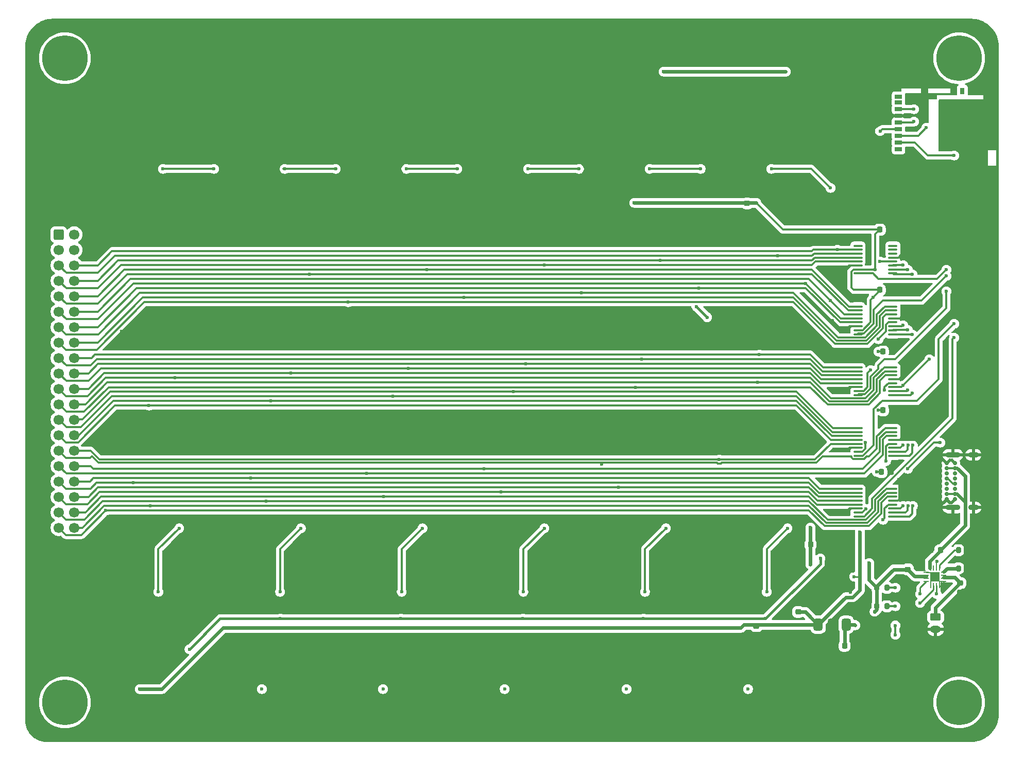
<source format=gbr>
%TF.GenerationSoftware,KiCad,Pcbnew,9.0.1*%
%TF.CreationDate,2025-11-23T11:55:31-07:00*%
%TF.ProjectId,Array,41727261-792e-46b6-9963-61645f706362,rev?*%
%TF.SameCoordinates,Original*%
%TF.FileFunction,Copper,L2,Bot*%
%TF.FilePolarity,Positive*%
%FSLAX46Y46*%
G04 Gerber Fmt 4.6, Leading zero omitted, Abs format (unit mm)*
G04 Created by KiCad (PCBNEW 9.0.1) date 2025-11-23 11:55:31*
%MOMM*%
%LPD*%
G01*
G04 APERTURE LIST*
G04 Aperture macros list*
%AMRoundRect*
0 Rectangle with rounded corners*
0 $1 Rounding radius*
0 $2 $3 $4 $5 $6 $7 $8 $9 X,Y pos of 4 corners*
0 Add a 4 corners polygon primitive as box body*
4,1,4,$2,$3,$4,$5,$6,$7,$8,$9,$2,$3,0*
0 Add four circle primitives for the rounded corners*
1,1,$1+$1,$2,$3*
1,1,$1+$1,$4,$5*
1,1,$1+$1,$6,$7*
1,1,$1+$1,$8,$9*
0 Add four rect primitives between the rounded corners*
20,1,$1+$1,$2,$3,$4,$5,0*
20,1,$1+$1,$4,$5,$6,$7,0*
20,1,$1+$1,$6,$7,$8,$9,0*
20,1,$1+$1,$8,$9,$2,$3,0*%
G04 Aperture macros list end*
%TA.AperFunction,SMDPad,CuDef*%
%ADD10RoundRect,0.225000X0.225000X0.250000X-0.225000X0.250000X-0.225000X-0.250000X0.225000X-0.250000X0*%
%TD*%
%TA.AperFunction,SMDPad,CuDef*%
%ADD11RoundRect,0.375000X0.375000X-0.625000X0.375000X0.625000X-0.375000X0.625000X-0.375000X-0.625000X0*%
%TD*%
%TA.AperFunction,SMDPad,CuDef*%
%ADD12RoundRect,0.500000X1.400000X-0.500000X1.400000X0.500000X-1.400000X0.500000X-1.400000X-0.500000X0*%
%TD*%
%TA.AperFunction,SMDPad,CuDef*%
%ADD13RoundRect,0.225000X0.250000X-0.225000X0.250000X0.225000X-0.250000X0.225000X-0.250000X-0.225000X0*%
%TD*%
%TA.AperFunction,SMDPad,CuDef*%
%ADD14RoundRect,0.200000X0.200000X0.275000X-0.200000X0.275000X-0.200000X-0.275000X0.200000X-0.275000X0*%
%TD*%
%TA.AperFunction,SMDPad,CuDef*%
%ADD15RoundRect,0.200000X-0.200000X-0.275000X0.200000X-0.275000X0.200000X0.275000X-0.200000X0.275000X0*%
%TD*%
%TA.AperFunction,SMDPad,CuDef*%
%ADD16RoundRect,0.225000X-0.250000X0.225000X-0.250000X-0.225000X0.250000X-0.225000X0.250000X0.225000X0*%
%TD*%
%TA.AperFunction,SMDPad,CuDef*%
%ADD17RoundRect,0.062500X0.375000X0.062500X-0.375000X0.062500X-0.375000X-0.062500X0.375000X-0.062500X0*%
%TD*%
%TA.AperFunction,SMDPad,CuDef*%
%ADD18RoundRect,0.062500X0.062500X0.375000X-0.062500X0.375000X-0.062500X-0.375000X0.062500X-0.375000X0*%
%TD*%
%TA.AperFunction,HeatsinkPad*%
%ADD19R,1.600000X1.600000*%
%TD*%
%TA.AperFunction,SMDPad,CuDef*%
%ADD20RoundRect,0.225000X-0.225000X-0.250000X0.225000X-0.250000X0.225000X0.250000X-0.225000X0.250000X0*%
%TD*%
%TA.AperFunction,ComponentPad*%
%ADD21C,0.700000*%
%TD*%
%TA.AperFunction,ComponentPad*%
%ADD22O,2.400000X0.900000*%
%TD*%
%TA.AperFunction,ComponentPad*%
%ADD23O,1.700000X0.900000*%
%TD*%
%TA.AperFunction,ComponentPad*%
%ADD24C,4.700000*%
%TD*%
%TA.AperFunction,ConnectorPad*%
%ADD25C,7.500000*%
%TD*%
%TA.AperFunction,ComponentPad*%
%ADD26RoundRect,0.250000X-0.600000X-0.600000X0.600000X-0.600000X0.600000X0.600000X-0.600000X0.600000X0*%
%TD*%
%TA.AperFunction,ComponentPad*%
%ADD27C,1.700000*%
%TD*%
%TA.AperFunction,SMDPad,CuDef*%
%ADD28RoundRect,0.100000X-0.637500X-0.100000X0.637500X-0.100000X0.637500X0.100000X-0.637500X0.100000X0*%
%TD*%
%TA.AperFunction,ComponentPad*%
%ADD29RoundRect,0.250000X-0.625000X0.350000X-0.625000X-0.350000X0.625000X-0.350000X0.625000X0.350000X0*%
%TD*%
%TA.AperFunction,ComponentPad*%
%ADD30O,1.750000X1.200000*%
%TD*%
%TA.AperFunction,SMDPad,CuDef*%
%ADD31R,1.900000X1.300000*%
%TD*%
%TA.AperFunction,SMDPad,CuDef*%
%ADD32R,1.200000X1.000000*%
%TD*%
%TA.AperFunction,SMDPad,CuDef*%
%ADD33R,2.800000X1.000000*%
%TD*%
%TA.AperFunction,SMDPad,CuDef*%
%ADD34R,0.800000X1.000000*%
%TD*%
%TA.AperFunction,SMDPad,CuDef*%
%ADD35R,1.200000X0.700000*%
%TD*%
%TA.AperFunction,ViaPad*%
%ADD36C,0.600000*%
%TD*%
%TA.AperFunction,Conductor*%
%ADD37C,0.304800*%
%TD*%
%TA.AperFunction,Conductor*%
%ADD38C,0.609600*%
%TD*%
%TA.AperFunction,Conductor*%
%ADD39C,0.254000*%
%TD*%
%TA.AperFunction,Conductor*%
%ADD40C,0.203200*%
%TD*%
%TA.AperFunction,Conductor*%
%ADD41C,0.457200*%
%TD*%
G04 APERTURE END LIST*
D10*
%TO.P,C119,1*%
%TO.N,+5v*%
X178469442Y-139941601D03*
%TO.P,C119,2*%
%TO.N,GND*%
X176919442Y-139941601D03*
%TD*%
D11*
%TO.P,U44,1,VI*%
%TO.N,+5v*%
X178737442Y-136487601D03*
%TO.P,U44,2,GND*%
%TO.N,GND*%
X176437442Y-136487601D03*
D12*
X176437442Y-130187601D03*
D11*
%TO.P,U44,3,VO*%
%TO.N,Vref*%
X174137442Y-136487601D03*
%TD*%
D13*
%TO.P,C120,1*%
%TO.N,Vref*%
X170849442Y-134379601D03*
%TO.P,C120,2*%
%TO.N,GND*%
X170849442Y-132829601D03*
%TD*%
%TO.P,C123,1*%
%TO.N,+5v*%
X188869442Y-127369601D03*
%TO.P,C123,2*%
%TO.N,GND*%
X188869442Y-125819601D03*
%TD*%
D14*
%TO.P,R77,1*%
%TO.N,GND*%
X198838442Y-127201601D03*
%TO.P,R77,2*%
%TO.N,Net-(U45-TS)*%
X197188442Y-127201601D03*
%TD*%
D15*
%TO.P,R79,1*%
%TO.N,+5v*%
X183789442Y-130391601D03*
%TO.P,R79,2*%
%TO.N,Net-(D2-A)*%
X185439442Y-130391601D03*
%TD*%
%TO.P,R78,1*%
%TO.N,+5v*%
X183789442Y-133439601D03*
%TO.P,R78,2*%
%TO.N,Net-(D1-A)*%
X185439442Y-133439601D03*
%TD*%
D16*
%TO.P,C122,1*%
%TO.N,Net-(J2-Pin_1)*%
X197505442Y-129616601D03*
%TO.P,C122,2*%
%TO.N,GND*%
X197505442Y-131166601D03*
%TD*%
D15*
%TO.P,R80,1*%
%TO.N,Net-(U45-ISET)*%
X197188442Y-124217133D03*
%TO.P,R80,2*%
%TO.N,GND*%
X198838442Y-124217133D03*
%TD*%
D17*
%TO.P,U45,1,TS*%
%TO.N,Net-(U45-TS)*%
X194792442Y-127851601D03*
%TO.P,U45,2,BAT*%
%TO.N,Net-(J2-Pin_1)*%
X194792442Y-128351601D03*
%TO.P,U45,3,BAT*%
X194792442Y-128851601D03*
%TO.P,U45,4,~{CE}*%
%TO.N,GND*%
X194792442Y-129351601D03*
D18*
%TO.P,U45,5,EN2*%
X194104942Y-130039101D03*
%TO.P,U45,6,EN1*%
%TO.N,+5v*%
X193604942Y-130039101D03*
%TO.P,U45,7,~{PGOOD}*%
%TO.N,Net-(D1-K)*%
X193104942Y-130039101D03*
%TO.P,U45,8,VSS*%
%TO.N,GND*%
X192604942Y-130039101D03*
D17*
%TO.P,U45,9,~{CHG}*%
%TO.N,Net-(D2-K)*%
X191917442Y-129351601D03*
%TO.P,U45,10,OUT*%
%TO.N,+5v*%
X191917442Y-128851601D03*
%TO.P,U45,11,OUT*%
X191917442Y-128351601D03*
%TO.P,U45,12,ILIM*%
%TO.N,GND*%
X191917442Y-127851601D03*
D18*
%TO.P,U45,13,IN*%
%TO.N,Vin*%
X192604942Y-127164101D03*
%TO.P,U45,14,TMR*%
%TO.N,unconnected-(U45-TMR-Pad14)*%
X193104942Y-127164101D03*
%TO.P,U45,15,SYSOFF*%
%TO.N,Net-(SW1-B)*%
X193604942Y-127164101D03*
%TO.P,U45,16,ISET*%
%TO.N,Net-(U45-ISET)*%
X194104942Y-127164101D03*
D19*
%TO.P,U45,17,VSS*%
%TO.N,GND*%
X193354942Y-128601601D03*
%TD*%
D20*
%TO.P,C121,1*%
%TO.N,GND*%
X192666442Y-124217133D03*
%TO.P,C121,2*%
%TO.N,Vin*%
X194216442Y-124217133D03*
%TD*%
D21*
%TO.P,J3,A1,GND*%
%TO.N,GND*%
X195284442Y-115840601D03*
%TO.P,J3,A4,VBUS*%
%TO.N,Vin*%
X195284442Y-114990601D03*
%TO.P,J3,A5,CC1*%
%TO.N,Net-(J3-CC1)*%
X195284442Y-114140601D03*
%TO.P,J3,A6,D+*%
%TO.N,Net-(D5-A)*%
X195284442Y-113290601D03*
%TO.P,J3,A7,D-*%
%TO.N,Net-(D3-A)*%
X195284442Y-112440601D03*
%TO.P,J3,A8*%
%TO.N,N/C*%
X195284442Y-111590601D03*
%TO.P,J3,A9,VBUS*%
%TO.N,Vin*%
X195284442Y-110740601D03*
%TO.P,J3,A12,GND*%
%TO.N,GND*%
X195284442Y-109890601D03*
%TO.P,J3,B1,GND*%
X196634442Y-109890601D03*
%TO.P,J3,B4,VBUS*%
%TO.N,Vin*%
X196634442Y-110740601D03*
%TO.P,J3,B5,CC2*%
%TO.N,Net-(J3-CC1)*%
X196634442Y-111590601D03*
%TO.P,J3,B6,D+*%
%TO.N,Net-(D5-A)*%
X196634442Y-112440601D03*
%TO.P,J3,B7,D-*%
%TO.N,Net-(D3-A)*%
X196634442Y-113290601D03*
%TO.P,J3,B8*%
%TO.N,N/C*%
X196634442Y-114140601D03*
%TO.P,J3,B9,VBUS*%
%TO.N,Vin*%
X196634442Y-114990601D03*
%TO.P,J3,B12,GND*%
%TO.N,GND*%
X196634442Y-115840601D03*
D22*
%TO.P,J3,S1,SHIELD*%
X196264442Y-117190601D03*
D23*
X199644442Y-117190601D03*
D22*
X196264442Y-108540601D03*
D23*
X199644442Y-108540601D03*
%TD*%
D24*
%TO.P,REF\u002A\u002A,1*%
%TO.N,N/C*%
X50309442Y-149271601D03*
D25*
X50309442Y-149271601D03*
%TD*%
D24*
%TO.P,REF\u002A\u002A,1*%
%TO.N,N/C*%
X50309442Y-43271601D03*
D25*
X50309442Y-43271601D03*
%TD*%
D26*
%TO.P,J1,1,Pin_1*%
%TO.N,unconnected-(J1-Pin_1-Pad1)*%
X49309442Y-72271601D03*
D27*
%TO.P,J1,2,Pin_2*%
%TO.N,unconnected-(J1-Pin_2-Pad2)*%
X51849442Y-72271601D03*
%TO.P,J1,3,Pin_3*%
%TO.N,unconnected-(J1-Pin_3-Pad3)*%
X49309442Y-74811601D03*
%TO.P,J1,4,Pin_4*%
%TO.N,unconnected-(J1-Pin_4-Pad4)*%
X51849442Y-74811601D03*
%TO.P,J1,5,Pin_5*%
%TO.N,A30*%
X49309442Y-77351601D03*
%TO.P,J1,6,Pin_6*%
%TO.N,A36*%
X51849442Y-77351601D03*
%TO.P,J1,7,Pin_7*%
%TO.N,A18*%
X49309442Y-79891601D03*
%TO.P,J1,8,Pin_8*%
%TO.N,A24*%
X51849442Y-79891601D03*
%TO.P,J1,9,Pin_9*%
%TO.N,A6*%
X49309442Y-82431601D03*
%TO.P,J1,10,Pin_10*%
%TO.N,A12*%
X51849442Y-82431601D03*
%TO.P,J1,11,Pin_11*%
%TO.N,A29*%
X49309442Y-84971601D03*
%TO.P,J1,12,Pin_12*%
%TO.N,A35*%
X51849442Y-84971601D03*
%TO.P,J1,13,Pin_13*%
%TO.N,A17*%
X49309442Y-87511601D03*
%TO.P,J1,14,Pin_14*%
%TO.N,A23*%
X51849442Y-87511601D03*
%TO.P,J1,15,Pin_15*%
%TO.N,A5*%
X49309442Y-90051601D03*
%TO.P,J1,16,Pin_16*%
%TO.N,A11*%
X51849442Y-90051601D03*
%TO.P,J1,17,Pin_17*%
%TO.N,A28*%
X49309442Y-92591601D03*
%TO.P,J1,18,Pin_18*%
%TO.N,A34*%
X51849442Y-92591601D03*
%TO.P,J1,19,Pin_19*%
%TO.N,A16*%
X49309442Y-95131601D03*
%TO.P,J1,20,Pin_20*%
%TO.N,A22*%
X51849442Y-95131601D03*
%TO.P,J1,21,Pin_21*%
%TO.N,A4*%
X49309442Y-97671601D03*
%TO.P,J1,22,Pin_22*%
%TO.N,A10*%
X51849442Y-97671601D03*
%TO.P,J1,23,Pin_23*%
%TO.N,A27*%
X49309442Y-100211601D03*
%TO.P,J1,24,Pin_24*%
%TO.N,A33*%
X51849442Y-100211601D03*
%TO.P,J1,25,Pin_25*%
%TO.N,A15*%
X49309442Y-102751601D03*
%TO.P,J1,26,Pin_26*%
%TO.N,A21*%
X51849442Y-102751601D03*
%TO.P,J1,27,Pin_27*%
%TO.N,A3*%
X49309442Y-105291601D03*
%TO.P,J1,28,Pin_28*%
%TO.N,A9*%
X51849442Y-105291601D03*
%TO.P,J1,29,Pin_29*%
%TO.N,A26*%
X49309442Y-107831601D03*
%TO.P,J1,30,Pin_30*%
%TO.N,A32*%
X51849442Y-107831601D03*
%TO.P,J1,31,Pin_31*%
%TO.N,A14*%
X49309442Y-110371601D03*
%TO.P,J1,32,Pin_32*%
%TO.N,A20*%
X51849442Y-110371601D03*
%TO.P,J1,33,Pin_33*%
%TO.N,A2*%
X49309442Y-112911601D03*
%TO.P,J1,34,Pin_34*%
%TO.N,A8*%
X51849442Y-112911601D03*
%TO.P,J1,35,Pin_35*%
%TO.N,A25*%
X49309442Y-115451601D03*
%TO.P,J1,36,Pin_36*%
%TO.N,A31*%
X51849442Y-115451601D03*
%TO.P,J1,37,Pin_37*%
%TO.N,A13*%
X49309442Y-117991601D03*
%TO.P,J1,38,Pin_38*%
%TO.N,A19*%
X51849442Y-117991601D03*
%TO.P,J1,39,Pin_39*%
%TO.N,A1*%
X49309442Y-120531601D03*
%TO.P,J1,40,Pin_40*%
%TO.N,A7*%
X51849442Y-120531601D03*
%TD*%
D24*
%TO.P,REF\u002A\u002A,1*%
%TO.N,N/C*%
X197309442Y-149271601D03*
D25*
X197309442Y-149271601D03*
%TD*%
D24*
%TO.P,REF\u002A\u002A,1*%
%TO.N,N/C*%
X197309442Y-43271601D03*
D25*
X197309442Y-43271601D03*
%TD*%
D28*
%TO.P,U41,1,~{CS}*%
%TO.N,CS_2*%
X180672942Y-108676601D03*
%TO.P,U41,2,AVCC*%
%TO.N,Vref*%
X180672942Y-108026601D03*
%TO.P,U41,3,AGND*%
%TO.N,GND*%
X180672942Y-107376601D03*
%TO.P,U41,4,IN0*%
%TO.N,A32*%
X180672942Y-106726601D03*
%TO.P,U41,5,IN1*%
%TO.N,A3*%
X180672942Y-106076601D03*
%TO.P,U41,6,IN2*%
%TO.N,A9*%
X180672942Y-105426601D03*
%TO.P,U41,7,IN3*%
%TO.N,A15*%
X180672942Y-104776601D03*
%TO.P,U41,8,IN4*%
%TO.N,A21*%
X180672942Y-104126601D03*
%TO.P,U41,9,IN5*%
%TO.N,A26*%
X186397942Y-104126601D03*
%TO.P,U41,10,IN6*%
%TO.N,A20*%
X186397942Y-104776601D03*
%TO.P,U41,11,IN7*%
%TO.N,A14*%
X186397942Y-105426601D03*
%TO.P,U41,12,DGND*%
%TO.N,GND*%
X186397942Y-106076601D03*
%TO.P,U41,13,DVCC*%
%TO.N,+3V3*%
X186397942Y-106726601D03*
%TO.P,U41,14,DIN*%
%TO.N,SPI0_MOSI*%
X186397942Y-107376601D03*
%TO.P,U41,15,DOUT*%
%TO.N,SPI0_MISO*%
X186397942Y-108026601D03*
%TO.P,U41,16,SCLK*%
%TO.N,SPI0_SCK*%
X186397942Y-108676601D03*
%TD*%
%TO.P,U42,1,~{CS}*%
%TO.N,CS_1*%
X180672942Y-118676601D03*
%TO.P,U42,2,AVCC*%
%TO.N,Vref*%
X180672942Y-118026601D03*
%TO.P,U42,3,AGND*%
%TO.N,GND*%
X180672942Y-117376601D03*
%TO.P,U42,4,IN0*%
%TO.N,A19*%
X180672942Y-116726601D03*
%TO.P,U42,5,IN1*%
%TO.N,A25*%
X180672942Y-116076601D03*
%TO.P,U42,6,IN2*%
%TO.N,A31*%
X180672942Y-115426601D03*
%TO.P,U42,7,IN3*%
%TO.N,A2*%
X180672942Y-114776601D03*
%TO.P,U42,8,IN4*%
%TO.N,A8*%
X180672942Y-114126601D03*
%TO.P,U42,9,IN5*%
%TO.N,A13*%
X186397942Y-114126601D03*
%TO.P,U42,10,IN6*%
%TO.N,A7*%
X186397942Y-114776601D03*
%TO.P,U42,11,IN7*%
%TO.N,A1*%
X186397942Y-115426601D03*
%TO.P,U42,12,DGND*%
%TO.N,GND*%
X186397942Y-116076601D03*
%TO.P,U42,13,DVCC*%
%TO.N,+3V3*%
X186397942Y-116726601D03*
%TO.P,U42,14,DIN*%
%TO.N,SPI0_MOSI*%
X186397942Y-117376601D03*
%TO.P,U42,15,DOUT*%
%TO.N,SPI0_MISO*%
X186397942Y-118026601D03*
%TO.P,U42,16,SCLK*%
%TO.N,SPI0_SCK*%
X186397942Y-118676601D03*
%TD*%
%TO.P,U39,1,~{CS}*%
%TO.N,CS_4*%
X180672942Y-88676601D03*
%TO.P,U39,2,AVCC*%
%TO.N,Vref*%
X180672942Y-88026601D03*
%TO.P,U39,3,AGND*%
%TO.N,GND*%
X180672942Y-87376601D03*
%TO.P,U39,4,IN0*%
%TO.N,A23*%
X180672942Y-86726601D03*
%TO.P,U39,5,IN1*%
%TO.N,A29*%
X180672942Y-86076601D03*
%TO.P,U39,6,IN2*%
%TO.N,A35*%
X180672942Y-85426601D03*
%TO.P,U39,7,IN3*%
%TO.N,A6*%
X180672942Y-84776601D03*
%TO.P,U39,8,IN4*%
%TO.N,A12*%
X180672942Y-84126601D03*
%TO.P,U39,9,IN5*%
%TO.N,A17*%
X186397942Y-84126601D03*
%TO.P,U39,10,IN6*%
%TO.N,A11*%
X186397942Y-84776601D03*
%TO.P,U39,11,IN7*%
%TO.N,A5*%
X186397942Y-85426601D03*
%TO.P,U39,12,DGND*%
%TO.N,GND*%
X186397942Y-86076601D03*
%TO.P,U39,13,DVCC*%
%TO.N,+3V3*%
X186397942Y-86726601D03*
%TO.P,U39,14,DIN*%
%TO.N,SPI0_MOSI*%
X186397942Y-87376601D03*
%TO.P,U39,15,DOUT*%
%TO.N,SPI0_MISO*%
X186397942Y-88026601D03*
%TO.P,U39,16,SCLK*%
%TO.N,SPI0_SCK*%
X186397942Y-88676601D03*
%TD*%
D20*
%TO.P,C125,1*%
%TO.N,Vref*%
X184284442Y-81369601D03*
%TO.P,C125,2*%
%TO.N,GND*%
X185834442Y-81369601D03*
%TD*%
%TO.P,C127,1*%
%TO.N,Vref*%
X184792442Y-101181601D03*
%TO.P,C127,2*%
%TO.N,GND*%
X186342442Y-101181601D03*
%TD*%
D29*
%TO.P,J2,1,Pin_1*%
%TO.N,Net-(J2-Pin_1)*%
X193441442Y-135217601D03*
D30*
%TO.P,J2,2,Pin_2*%
%TO.N,GND*%
X193441442Y-137217601D03*
%TD*%
D10*
%TO.P,C114,1*%
%TO.N,Vref*%
X172880442Y-123279601D03*
%TO.P,C114,2*%
%TO.N,GND*%
X171330442Y-123279601D03*
%TD*%
D13*
%TO.P,C113,1*%
%TO.N,Vref*%
X162453442Y-67158601D03*
%TO.P,C113,2*%
%TO.N,GND*%
X162453442Y-65608601D03*
%TD*%
D20*
%TO.P,C128,1*%
%TO.N,Vref*%
X184538442Y-111341601D03*
%TO.P,C128,2*%
%TO.N,GND*%
X186088442Y-111341601D03*
%TD*%
%TO.P,C126,1*%
%TO.N,Vref*%
X184792442Y-91529601D03*
%TO.P,C126,2*%
%TO.N,GND*%
X186342442Y-91529601D03*
%TD*%
%TO.P,C124,1*%
%TO.N,Vref*%
X184284442Y-71463601D03*
%TO.P,C124,2*%
%TO.N,GND*%
X185834442Y-71463601D03*
%TD*%
D28*
%TO.P,U38,1,~{CS}*%
%TO.N,CS_5*%
X180672942Y-78676601D03*
%TO.P,U38,2,AVCC*%
%TO.N,Vref*%
X180672942Y-78026601D03*
%TO.P,U38,3,AGND*%
%TO.N,GND*%
X180672942Y-77376601D03*
%TO.P,U38,4,IN0*%
%TO.N,A18*%
X180672942Y-76726601D03*
%TO.P,U38,5,IN1*%
%TO.N,A24*%
X180672942Y-76076601D03*
%TO.P,U38,6,IN2*%
%TO.N,A30*%
X180672942Y-75426601D03*
%TO.P,U38,7,IN3*%
%TO.N,A36*%
X180672942Y-74776601D03*
%TO.P,U38,8,IN4*%
%TO.N,unconnected-(U38-IN4-Pad8)*%
X180672942Y-74126601D03*
%TO.P,U38,9,IN5*%
%TO.N,unconnected-(U38-IN5-Pad9)*%
X186397942Y-74126601D03*
%TO.P,U38,10,IN6*%
%TO.N,unconnected-(U38-IN6-Pad10)*%
X186397942Y-74776601D03*
%TO.P,U38,11,IN7*%
%TO.N,unconnected-(U38-IN7-Pad11)*%
X186397942Y-75426601D03*
%TO.P,U38,12,DGND*%
%TO.N,GND*%
X186397942Y-76076601D03*
%TO.P,U38,13,DVCC*%
%TO.N,+3V3*%
X186397942Y-76726601D03*
%TO.P,U38,14,DIN*%
%TO.N,SPI0_MOSI*%
X186397942Y-77376601D03*
%TO.P,U38,15,DOUT*%
%TO.N,SPI0_MISO*%
X186397942Y-78026601D03*
%TO.P,U38,16,SCLK*%
%TO.N,SPI0_SCK*%
X186397942Y-78676601D03*
%TD*%
D16*
%TO.P,C112,1*%
%TO.N,Vref*%
X163977442Y-136728601D03*
%TO.P,C112,2*%
%TO.N,GND*%
X163977442Y-138278601D03*
%TD*%
D28*
%TO.P,U40,1,~{CS}*%
%TO.N,CS_3*%
X180672942Y-98676601D03*
%TO.P,U40,2,AVCC*%
%TO.N,Vref*%
X180672942Y-98026601D03*
%TO.P,U40,3,AGND*%
%TO.N,GND*%
X180672942Y-97376601D03*
%TO.P,U40,4,IN0*%
%TO.N,A10*%
X180672942Y-96726601D03*
%TO.P,U40,5,IN1*%
%TO.N,A16*%
X180672942Y-96076601D03*
%TO.P,U40,6,IN2*%
%TO.N,A22*%
X180672942Y-95426601D03*
%TO.P,U40,7,IN3*%
%TO.N,A28*%
X180672942Y-94776601D03*
%TO.P,U40,8,IN4*%
%TO.N,A34*%
X180672942Y-94126601D03*
%TO.P,U40,9,IN5*%
%TO.N,A4*%
X186397942Y-94126601D03*
%TO.P,U40,10,IN6*%
%TO.N,A33*%
X186397942Y-94776601D03*
%TO.P,U40,11,IN7*%
%TO.N,A27*%
X186397942Y-95426601D03*
%TO.P,U40,12,DGND*%
%TO.N,GND*%
X186397942Y-96076601D03*
%TO.P,U40,13,DVCC*%
%TO.N,+3V3*%
X186397942Y-96726601D03*
%TO.P,U40,14,DIN*%
%TO.N,SPI0_MOSI*%
X186397942Y-97376601D03*
%TO.P,U40,15,DOUT*%
%TO.N,SPI0_MISO*%
X186397942Y-98026601D03*
%TO.P,U40,16,SCLK*%
%TO.N,SPI0_SCK*%
X186397942Y-98676601D03*
%TD*%
D31*
%TO.P,J4,11,SHIELD*%
%TO.N,GND*%
X202445442Y-62129601D03*
D32*
X187345442Y-59779601D03*
X191645442Y-48629601D03*
D33*
X201995442Y-48629601D03*
D34*
%TO.P,J4,10,DET_A*%
%TO.N,unconnected-(J4-DET_A-Pad10)*%
X197845442Y-48629601D03*
D35*
%TO.P,J4,9,DET_B*%
%TO.N,unconnected-(J4-DET_B-Pad9)*%
X187345442Y-49579601D03*
%TO.P,J4,8,DAT1*%
%TO.N,unconnected-(J4-DAT1-Pad8)*%
X187345442Y-50529601D03*
%TO.P,J4,7,DAT0*%
%TO.N,SPI1_MISO*%
X187345442Y-51629601D03*
%TO.P,J4,6,VSS*%
%TO.N,GND*%
X187345442Y-52729601D03*
%TO.P,J4,5,CLK*%
%TO.N,SPI1_SCK*%
X187345442Y-53829601D03*
%TO.P,J4,4,VDD*%
%TO.N,+3V3*%
X187345442Y-54929601D03*
%TO.P,J4,3,CMD*%
%TO.N,SPI1_MOSI*%
X187345442Y-56029601D03*
%TO.P,J4,2,DAT3/CD*%
%TO.N,SPI1_CS*%
X187345442Y-57129601D03*
%TO.P,J4,1,DAT2*%
%TO.N,unconnected-(J4-DAT2-Pad1)*%
X187345442Y-58229601D03*
%TD*%
D36*
%TO.N,Net-(U43-EN)*%
X186837442Y-138123601D03*
X186837442Y-136599601D03*
%TO.N,GND*%
X183795442Y-126320601D03*
%TO.N,Vref*%
X180047942Y-128568101D03*
%TO.N,GND*%
X179878442Y-127698601D03*
%TO.N,Net-(D2-K)*%
X190901442Y-131407601D03*
%TO.N,+5v*%
X193604942Y-131407601D03*
%TO.N,Net-(D2-A)*%
X186837442Y-130391601D03*
%TO.N,Net-(D1-K)*%
X190879691Y-132909850D03*
%TO.N,+5v*%
X183401442Y-134321601D03*
%TO.N,Net-(D1-A)*%
X186837442Y-133447601D03*
%TO.N,+5v*%
X190011442Y-128511601D03*
%TO.N,+3V3*%
X184297442Y-76726601D03*
X184309442Y-55271601D03*
X185306842Y-109557001D03*
X184805442Y-119215601D03*
X185059442Y-97879601D03*
X184043442Y-89497601D03*
%TO.N,GND*%
X93004442Y-104296601D03*
X134513442Y-101943601D03*
X98953442Y-120739601D03*
X104033442Y-120739601D03*
X76093442Y-87211601D03*
X67965442Y-68923601D03*
X191155442Y-85179601D03*
X164204442Y-64296601D03*
X108414442Y-128246601D03*
X78633442Y-87211601D03*
X144204442Y-64296601D03*
X114701442Y-101943601D03*
X193441442Y-98387601D03*
X139614442Y-128246601D03*
X64204442Y-104296601D03*
X79649442Y-101943601D03*
X194203442Y-97625601D03*
X195219442Y-129883601D03*
X153004442Y-144296601D03*
X130957442Y-68923601D03*
X192552442Y-99276601D03*
X119614442Y-48246601D03*
X128414442Y-48246601D03*
X195981442Y-71463601D03*
X139614442Y-88246601D03*
X118765442Y-139535601D03*
X190901442Y-105753601D03*
X99614442Y-48246601D03*
X133004442Y-104296601D03*
X139593442Y-101943601D03*
X187091442Y-90513601D03*
X133497442Y-68923601D03*
X168414442Y-88246601D03*
X73045442Y-68923601D03*
X124353442Y-120739601D03*
X99614442Y-88246601D03*
X113004442Y-104296601D03*
X68414442Y-128246601D03*
X173004442Y-64296601D03*
X59614442Y-48246601D03*
X98953442Y-139535601D03*
X188615442Y-74765601D03*
X119614442Y-88246601D03*
X68414442Y-88246601D03*
X139085442Y-139535601D03*
X73004442Y-64296601D03*
X104204442Y-104296601D03*
X64204442Y-64296601D03*
X148414442Y-48246601D03*
X93004442Y-144615601D03*
X77109442Y-101943601D03*
X113004442Y-144296601D03*
X88414442Y-48246601D03*
X88414442Y-88246601D03*
X164204442Y-144296601D03*
X113004442Y-64296601D03*
X99969442Y-101943601D03*
X179471442Y-131153601D03*
X144204442Y-104296601D03*
X159913442Y-101943601D03*
X133004442Y-144296601D03*
X164204442Y-104296601D03*
X176931442Y-92545601D03*
X148414442Y-128246601D03*
X159405442Y-120739601D03*
X139614442Y-48246601D03*
X94889442Y-101943601D03*
X78633442Y-120739601D03*
X161945442Y-120739601D03*
X159614442Y-88246601D03*
X154833442Y-101943601D03*
X144165442Y-120739601D03*
X93873442Y-68923601D03*
X91333442Y-68923601D03*
X64204442Y-144296601D03*
X159614442Y-128246601D03*
X70505442Y-68923601D03*
X153004442Y-104296601D03*
X81173442Y-120739601D03*
X108414442Y-48246601D03*
X59614442Y-88246601D03*
X79614442Y-48246601D03*
X124204442Y-64296601D03*
X124204442Y-104296601D03*
X121813442Y-120739601D03*
X84204442Y-64296601D03*
X144204442Y-144296601D03*
X178963442Y-107691601D03*
X108414442Y-88246601D03*
X124204442Y-144296601D03*
X84204442Y-104296601D03*
X176931442Y-56985601D03*
X99614442Y-128246601D03*
X83713442Y-120739601D03*
X128414442Y-88246601D03*
X74569442Y-101943601D03*
X79614442Y-128246601D03*
X104204442Y-144296601D03*
X176470126Y-86402917D03*
X141625442Y-120739601D03*
X88414442Y-128246601D03*
X173004442Y-104296601D03*
X154833442Y-68415601D03*
X88793442Y-68923601D03*
X93004442Y-64296601D03*
X73004442Y-144615601D03*
X191155442Y-81115601D03*
X149753442Y-68415601D03*
X73553442Y-87211601D03*
X177185442Y-97625601D03*
X148414442Y-88246601D03*
X119614442Y-128246601D03*
X133004442Y-64296601D03*
X119273442Y-120739601D03*
X177693442Y-78829601D03*
X187385345Y-112634742D03*
X101493442Y-120739601D03*
X137053442Y-101943601D03*
X128414442Y-128246601D03*
X119781442Y-101943601D03*
X84204442Y-144296601D03*
X168414442Y-128246601D03*
X152293442Y-68415601D03*
X164485442Y-120739601D03*
X139085442Y-120739601D03*
X173004442Y-144296601D03*
X68414442Y-48246601D03*
X191663442Y-100165601D03*
X110637442Y-68923601D03*
X178963442Y-117691601D03*
X108097442Y-68923601D03*
X191155442Y-91529601D03*
X59614442Y-128246601D03*
X79614442Y-88246601D03*
X117241442Y-101943601D03*
X157373442Y-101943601D03*
X187345442Y-110071601D03*
X168414442Y-48246601D03*
X113177442Y-68923601D03*
X128417442Y-68923601D03*
X153004442Y-64296601D03*
X73004442Y-104296601D03*
X97429442Y-101943601D03*
X194711442Y-130645601D03*
X104204442Y-64296601D03*
%TO.N,Vref{slash}2*%
X70790942Y-140520101D03*
X165501442Y-135471601D03*
X154113407Y-84121636D03*
X105557442Y-135471601D03*
X125623442Y-135471601D03*
X145435442Y-135471601D03*
X155891407Y-85899636D03*
X174493342Y-125565601D03*
X85745442Y-135471601D03*
%TO.N,SPI1_MISO*%
X189885442Y-51651601D03*
%TO.N,SPI0_SCK*%
X189631442Y-78829601D03*
X189707448Y-116929601D03*
X189631442Y-98387601D03*
X189688289Y-106933146D03*
X189631442Y-88735601D03*
%TO.N,SPI1_MOSI*%
X191917442Y-54699601D03*
%TO.N,SPI0_MISO*%
X188907445Y-116929601D03*
X188869442Y-97879601D03*
X188888286Y-106933146D03*
X188869442Y-78067601D03*
X188869442Y-87973601D03*
X194203442Y-106515601D03*
X188869442Y-110833601D03*
%TO.N,+5v*%
X180233442Y-136573601D03*
X182519442Y-126327601D03*
%TO.N,CS_5*%
X195219442Y-78067601D03*
%TO.N,CS_4*%
X195219442Y-79083601D03*
%TO.N,SPI1_SCK*%
X189885442Y-53683601D03*
%TO.N,SPI0_MOSI*%
X188088283Y-106933146D03*
X188107442Y-87211601D03*
X188107442Y-116929601D03*
X188107442Y-97117601D03*
X192425442Y-92799601D03*
X188107442Y-77305601D03*
%TO.N,CS_2*%
X196489442Y-86957601D03*
%TO.N,CS_1*%
X196489442Y-89243601D03*
%TO.N,SPI1_CS*%
X196489442Y-59271601D03*
%TO.N,CS_3*%
X195219442Y-81623601D03*
%TO.N,Vref*%
X142641442Y-147071601D03*
X172867442Y-126581601D03*
X62604442Y-147071601D03*
X62604442Y-147071601D03*
X161437442Y-136995601D03*
X163977442Y-67071601D03*
X184043442Y-91529601D03*
X122604442Y-147071601D03*
X122604442Y-147071601D03*
X172867442Y-120485601D03*
X182773442Y-94577601D03*
X102604442Y-147071601D03*
X148737442Y-45471601D03*
X183171842Y-82639601D03*
X180995442Y-121247601D03*
X181898439Y-106507164D03*
X101437442Y-136995601D03*
X143911442Y-67071601D03*
X172867442Y-135217601D03*
X81437442Y-136995601D03*
X102604442Y-147071601D03*
X184043442Y-101181601D03*
X183789442Y-111341601D03*
X121437442Y-136995601D03*
X141371442Y-136995601D03*
X183535442Y-78067601D03*
X162604442Y-147071601D03*
X142604442Y-147071601D03*
X168803442Y-45471601D03*
X82697442Y-147071601D03*
X182011442Y-117437601D03*
%TO.N,A1*%
X57043442Y-117691601D03*
%TO.N,A2*%
X65679442Y-131071601D03*
X61615442Y-113119601D03*
X69108442Y-120612601D03*
%TO.N,A3*%
X64155442Y-100419601D03*
%TO.N,A4*%
X68473442Y-95847601D03*
%TO.N,A5*%
X96921442Y-83401601D03*
X74823442Y-61471601D03*
X66441442Y-61471601D03*
%TO.N,A6*%
X90571442Y-78829601D03*
%TO.N,A7*%
X64409442Y-116929601D03*
%TO.N,A8*%
X89108442Y-120612601D03*
X80919442Y-112357601D03*
X85679442Y-131071601D03*
%TO.N,A9*%
X84221442Y-99657601D03*
%TO.N,A10*%
X87523442Y-95085601D03*
%TO.N,A11*%
X94823442Y-61471601D03*
X86441442Y-61471601D03*
X115971442Y-82639601D03*
%TO.N,A12*%
X109875442Y-78067601D03*
%TO.N,A13*%
X83459442Y-116167601D03*
%TO.N,A14*%
X109108442Y-120612601D03*
X99969442Y-111595601D03*
X105679442Y-131071601D03*
%TO.N,A15*%
X104287442Y-98895601D03*
%TO.N,A16*%
X106827442Y-94323601D03*
%TO.N,A17*%
X106441442Y-61471601D03*
X135275442Y-81877601D03*
X114823442Y-61471601D03*
%TO.N,A18*%
X129179442Y-77305601D03*
%TO.N,A19*%
X102763442Y-115405601D03*
%TO.N,A20*%
X119273442Y-110833601D03*
X129108442Y-120612601D03*
X125679442Y-131071601D03*
%TO.N,A21*%
X124099442Y-98133601D03*
%TO.N,A22*%
X126131442Y-93561601D03*
%TO.N,A23*%
X154579442Y-81115601D03*
X126441442Y-61471601D03*
X134823442Y-61471601D03*
%TO.N,A24*%
X148229442Y-76543601D03*
%TO.N,A25*%
X122067442Y-114643601D03*
%TO.N,A26*%
X149108442Y-120612601D03*
X138577442Y-110071601D03*
X145679442Y-131071601D03*
%TO.N,A27*%
X144165442Y-97399196D03*
%TO.N,A28*%
X145181442Y-92799601D03*
%TO.N,A29*%
X172105442Y-80353601D03*
X146441442Y-61471601D03*
X154823442Y-61471601D03*
%TO.N,A30*%
X167533442Y-75781601D03*
%TO.N,A31*%
X141371442Y-113881601D03*
%TO.N,A32*%
X165679442Y-131071601D03*
X157881442Y-109309601D03*
X169108442Y-120612601D03*
%TO.N,A33*%
X164231442Y-96609601D03*
%TO.N,A34*%
X164485442Y-92037601D03*
%TO.N,A35*%
X176169442Y-83147601D03*
X166441442Y-61471601D03*
X176169442Y-64605601D03*
%TO.N,A36*%
X177295042Y-74774201D03*
%TO.N,Net-(SW1-B)*%
X193695442Y-126073601D03*
%TD*%
D37*
%TO.N,Net-(U43-EN)*%
X186837442Y-136599601D02*
X186837442Y-138123601D01*
D38*
%TO.N,GND*%
X176919442Y-139941601D02*
X176919442Y-136969601D01*
%TO.N,+5v*%
X178469442Y-139941601D02*
X178469442Y-136755601D01*
%TO.N,GND*%
X176919442Y-136969601D02*
X176437442Y-136487601D01*
%TO.N,+5v*%
X178469442Y-136755601D02*
X178737442Y-136487601D01*
D39*
%TO.N,Vref*%
X180949942Y-128568101D02*
X180995442Y-128613601D01*
D38*
X180995442Y-130769175D02*
X180995442Y-128613601D01*
D39*
X180047942Y-128568101D02*
X180949942Y-128568101D01*
%TO.N,Net-(D1-K)*%
X190879691Y-132909850D02*
X193104942Y-130684600D01*
D40*
%TO.N,GND*%
X194792442Y-129351601D02*
X194104942Y-129351601D01*
D38*
%TO.N,Net-(J2-Pin_1)*%
X197505442Y-129616601D02*
X196609642Y-128720801D01*
D37*
%TO.N,Net-(D2-A)*%
X186837442Y-130391601D02*
X185439442Y-130391601D01*
D38*
%TO.N,+5v*%
X190011442Y-128511601D02*
X191917442Y-128511601D01*
D39*
%TO.N,Net-(D1-K)*%
X193104942Y-130684600D02*
X193104942Y-130039101D01*
D40*
%TO.N,GND*%
X191917442Y-127851601D02*
X191970042Y-127904201D01*
X194104942Y-130039101D02*
X194104942Y-129351601D01*
D38*
%TO.N,Net-(U45-TS)*%
X197188442Y-127201601D02*
X195311642Y-127201601D01*
D40*
%TO.N,GND*%
X192657542Y-129299001D02*
X193354942Y-128601601D01*
X192604942Y-130039101D02*
X192657542Y-129986501D01*
D38*
%TO.N,Net-(J2-Pin_1)*%
X196609642Y-128720801D02*
X194792442Y-128720801D01*
%TO.N,+5v*%
X183401442Y-134321601D02*
X183789442Y-133933601D01*
D39*
%TO.N,Net-(D2-K)*%
X190901442Y-130367601D02*
X191917442Y-129351601D01*
D40*
%TO.N,GND*%
X194104942Y-129351601D02*
X193354942Y-128601601D01*
D38*
%TO.N,+5v*%
X183789442Y-130137601D02*
X186557442Y-127369601D01*
D39*
%TO.N,Net-(D2-K)*%
X190901442Y-131407601D02*
X190901442Y-130367601D01*
D38*
%TO.N,Net-(U45-TS)*%
X195311642Y-127201601D02*
X194792442Y-127720801D01*
D37*
%TO.N,Net-(D1-A)*%
X186837442Y-133447601D02*
X185447442Y-133447601D01*
D38*
%TO.N,+5v*%
X186557442Y-127369601D02*
X188869442Y-127369601D01*
X188869442Y-127369601D02*
X190011442Y-128511601D01*
D40*
%TO.N,GND*%
X192657542Y-127904201D02*
X193354942Y-128601601D01*
D39*
%TO.N,Net-(U45-ISET)*%
X197188442Y-124217133D02*
X196555910Y-124217133D01*
D40*
%TO.N,GND*%
X192657542Y-129986501D02*
X192657542Y-129299001D01*
D37*
%TO.N,Net-(D1-A)*%
X185447442Y-133447601D02*
X185439442Y-133439601D01*
D38*
%TO.N,+5v*%
X183789442Y-133933601D02*
X183789442Y-130391601D01*
D39*
%TO.N,Net-(U45-ISET)*%
X196555910Y-124217133D02*
X194104942Y-126668101D01*
X194104942Y-126668101D02*
X194104942Y-127164101D01*
D40*
%TO.N,GND*%
X191970042Y-127904201D02*
X192657542Y-127904201D01*
D38*
%TO.N,+5v*%
X183789442Y-130391601D02*
X183789442Y-130137601D01*
D39*
X193604942Y-130039101D02*
X193604942Y-131407601D01*
D37*
%TO.N,Net-(D3-A)*%
X196634442Y-113290601D02*
X196279200Y-113290601D01*
%TO.N,Vin*%
X196634442Y-110740601D02*
X195284442Y-110740601D01*
%TO.N,Net-(D3-A)*%
X195429200Y-112440601D02*
X195284442Y-112440601D01*
%TO.N,Vin*%
X196634442Y-114990601D02*
X195284442Y-114990601D01*
%TO.N,Net-(D3-A)*%
X196279200Y-113290601D02*
X195429200Y-112440601D01*
%TO.N,A26*%
X174852752Y-108801601D02*
X179582042Y-108801601D01*
%TO.N,A20*%
X54549442Y-110371601D02*
X55011442Y-110833601D01*
X181503442Y-110833601D02*
X184295242Y-108041801D01*
%TO.N,A21*%
X124099442Y-98133601D02*
X170581442Y-98133601D01*
%TO.N,A20*%
X185272242Y-104776601D02*
X186397942Y-104776601D01*
X184295242Y-105753601D02*
X185272242Y-104776601D01*
%TO.N,A26*%
X179582042Y-108801601D02*
X179582042Y-108967177D01*
X183789442Y-105499601D02*
X185162442Y-104126601D01*
%TO.N,A21*%
X51849442Y-102706601D02*
X53232442Y-102706601D01*
%TO.N,A26*%
X173838952Y-109815401D02*
X174852752Y-108801601D01*
%TO.N,A20*%
X125679442Y-124041601D02*
X125679442Y-131071601D01*
%TO.N,A21*%
X53232442Y-102706601D02*
X57805442Y-98133601D01*
X176574442Y-104126601D02*
X180672942Y-104126601D01*
%TO.N,A20*%
X129108442Y-120612601D02*
X125679442Y-124041601D01*
%TO.N,A21*%
X57805442Y-98133601D02*
X124099442Y-98133601D01*
%TO.N,A22*%
X51849442Y-95131601D02*
X54203442Y-95131601D01*
%TO.N,A26*%
X158299690Y-109815401D02*
X173838952Y-109815401D01*
%TO.N,A21*%
X170581442Y-98133601D02*
X176574442Y-104126601D01*
%TO.N,A26*%
X158152090Y-109963001D02*
X158299690Y-109815401D01*
%TO.N,A19*%
X173934442Y-116726601D02*
X180672942Y-116726601D01*
%TO.N,A23*%
X62123442Y-81115601D02*
X172105442Y-81115601D01*
%TO.N,A22*%
X54203442Y-95131601D02*
X55773442Y-93561601D01*
X172867442Y-93561601D02*
X174732442Y-95426601D01*
%TO.N,A19*%
X172613442Y-115405601D02*
X173934442Y-116726601D01*
X51849442Y-117991601D02*
X53695442Y-117991601D01*
%TO.N,A22*%
X174732442Y-95426601D02*
X180672942Y-95426601D01*
%TO.N,A23*%
X177716442Y-86726601D02*
X180672942Y-86726601D01*
X51849442Y-87511601D02*
X55727442Y-87511601D01*
X126441442Y-61471601D02*
X134823442Y-61471601D01*
%TO.N,A22*%
X55773442Y-93561601D02*
X172867442Y-93561601D01*
%TO.N,A23*%
X55727442Y-87511601D02*
X62123442Y-81115601D01*
%TO.N,A24*%
X55727442Y-79891601D02*
X59075442Y-76543601D01*
%TO.N,A20*%
X55011442Y-110833601D02*
X181503442Y-110833601D01*
X51849442Y-110371601D02*
X54549442Y-110371601D01*
%TO.N,A23*%
X172105442Y-81115601D02*
X177716442Y-86726601D01*
%TO.N,A24*%
X59075442Y-76543601D02*
X173121442Y-76543601D01*
%TO.N,A25*%
X54016042Y-116655001D02*
X56027442Y-114643601D01*
%TO.N,A19*%
X56281442Y-115405601D02*
X172613442Y-115405601D01*
%TO.N,A24*%
X51849442Y-79891601D02*
X55727442Y-79891601D01*
X173588442Y-76076601D02*
X180672942Y-76076601D01*
%TO.N,A20*%
X184295242Y-108041801D02*
X184295242Y-105753601D01*
%TO.N,A24*%
X173121442Y-76543601D02*
X173588442Y-76076601D01*
%TO.N,A25*%
X174046442Y-116076601D02*
X180672942Y-116076601D01*
X56027442Y-114643601D02*
X172613442Y-114643601D01*
%TO.N,A26*%
X182078062Y-108801601D02*
X182519442Y-108801601D01*
X55817933Y-109815401D02*
X157463194Y-109815401D01*
%TO.N,A25*%
X172613442Y-114643601D02*
X174046442Y-116076601D01*
%TO.N,A26*%
X54804132Y-108801601D02*
X55817933Y-109815401D01*
%TO.N,A25*%
X49309442Y-115451601D02*
X50512842Y-116655001D01*
%TO.N,A26*%
X179844866Y-109230001D02*
X181501018Y-109230001D01*
%TO.N,A25*%
X50512842Y-116655001D02*
X54016042Y-116655001D01*
%TO.N,A26*%
X54716242Y-108801601D02*
X54804132Y-108801601D01*
X54482842Y-109035001D02*
X54716242Y-108801601D01*
X145679442Y-124041601D02*
X145679442Y-131071601D01*
X181501018Y-109230001D02*
X181548618Y-109182401D01*
X49309442Y-107831601D02*
X50512842Y-109035001D01*
X157610794Y-109963001D02*
X158152090Y-109963001D01*
X182519442Y-108801601D02*
X183789442Y-107531601D01*
X179582042Y-108967177D02*
X179844866Y-109230001D01*
X181697262Y-109182401D02*
X182078062Y-108801601D01*
X183789442Y-107531601D02*
X183789442Y-105499601D01*
X185162442Y-104126601D02*
X186397942Y-104126601D01*
X181548618Y-109182401D02*
X181697262Y-109182401D01*
X50512842Y-109035001D02*
X54482842Y-109035001D01*
X149108442Y-120612601D02*
X145679442Y-124041601D01*
X157463194Y-109815401D02*
X157610794Y-109963001D01*
%TO.N,A27*%
X172867442Y-97399196D02*
X175709847Y-100241601D01*
X184297442Y-98387601D02*
X184297442Y-96355601D01*
X49309442Y-100166601D02*
X50578442Y-101435601D01*
X175709847Y-100241601D02*
X182443442Y-100241601D01*
X50578442Y-101435601D02*
X53487442Y-101435601D01*
X185226442Y-95426601D02*
X186397942Y-95426601D01*
X144165442Y-97399196D02*
X172867442Y-97399196D01*
X182443442Y-100241601D02*
X184297442Y-98387601D01*
X53487442Y-101435601D02*
X57523847Y-97399196D01*
X184297442Y-96355601D02*
X185226442Y-95426601D01*
X57523847Y-97399196D02*
X144165442Y-97399196D01*
%TO.N,A28*%
X54526787Y-93838946D02*
X55566132Y-92799601D01*
X172867442Y-92799601D02*
X174844442Y-94776601D01*
X55566132Y-92799601D02*
X172867442Y-92799601D01*
X174844442Y-94776601D02*
X180672942Y-94776601D01*
X49309442Y-92591601D02*
X50556787Y-93838946D01*
X50556787Y-93838946D02*
X54526787Y-93838946D01*
%TO.N,A29*%
X177828442Y-86076601D02*
X180672942Y-86076601D01*
X172105442Y-80353601D02*
X61615442Y-80353601D01*
X50533442Y-86195601D02*
X49309442Y-84971601D01*
X61615442Y-80353601D02*
X55773442Y-86195601D01*
X55773442Y-86195601D02*
X50533442Y-86195601D01*
X146441442Y-61471601D02*
X154823442Y-61471601D01*
X172105442Y-80353601D02*
X177828442Y-86076601D01*
%TO.N,A30*%
X50533442Y-78575601D02*
X55773442Y-78575601D01*
X55773442Y-78575601D02*
X58567442Y-75781601D01*
X173476442Y-75426601D02*
X180672942Y-75426601D01*
X49309442Y-77351601D02*
X50533442Y-78575601D01*
X173121442Y-75781601D02*
X173476442Y-75426601D01*
X58567442Y-75781601D02*
X173121442Y-75781601D01*
%TO.N,A31*%
X174158442Y-115426601D02*
X180672942Y-115426601D01*
X54203442Y-115451601D02*
X55773442Y-113881601D01*
X172613442Y-113881601D02*
X174158442Y-115426601D01*
X51849442Y-115451601D02*
X54203442Y-115451601D01*
X55773442Y-113881601D02*
X172613442Y-113881601D01*
%TO.N,A32*%
X56027442Y-109309601D02*
X157881442Y-109309601D01*
X169108442Y-120612601D02*
X165679442Y-124041601D01*
X157881442Y-109309601D02*
X173629442Y-109309601D01*
X51849442Y-107831601D02*
X54549442Y-107831601D01*
X54549442Y-107831601D02*
X56027442Y-109309601D01*
X176212442Y-106726601D02*
X180672942Y-106726601D01*
X165679442Y-124041601D02*
X165679442Y-131071601D01*
X173629442Y-109309601D02*
X176212442Y-106726601D01*
%TO.N,A33*%
X172867442Y-96609601D02*
X175993642Y-99735801D01*
X183789442Y-96101601D02*
X185114442Y-94776601D01*
X51849442Y-100211601D02*
X53695442Y-100211601D01*
X185114442Y-94776601D02*
X186397942Y-94776601D01*
X183789442Y-98133601D02*
X183789442Y-96101601D01*
%TO.N,Vref*%
X184538442Y-111341601D02*
X183789442Y-111341601D01*
X183535442Y-78067601D02*
X183494442Y-78026601D01*
X181436442Y-88026601D02*
X180672942Y-88026601D01*
X182773442Y-83038001D02*
X182773442Y-86689601D01*
X179941466Y-78026601D02*
X179582042Y-78386025D01*
D38*
X76347442Y-136995601D02*
X66271442Y-147071601D01*
X178665642Y-131959401D02*
X179805216Y-131959401D01*
X172029442Y-134379601D02*
X172867442Y-135217601D01*
D37*
X180672942Y-118026601D02*
X181422442Y-118026601D01*
D38*
X174137442Y-136487601D02*
X161945442Y-136487601D01*
D37*
X179582042Y-80972201D02*
X179979442Y-81369601D01*
D38*
X121437442Y-136995601D02*
X101437442Y-136995601D01*
D37*
X182773442Y-86689601D02*
X181436442Y-88026601D01*
D38*
X66271442Y-147071601D02*
X62604442Y-147071601D01*
D37*
X181422442Y-118026601D02*
X182011442Y-117437601D01*
X182265442Y-97371601D02*
X181610442Y-98026601D01*
D38*
X148737442Y-45471601D02*
X168803442Y-45471601D01*
X170849442Y-134379601D02*
X172029442Y-134379601D01*
X101437442Y-136995601D02*
X81437442Y-136995601D01*
D37*
X179979442Y-81369601D02*
X184284442Y-81369601D01*
X183494442Y-78026601D02*
X180672942Y-78026601D01*
X183171842Y-82639601D02*
X182773442Y-83038001D01*
X183535442Y-78067601D02*
X183535442Y-72212601D01*
X184792442Y-101181601D02*
X184043442Y-101181601D01*
D38*
%TO.N,+5v*%
X182519442Y-129121601D02*
X183789442Y-130391601D01*
X182519442Y-126327601D02*
X182519442Y-129121601D01*
X180147442Y-136487601D02*
X180233442Y-136573601D01*
X178737442Y-136487601D02*
X180147442Y-136487601D01*
D37*
%TO.N,CS_5*%
X183128442Y-78676601D02*
X180672942Y-78676601D01*
X195219442Y-78067601D02*
X193695442Y-79591601D01*
X184043442Y-79591601D02*
X183128442Y-78676601D01*
X193695442Y-79591601D02*
X184043442Y-79591601D01*
%TO.N,CS_4*%
X183279242Y-84673801D02*
X183279242Y-86899110D01*
X180672942Y-88580001D02*
X180672942Y-88676601D01*
X195219442Y-79083601D02*
X191155442Y-83147601D01*
X181501018Y-88580001D02*
X180672942Y-88580001D01*
X191155442Y-83147601D02*
X184805442Y-83147601D01*
X183279242Y-86899110D02*
X181645951Y-88532401D01*
X184805442Y-83147601D02*
X183279242Y-84673801D01*
X181548618Y-88532401D02*
X181501018Y-88580001D01*
X181645951Y-88532401D02*
X181548618Y-88532401D01*
%TO.N,SPI1_SCK*%
X189739442Y-53829601D02*
X189885442Y-53683601D01*
X187345442Y-53829601D02*
X189739442Y-53829601D01*
%TO.N,SPI0_MOSI*%
X188107442Y-97117601D02*
X192425442Y-92799601D01*
X188107442Y-87211601D02*
X187942442Y-87376601D01*
X186468942Y-77305601D02*
X186397942Y-77376601D01*
X187641283Y-107380146D02*
X186378783Y-107380146D01*
X188107442Y-116929601D02*
X187660442Y-117376601D01*
X187848442Y-97376601D02*
X186397942Y-97376601D01*
X187660442Y-117376601D02*
X186397942Y-117376601D01*
X188107442Y-97117601D02*
X187848442Y-97376601D01*
X188107442Y-77305601D02*
X186468942Y-77305601D01*
X187942442Y-87376601D02*
X186397942Y-87376601D01*
X188088283Y-106933146D02*
X187641283Y-107380146D01*
%TO.N,CS_2*%
X196489442Y-86957601D02*
X193949442Y-89497601D01*
X190393442Y-99657601D02*
X184643394Y-99657601D01*
X193949442Y-89497601D02*
X193949442Y-96101601D01*
X183283642Y-101017353D02*
X183283642Y-106880711D01*
X193949442Y-96101601D02*
X190393442Y-99657601D01*
X181487752Y-108676601D02*
X180672942Y-108676601D01*
X184643394Y-99657601D02*
X183283642Y-101017353D01*
X183283642Y-106880711D02*
X181487752Y-108676601D01*
%TO.N,CS_1*%
X196235442Y-89497601D02*
X196235442Y-102493817D01*
X196235442Y-102493817D02*
X183027442Y-115701817D01*
X183027442Y-117345649D02*
X181696490Y-118676601D01*
X196489442Y-89243601D02*
X196235442Y-89497601D01*
X183027442Y-115701817D02*
X183027442Y-117345649D01*
X181696490Y-118676601D02*
X180672942Y-118676601D01*
%TO.N,SPI1_CS*%
X187345442Y-57129601D02*
X190029442Y-57129601D01*
X190029442Y-57129601D02*
X192171442Y-59271601D01*
X192171442Y-59271601D02*
X196489442Y-59271601D01*
%TO.N,CS_3*%
X185059442Y-92799601D02*
X184043442Y-93815601D01*
X181819951Y-98532401D02*
X181548618Y-98532401D01*
X181548618Y-98532401D02*
X181501018Y-98580001D01*
X182773442Y-95640291D02*
X182773442Y-97578910D01*
X180769542Y-98580001D02*
X180672942Y-98676601D01*
X195219442Y-84417601D02*
X186837442Y-92799601D01*
X195219442Y-81623601D02*
X195219442Y-84417601D01*
X184043442Y-94370291D02*
X182773442Y-95640291D01*
X186837442Y-92799601D02*
X185059442Y-92799601D01*
X182773442Y-97578910D02*
X181819951Y-98532401D01*
X184043442Y-93815601D02*
X184043442Y-94370291D01*
X181501018Y-98580001D02*
X180769542Y-98580001D01*
%TO.N,SPI0_SCK*%
X189342442Y-98676601D02*
X186397942Y-98676601D01*
%TO.N,SPI1_MISO*%
X187345442Y-51629601D02*
X189863442Y-51629601D01*
%TO.N,SPI0_SCK*%
X189612283Y-107009152D02*
X189612283Y-108203146D01*
X189631442Y-118199601D02*
X189154442Y-118676601D01*
X189572442Y-88676601D02*
X186397942Y-88676601D01*
X189631442Y-117005607D02*
X189631442Y-118199601D01*
X189688289Y-106933146D02*
X189612283Y-107009152D01*
%TO.N,SPI0_MISO*%
X188869442Y-117691601D02*
X188534442Y-118026601D01*
%TO.N,SPI0_SCK*%
X186550942Y-78829601D02*
X186397942Y-78676601D01*
%TO.N,SPI1_MISO*%
X189863442Y-51629601D02*
X189885442Y-51651601D01*
%TO.N,SPI0_MISO*%
X188869442Y-87973601D02*
X186450942Y-87973601D01*
X193187442Y-106515601D02*
X188869442Y-110833601D01*
X188850283Y-107695146D02*
X188515283Y-108030146D01*
%TO.N,SPI0_SCK*%
X189707448Y-116929601D02*
X189631442Y-117005607D01*
X189135283Y-108680146D02*
X186378783Y-108680146D01*
%TO.N,SPI0_MISO*%
X188722442Y-98026601D02*
X186397942Y-98026601D01*
%TO.N,SPI0_SCK*%
X189631442Y-88735601D02*
X189572442Y-88676601D01*
%TO.N,SPI0_MISO*%
X188869442Y-116967604D02*
X188869442Y-117691601D01*
X188850283Y-106971149D02*
X188850283Y-107695146D01*
%TO.N,SPI0_SCK*%
X189631442Y-98387601D02*
X189342442Y-98676601D01*
X189612283Y-108203146D02*
X189135283Y-108680146D01*
%TO.N,SPI0_MISO*%
X188515283Y-108030146D02*
X186378783Y-108030146D01*
%TO.N,SPI1_MOSI*%
X190587442Y-56029601D02*
X191917442Y-54699601D01*
%TO.N,SPI0_MISO*%
X188869442Y-78067601D02*
X186438942Y-78067601D01*
%TO.N,SPI1_MOSI*%
X187345442Y-56029601D02*
X190587442Y-56029601D01*
%TO.N,SPI0_MISO*%
X194203442Y-106515601D02*
X193187442Y-106515601D01*
X188888286Y-106933146D02*
X188850283Y-106971149D01*
X186438942Y-78067601D02*
X186397942Y-78026601D01*
X188907445Y-116929601D02*
X188869442Y-116967604D01*
X188869442Y-97879601D02*
X188722442Y-98026601D01*
X186450942Y-87973601D02*
X186397942Y-88026601D01*
X188534442Y-118026601D02*
X186397942Y-118026601D01*
%TO.N,SPI0_SCK*%
X189154442Y-118676601D02*
X186397942Y-118676601D01*
X189631442Y-78829601D02*
X186550942Y-78829601D01*
%TO.N,A33*%
X182187242Y-99735801D02*
X183789442Y-98133601D01*
X53695442Y-100211601D02*
X57297442Y-96609601D01*
X164231442Y-96609601D02*
X172867442Y-96609601D01*
X57297442Y-96609601D02*
X164231442Y-96609601D01*
X175993642Y-99735801D02*
X182187242Y-99735801D01*
%TO.N,A34*%
X51849442Y-92591601D02*
X54711442Y-92591601D01*
X174956442Y-94126601D02*
X180672942Y-94126601D01*
X55265442Y-92037601D02*
X164485442Y-92037601D01*
X164485442Y-92037601D02*
X172867442Y-92037601D01*
X172867442Y-92037601D02*
X174956442Y-94126601D01*
X54711442Y-92591601D02*
X55265442Y-92037601D01*
%TO.N,A35*%
X178448442Y-85426601D02*
X180672942Y-85426601D01*
X172613442Y-79591601D02*
X176169442Y-83147601D01*
X166441442Y-61471601D02*
X173035442Y-61471601D01*
X55727442Y-84971601D02*
X61107442Y-79591601D01*
X176169442Y-83147601D02*
X178448442Y-85426601D01*
X61107442Y-79591601D02*
X172613442Y-79591601D01*
X173035442Y-61471601D02*
X176169442Y-64605601D01*
X51849442Y-84971601D02*
X55727442Y-84971601D01*
%TO.N,A36*%
X173121442Y-75019601D02*
X173364442Y-74776601D01*
X58059442Y-75019601D02*
X55727442Y-77351601D01*
X173364442Y-74776601D02*
X180672942Y-74776601D01*
X173121442Y-75019601D02*
X58059442Y-75019601D01*
X55727442Y-77351601D02*
X51849442Y-77351601D01*
D38*
%TO.N,Vin*%
X194216442Y-124309671D02*
X192474142Y-126051971D01*
X194216442Y-124217133D02*
X198288642Y-120144933D01*
X198288642Y-112034517D02*
X196988926Y-110734801D01*
X192474142Y-126051971D02*
X192474142Y-127164101D01*
X198288642Y-116284517D02*
X198288642Y-112034517D01*
X194216442Y-124217133D02*
X194216442Y-124309671D01*
X198288642Y-116284517D02*
X196988926Y-114984801D01*
X198288642Y-120144933D02*
X198288642Y-116284517D01*
%TO.N,Net-(J2-Pin_1)*%
X193441442Y-135217601D02*
X193441442Y-133680601D01*
X193441442Y-133680601D02*
X197505442Y-129616601D01*
D40*
%TO.N,Net-(SW1-B)*%
X193604942Y-126164101D02*
X193695442Y-126073601D01*
X193604942Y-127164101D02*
X193604942Y-126164101D01*
D37*
%TO.N,+3V3*%
X185307042Y-87080002D02*
X185307042Y-88234001D01*
X186397942Y-116726601D02*
X185660443Y-116726601D01*
X185306842Y-107080202D02*
X185306842Y-109557001D01*
X184309442Y-55271601D02*
X184651442Y-54929601D01*
X186397942Y-96726601D02*
X185660443Y-96726601D01*
%TO.N,A12*%
X55727442Y-82431601D02*
X51849442Y-82431601D01*
X173121442Y-78067601D02*
X179180442Y-84126601D01*
X179180442Y-84126601D02*
X180672942Y-84126601D01*
X108859442Y-78067601D02*
X60091442Y-78067601D01*
X60091442Y-78067601D02*
X55727442Y-82431601D01*
X109875442Y-78067601D02*
X108859442Y-78067601D01*
X173121442Y-78067601D02*
X109875442Y-78067601D01*
%TO.N,A13*%
X183535442Y-115913601D02*
X185322442Y-114126601D01*
X49309442Y-117991601D02*
X50512842Y-119195001D01*
X53508042Y-119195001D02*
X56535442Y-116167601D01*
X175675842Y-119230001D02*
X181997042Y-119230001D01*
X181997042Y-119230001D02*
X183535442Y-117691601D01*
X56535442Y-116167601D02*
X172613442Y-116167601D01*
X172613442Y-116167601D02*
X175675842Y-119230001D01*
X183535442Y-117691601D02*
X183535442Y-115913601D01*
X185322442Y-114126601D02*
X186397942Y-114126601D01*
X50512842Y-119195001D02*
X53508042Y-119195001D01*
%TO.N,A14*%
X185382042Y-105426601D02*
X186397942Y-105426601D01*
X50533442Y-111595601D02*
X99969442Y-111595601D01*
X109108442Y-120612601D02*
X105679442Y-124041601D01*
X105679442Y-124041601D02*
X105679442Y-131071601D01*
X49309442Y-110371601D02*
X50533442Y-111595601D01*
X184801042Y-108552001D02*
X184801042Y-106007601D01*
X99969442Y-111595601D02*
X181757442Y-111595601D01*
X181757442Y-111595601D02*
X184801042Y-108552001D01*
X184801042Y-106007601D02*
X185382042Y-105426601D01*
%TO.N,A15*%
X49309442Y-102706601D02*
X50578442Y-103975601D01*
X58059442Y-98895601D02*
X104287442Y-98895601D01*
X104287442Y-98895601D02*
X170581442Y-98895601D01*
X170581442Y-98895601D02*
X176462442Y-104776601D01*
X176462442Y-104776601D02*
X180672942Y-104776601D01*
X52979442Y-103975601D02*
X58059442Y-98895601D01*
X50578442Y-103975601D02*
X52979442Y-103975601D01*
%TO.N,A16*%
X56281442Y-94323601D02*
X172867442Y-94323601D01*
X174620442Y-96076601D02*
X180672942Y-96076601D01*
X54249442Y-96355601D02*
X56281442Y-94323601D01*
X50533442Y-96355601D02*
X54249442Y-96355601D01*
X49309442Y-95131601D02*
X50533442Y-96355601D01*
X172867442Y-94323601D02*
X174620442Y-96076601D01*
%TO.N,A17*%
X170073442Y-81877601D02*
X177439442Y-89243601D01*
X183789442Y-87304981D02*
X183789442Y-85433601D01*
X50512842Y-88715001D02*
X55794042Y-88715001D01*
X183789442Y-85433601D02*
X185096442Y-84126601D01*
X55794042Y-88715001D02*
X62631442Y-81877601D01*
X49309442Y-87511601D02*
X50512842Y-88715001D01*
X177439442Y-89243601D02*
X181850822Y-89243601D01*
X181850822Y-89243601D02*
X183789442Y-87304981D01*
X185096442Y-84126601D02*
X186397942Y-84126601D01*
X62631442Y-81877601D02*
X170073442Y-81877601D01*
X106441442Y-61471601D02*
X114823442Y-61471601D01*
%TO.N,A18*%
X173121442Y-77305601D02*
X173700442Y-76726601D01*
X49309442Y-79891601D02*
X50533442Y-81115601D01*
X50533442Y-81115601D02*
X55773442Y-81115601D01*
X59583442Y-77305601D02*
X173121442Y-77305601D01*
X55773442Y-81115601D02*
X59583442Y-77305601D01*
X173700442Y-76726601D02*
X180672942Y-76726601D01*
%TO.N,A19*%
X53695442Y-117991601D02*
X56281442Y-115405601D01*
%TO.N,+3V3*%
X185059442Y-97327602D02*
X185059442Y-97879601D01*
%TO.N,Vref*%
X184792442Y-91529601D02*
X184043442Y-91529601D01*
D38*
X141371442Y-136995601D02*
X121437442Y-136995601D01*
X141437442Y-136995601D02*
X141371442Y-136995601D01*
D37*
X180672942Y-78026601D02*
X179941466Y-78026601D01*
X182773442Y-94577601D02*
X182265442Y-95085601D01*
D38*
X161945442Y-136487601D02*
X161437442Y-136995601D01*
X172867442Y-120485601D02*
X172867442Y-126581601D01*
D37*
X181898439Y-107550604D02*
X181422442Y-108026601D01*
X181422442Y-108026601D02*
X180672942Y-108026601D01*
X183535442Y-72212601D02*
X184284442Y-71463601D01*
D38*
X81437442Y-136995601D02*
X76347442Y-136995601D01*
X179805216Y-131959401D02*
X180995442Y-130769175D01*
D37*
X181898439Y-106507164D02*
X181898439Y-107550604D01*
X179582042Y-78386025D02*
X179582042Y-80972201D01*
X183171842Y-82639601D02*
X184284442Y-81527001D01*
X168369442Y-71463601D02*
X163977442Y-67071601D01*
X181610442Y-98026601D02*
X180672942Y-98026601D01*
D38*
X143911442Y-67071601D02*
X163977442Y-67071601D01*
X161437442Y-136995601D02*
X141437442Y-136995601D01*
X172867442Y-126581601D02*
X172867442Y-126051927D01*
X180995442Y-128613601D02*
X180995442Y-121247601D01*
D37*
X182265442Y-95085601D02*
X182265442Y-97371601D01*
D38*
X172867442Y-135217601D02*
X174137442Y-136487601D01*
D37*
X184284442Y-71463601D02*
X168369442Y-71463601D01*
D38*
X174137442Y-136487601D02*
X178665642Y-131959401D01*
D37*
X184284442Y-81527001D02*
X184284442Y-81369601D01*
%TO.N,A1*%
X184551442Y-118199601D02*
X184551442Y-116417201D01*
X49309442Y-120531601D02*
X50512842Y-121735001D01*
X57043442Y-117691601D02*
X172613442Y-117691601D01*
X175163442Y-120241601D02*
X182509442Y-120241601D01*
X185542042Y-115426601D02*
X186397942Y-115426601D01*
X50512842Y-121735001D02*
X53000042Y-121735001D01*
X172613442Y-117691601D02*
X175163442Y-120241601D01*
X53000042Y-121735001D02*
X57043442Y-117691601D01*
X182509442Y-120241601D02*
X184551442Y-118199601D01*
X184551442Y-116417201D02*
X185542042Y-115426601D01*
%TO.N,A2*%
X54524042Y-114115001D02*
X55519442Y-113119601D01*
X174270442Y-114776601D02*
X180672942Y-114776601D01*
X55519442Y-113119601D02*
X172613442Y-113119601D01*
X172613442Y-113119601D02*
X174270442Y-114776601D01*
X50512842Y-114115001D02*
X54524042Y-114115001D01*
X69108442Y-120612601D02*
X65679442Y-124041601D01*
X65679442Y-124041601D02*
X65679442Y-131071601D01*
X49309442Y-112911601D02*
X50512842Y-114115001D01*
%TO.N,A3*%
X49309442Y-105291601D02*
X50512842Y-106495001D01*
X50512842Y-106495001D02*
X52492042Y-106495001D01*
X52492042Y-106495001D02*
X58567442Y-100419601D01*
X64155442Y-100419601D02*
X170581442Y-100419601D01*
X58567442Y-100419601D02*
X64155442Y-100419601D01*
X170581442Y-100419601D02*
X176238442Y-106076601D01*
X176238442Y-106076601D02*
X180672942Y-106076601D01*
%TO.N,A4*%
X49309442Y-97671601D02*
X50512842Y-98875001D01*
X50512842Y-98875001D02*
X54016042Y-98875001D01*
X54016042Y-98875001D02*
X57043442Y-95847601D01*
X172867442Y-95847601D02*
X176249842Y-99230001D01*
X176249842Y-99230001D02*
X181931042Y-99230001D01*
X183281442Y-95847601D02*
X185002442Y-94126601D01*
X185002442Y-94126601D02*
X186397942Y-94126601D01*
X57043442Y-95847601D02*
X172867442Y-95847601D01*
X181931042Y-99230001D02*
X183281442Y-97879601D01*
X183281442Y-97879601D02*
X183281442Y-95847601D01*
%TO.N,A5*%
X184801042Y-85941601D02*
X185316042Y-85426601D01*
X176927042Y-90255201D02*
X182269842Y-90255201D01*
X63393442Y-83401601D02*
X170073442Y-83401601D01*
X49309442Y-90051601D02*
X50512842Y-91255001D01*
X185316042Y-85426601D02*
X186397942Y-85426601D01*
X66441442Y-61471601D02*
X74823442Y-61471601D01*
X55540042Y-91255001D02*
X63393442Y-83401601D01*
X182269842Y-90255201D02*
X184801042Y-87724001D01*
X184801042Y-87724001D02*
X184801042Y-85941601D01*
X170073442Y-83401601D02*
X176927042Y-90255201D01*
X50512842Y-91255001D02*
X55540042Y-91255001D01*
%TO.N,A6*%
X179068442Y-84776601D02*
X180672942Y-84776601D01*
X50533442Y-83655601D02*
X55773442Y-83655601D01*
X55773442Y-83655601D02*
X60599442Y-78829601D01*
X60599442Y-78829601D02*
X173121442Y-78829601D01*
X173121442Y-78829601D02*
X179068442Y-84776601D01*
X49309442Y-82431601D02*
X50533442Y-83655601D01*
%TO.N,A7*%
X184043442Y-116167601D02*
X185434442Y-114776601D01*
X56789442Y-116929601D02*
X172613442Y-116929601D01*
X53187442Y-120531601D02*
X56789442Y-116929601D01*
X182253242Y-119735801D02*
X184043442Y-117945601D01*
X175419642Y-119735801D02*
X182253242Y-119735801D01*
X172613442Y-116929601D02*
X175419642Y-119735801D01*
X184043442Y-117945601D02*
X184043442Y-116167601D01*
X185434442Y-114776601D02*
X186397942Y-114776601D01*
X51849442Y-120531601D02*
X53187442Y-120531601D01*
%TO.N,A8*%
X89108442Y-120612601D02*
X85679442Y-124041601D01*
X55011442Y-112357601D02*
X80919442Y-112357601D01*
X51849442Y-112911601D02*
X54457442Y-112911601D01*
X172613442Y-112357601D02*
X174382442Y-114126601D01*
X80919442Y-112357601D02*
X172613442Y-112357601D01*
X85679442Y-124041601D02*
X85679442Y-131071601D01*
X174382442Y-114126601D02*
X180672942Y-114126601D01*
X54457442Y-112911601D02*
X55011442Y-112357601D01*
%TO.N,A9*%
X58313442Y-99657601D02*
X84221442Y-99657601D01*
X84221442Y-99657601D02*
X170581442Y-99657601D01*
X51849442Y-105246601D02*
X52724442Y-105246601D01*
X176350442Y-105426601D02*
X180672942Y-105426601D01*
X170581442Y-99657601D02*
X176350442Y-105426601D01*
X52724442Y-105246601D02*
X58313442Y-99657601D01*
%TO.N,A10*%
X51849442Y-97671601D02*
X54203442Y-97671601D01*
X172867442Y-95085601D02*
X174508442Y-96726601D01*
X174508442Y-96726601D02*
X180672942Y-96726601D01*
X54203442Y-97671601D02*
X56789442Y-95085601D01*
X56789442Y-95085601D02*
X172867442Y-95085601D01*
%TO.N,A11*%
X86441442Y-61471601D02*
X94823442Y-61471601D01*
X185208442Y-84776601D02*
X186397942Y-84776601D01*
X184295242Y-85689801D02*
X185208442Y-84776601D01*
X51849442Y-90051601D02*
X55727442Y-90051601D01*
X89004442Y-61471601D02*
X86254442Y-61471601D01*
X184295242Y-87514491D02*
X184295242Y-85689801D01*
X55727442Y-90051601D02*
X63139442Y-82639601D01*
X182060332Y-89749401D02*
X184295242Y-87514491D01*
X177183242Y-89749401D02*
X182060332Y-89749401D01*
X170073442Y-82639601D02*
X177183242Y-89749401D01*
X63139442Y-82639601D02*
X170073442Y-82639601D01*
%TO.N,+3V3*%
X185660443Y-86726601D02*
X185307042Y-87080002D01*
X184651442Y-54929601D02*
X187345442Y-54929601D01*
X186397942Y-106726601D02*
X185660443Y-106726601D01*
X185057242Y-118963801D02*
X184805442Y-119215601D01*
X184297442Y-76726601D02*
X186397942Y-76726601D01*
X185307042Y-88234001D02*
X184043442Y-89497601D01*
X185660443Y-106726601D02*
X185306842Y-107080202D01*
X186397942Y-86726601D02*
X185660443Y-86726601D01*
X185660443Y-96726601D02*
X185059442Y-97327602D01*
X185660443Y-116726601D02*
X185057242Y-117329802D01*
D41*
%TO.N,Vref{slash}2*%
X154113407Y-84121636D02*
X155891407Y-85899636D01*
X174493342Y-126479701D02*
X165501442Y-135471601D01*
X174493342Y-125565601D02*
X174493342Y-126479701D01*
X85745442Y-135471601D02*
X105557442Y-135471601D01*
X125623442Y-135471601D02*
X145435442Y-135471601D01*
X70790942Y-140520101D02*
X75839442Y-135471601D01*
X75839442Y-135471601D02*
X85745442Y-135471601D01*
X105557442Y-135471601D02*
X125623442Y-135471601D01*
X145435442Y-135471601D02*
X165501442Y-135471601D01*
D37*
%TO.N,+3V3*%
X185057242Y-117329802D02*
X185057242Y-118963801D01*
%TO.N,GND*%
X187488842Y-112755001D02*
X187345442Y-112611601D01*
D40*
X194792442Y-129456601D02*
X195219442Y-129883601D01*
D37*
X187182442Y-116076601D02*
X187488842Y-115770201D01*
X190258442Y-86076601D02*
X191155442Y-85179601D01*
X179278442Y-97376601D02*
X180672942Y-97376601D01*
X187304442Y-76076601D02*
X188615442Y-74765601D01*
X190901442Y-81369601D02*
X191155442Y-81115601D01*
X177758809Y-87691601D02*
X178963442Y-87691601D01*
X186397942Y-96076601D02*
X187370442Y-96076601D01*
X186088442Y-111341601D02*
X186088442Y-111328601D01*
X186397942Y-106076601D02*
X190578442Y-106076601D01*
X186342442Y-101181601D02*
X190647442Y-101181601D01*
X179278442Y-87376601D02*
X180672942Y-87376601D01*
X179146442Y-77376601D02*
X177693442Y-78829601D01*
X180672942Y-77376601D02*
X179146442Y-77376601D01*
D40*
X194792442Y-129351601D02*
X194792442Y-129456601D01*
D37*
X191155442Y-92291601D02*
X191155442Y-91529601D01*
X180672942Y-107376601D02*
X179278442Y-107376601D01*
X186342442Y-91262601D02*
X187091442Y-90513601D01*
X186088442Y-111328601D02*
X187345442Y-110071601D01*
X179029442Y-97625601D02*
X179278442Y-97376601D01*
D38*
X170849442Y-132829601D02*
X173795442Y-132829601D01*
D37*
X179278442Y-107376601D02*
X178963442Y-107691601D01*
X178963442Y-87691601D02*
X179278442Y-87376601D01*
X190578442Y-106076601D02*
X190901442Y-105753601D01*
D38*
X173795442Y-132829601D02*
X176437442Y-130187601D01*
D37*
X180672942Y-117376601D02*
X179278442Y-117376601D01*
X177185442Y-97625601D02*
X179029442Y-97625601D01*
X186397942Y-76076601D02*
X187304442Y-76076601D01*
X192552442Y-99276601D02*
X193441442Y-98387601D01*
X187370442Y-96076601D02*
X191155442Y-92291601D01*
X191663442Y-100165601D02*
X192552442Y-99276601D01*
X186397942Y-86076601D02*
X190258442Y-86076601D01*
X190647442Y-101181601D02*
X191663442Y-100165601D01*
X186397942Y-116076601D02*
X187182442Y-116076601D01*
X193441442Y-98387601D02*
X194203442Y-97625601D01*
X187488842Y-115770201D02*
X187488842Y-112755001D01*
X176470126Y-86402917D02*
X177758809Y-87691601D01*
X185834442Y-81369601D02*
X190901442Y-81369601D01*
D40*
X194104942Y-130039101D02*
X194711442Y-130645601D01*
D37*
X186342442Y-91529601D02*
X186342442Y-91262601D01*
X179278442Y-117376601D02*
X178963442Y-117691601D01*
%TD*%
%TA.AperFunction,Conductor*%
%TO.N,GND*%
G36*
X194353888Y-129474434D02*
G01*
X194354171Y-129474400D01*
X194361060Y-129474536D01*
X194380541Y-129477101D01*
X194490544Y-129477100D01*
X194491748Y-129477124D01*
X194536746Y-129486539D01*
X194547171Y-129490857D01*
X194557545Y-129495154D01*
X194693033Y-129522104D01*
X194713122Y-129526100D01*
X194713126Y-129526101D01*
X194713127Y-129526101D01*
X196157713Y-129526101D01*
X196224752Y-129545786D01*
X196270507Y-129598590D01*
X196280451Y-129667748D01*
X196251426Y-129731304D01*
X196245394Y-129737782D01*
X194610789Y-131372386D01*
X194549466Y-131405871D01*
X194479774Y-131400887D01*
X194423841Y-131359015D01*
X194401491Y-131308896D01*
X194396244Y-131282519D01*
X194374679Y-131174104D01*
X194364879Y-131150445D01*
X194314339Y-131028428D01*
X194314332Y-131028415D01*
X194253340Y-130937134D01*
X194232462Y-130870456D01*
X194232442Y-130868243D01*
X194232442Y-129977296D01*
X194231845Y-129971238D01*
X194232035Y-129971219D01*
X194230441Y-129955025D01*
X194230441Y-129627200D01*
X194228777Y-129614561D01*
X194231598Y-129596471D01*
X194229352Y-129578303D01*
X194236869Y-129562667D01*
X194239543Y-129545526D01*
X194251695Y-129531833D01*
X194259629Y-129515334D01*
X194274406Y-129506245D01*
X194285923Y-129493270D01*
X194303549Y-129488321D01*
X194319143Y-129478731D01*
X194352324Y-129474628D01*
X194353191Y-129474385D01*
X194353888Y-129474434D01*
G37*
%TD.AperFunction*%
%TA.AperFunction,Conductor*%
G36*
X193387456Y-128086102D02*
G01*
X193387616Y-128085506D01*
X193395466Y-128087609D01*
X193395468Y-128087609D01*
X193395470Y-128087610D01*
X193505541Y-128102101D01*
X193704342Y-128102100D01*
X193716981Y-128100436D01*
X193786015Y-128111201D01*
X193838271Y-128157581D01*
X193857157Y-128224850D01*
X193856106Y-128239553D01*
X193854442Y-128252197D01*
X193854442Y-128451004D01*
X193868931Y-128561069D01*
X193871036Y-128568923D01*
X193867756Y-128569801D01*
X193873523Y-128623674D01*
X193870459Y-128634123D01*
X193871037Y-128634278D01*
X193868932Y-128642130D01*
X193854442Y-128752199D01*
X193854442Y-128951001D01*
X193856107Y-128963646D01*
X193845338Y-129032681D01*
X193798955Y-129084934D01*
X193731685Y-129103816D01*
X193716988Y-129102765D01*
X193704343Y-129101101D01*
X193505538Y-129101101D01*
X193395473Y-129115590D01*
X193387620Y-129117695D01*
X193386744Y-129114425D01*
X193332795Y-129120168D01*
X193322419Y-129117119D01*
X193322265Y-129117696D01*
X193314412Y-129115591D01*
X193204343Y-129101101D01*
X193005540Y-129101101D01*
X192992895Y-129102766D01*
X192923860Y-129091996D01*
X192871607Y-129045613D01*
X192852726Y-128978343D01*
X192853778Y-128963640D01*
X192855442Y-128951002D01*
X192855441Y-128752201D01*
X192840951Y-128642129D01*
X192840950Y-128642126D01*
X192838847Y-128634275D01*
X192842149Y-128633390D01*
X192836334Y-128579676D01*
X192839443Y-128569086D01*
X192838847Y-128568927D01*
X192840950Y-128561076D01*
X192840950Y-128561075D01*
X192840951Y-128561073D01*
X192855442Y-128451002D01*
X192855441Y-128252201D01*
X192855440Y-128252197D01*
X192853777Y-128239561D01*
X192864543Y-128170526D01*
X192910923Y-128118270D01*
X192978191Y-128099385D01*
X192992901Y-128100437D01*
X192993887Y-128100566D01*
X193005541Y-128102101D01*
X193204342Y-128102100D01*
X193204343Y-128102100D01*
X193224966Y-128099385D01*
X193314414Y-128087610D01*
X193314417Y-128087608D01*
X193322268Y-128085506D01*
X193323152Y-128088808D01*
X193376867Y-128082993D01*
X193387456Y-128086102D01*
G37*
%TD.AperFunction*%
%TA.AperFunction,Conductor*%
G36*
X179513924Y-117399186D02*
G01*
X179559679Y-117451990D01*
X179569623Y-117521148D01*
X179545261Y-117578987D01*
X179510906Y-117623758D01*
X179450398Y-117769838D01*
X179450397Y-117769840D01*
X179434942Y-117887239D01*
X179434942Y-118165964D01*
X179450395Y-118283354D01*
X179450399Y-118283366D01*
X179459008Y-118304151D01*
X179466475Y-118373620D01*
X179465251Y-118379567D01*
X179462934Y-118389572D01*
X179450398Y-118419839D01*
X179443106Y-118475225D01*
X179441754Y-118481067D01*
X179427428Y-118506493D01*
X179415621Y-118533183D01*
X179410480Y-118536573D01*
X179407457Y-118541940D01*
X179381654Y-118555587D01*
X179357296Y-118571654D01*
X179348897Y-118572912D01*
X179345694Y-118574607D01*
X179340521Y-118574167D01*
X179320949Y-118577101D01*
X175997644Y-118577101D01*
X175930605Y-118557416D01*
X175909963Y-118540782D01*
X174960363Y-117591182D01*
X174926878Y-117529859D01*
X174931862Y-117460167D01*
X174973734Y-117404234D01*
X175039198Y-117379817D01*
X175048044Y-117379501D01*
X179446885Y-117379501D01*
X179513924Y-117399186D01*
G37*
%TD.AperFunction*%
%TA.AperFunction,Conductor*%
G36*
X188240549Y-109352731D02*
G01*
X188286304Y-109405535D01*
X188296248Y-109474693D01*
X188267223Y-109538249D01*
X188261191Y-109544727D01*
X182520305Y-115285611D01*
X182520304Y-115285612D01*
X182448849Y-115392554D01*
X182399633Y-115511372D01*
X182399631Y-115511378D01*
X182374542Y-115637509D01*
X182374542Y-116542549D01*
X182369728Y-116558941D01*
X182369938Y-116576023D01*
X182360089Y-116591769D01*
X182354857Y-116609588D01*
X182341947Y-116620774D01*
X182332887Y-116635260D01*
X182316087Y-116643182D01*
X182302053Y-116655343D01*
X182284814Y-116657929D01*
X182269692Y-116665061D01*
X182241206Y-116664472D01*
X182234400Y-116665494D01*
X182230353Y-116664962D01*
X182090284Y-116637101D01*
X182018144Y-116637101D01*
X182010109Y-116636046D01*
X181985266Y-116625066D01*
X181959212Y-116617416D01*
X181953785Y-116611152D01*
X181946203Y-116607802D01*
X181931239Y-116585134D01*
X181913457Y-116564612D01*
X181910195Y-116553254D01*
X181907711Y-116549491D01*
X181907648Y-116544385D01*
X181903312Y-116529286D01*
X181901527Y-116515733D01*
X181895486Y-116469839D01*
X181886876Y-116449055D01*
X181879407Y-116379587D01*
X181886877Y-116354146D01*
X181895486Y-116333363D01*
X181910942Y-116215962D01*
X181910941Y-115937241D01*
X181909240Y-115924323D01*
X181903066Y-115877420D01*
X181895486Y-115819839D01*
X181893653Y-115815415D01*
X181886877Y-115799056D01*
X181879407Y-115729587D01*
X181886877Y-115704146D01*
X181895486Y-115683363D01*
X181910942Y-115565962D01*
X181910941Y-115287241D01*
X181910726Y-115285611D01*
X181907719Y-115262771D01*
X181895486Y-115169839D01*
X181886876Y-115149055D01*
X181879407Y-115079587D01*
X181886877Y-115054146D01*
X181895486Y-115033363D01*
X181910942Y-114915962D01*
X181910941Y-114637241D01*
X181895486Y-114519839D01*
X181886876Y-114499055D01*
X181879407Y-114429587D01*
X181886877Y-114404146D01*
X181895486Y-114383363D01*
X181910942Y-114265962D01*
X181910941Y-113987241D01*
X181910941Y-113987237D01*
X181895488Y-113869847D01*
X181895486Y-113869842D01*
X181895486Y-113869839D01*
X181834978Y-113723760D01*
X181738724Y-113598319D01*
X181613283Y-113502065D01*
X181544806Y-113473701D01*
X181467204Y-113441557D01*
X181467202Y-113441556D01*
X181349812Y-113426102D01*
X181349809Y-113426101D01*
X181349803Y-113426101D01*
X181349796Y-113426101D01*
X179996078Y-113426101D01*
X179878688Y-113441554D01*
X179878679Y-113441557D01*
X179823866Y-113464262D01*
X179776413Y-113473701D01*
X174704244Y-113473701D01*
X174637205Y-113454016D01*
X174616563Y-113437382D01*
X173639364Y-112460182D01*
X173605879Y-112398859D01*
X173610863Y-112329167D01*
X173652735Y-112273234D01*
X173718199Y-112248817D01*
X173727045Y-112248501D01*
X181821749Y-112248501D01*
X181906607Y-112231620D01*
X181947886Y-112223410D01*
X182066706Y-112174193D01*
X182069874Y-112172075D01*
X182069891Y-112172070D01*
X182069889Y-112172066D01*
X182085306Y-112161765D01*
X182173642Y-112102742D01*
X182802837Y-111473545D01*
X182864158Y-111440062D01*
X182933849Y-111445046D01*
X182989783Y-111486917D01*
X183012133Y-111537035D01*
X183019703Y-111575093D01*
X183019706Y-111575102D01*
X183080044Y-111720773D01*
X183080051Y-111720786D01*
X183167652Y-111851889D01*
X183167655Y-111851893D01*
X183279149Y-111963387D01*
X183279153Y-111963390D01*
X183410256Y-112050991D01*
X183410269Y-112050998D01*
X183535192Y-112102742D01*
X183555945Y-112111338D01*
X183710595Y-112142100D01*
X183710598Y-112142101D01*
X183710600Y-112142101D01*
X183788882Y-112142101D01*
X183853980Y-112161216D01*
X183854251Y-112160778D01*
X183855852Y-112161765D01*
X183855921Y-112161786D01*
X183856148Y-112161948D01*
X184004736Y-112253599D01*
X184004739Y-112253600D01*
X184004745Y-112253604D01*
X184165734Y-112306950D01*
X184265097Y-112317101D01*
X184811786Y-112317100D01*
X184811794Y-112317099D01*
X184811797Y-112317099D01*
X184866202Y-112311541D01*
X184911150Y-112306950D01*
X185072139Y-112253604D01*
X185216486Y-112164569D01*
X185336410Y-112044645D01*
X185425445Y-111900298D01*
X185478791Y-111739309D01*
X185488942Y-111639946D01*
X185488941Y-111043257D01*
X185484957Y-111004259D01*
X185478791Y-110943893D01*
X185478790Y-110943890D01*
X185439186Y-110824372D01*
X185425445Y-110782904D01*
X185425441Y-110782898D01*
X185425440Y-110782895D01*
X185336412Y-110638560D01*
X185336409Y-110638556D01*
X185267035Y-110569182D01*
X185233550Y-110507859D01*
X185238534Y-110438167D01*
X185280406Y-110382234D01*
X185345870Y-110357817D01*
X185354716Y-110357501D01*
X185385686Y-110357501D01*
X185385687Y-110357500D01*
X185540339Y-110326738D01*
X185686021Y-110266395D01*
X185817131Y-110178790D01*
X185928631Y-110067290D01*
X186016236Y-109936180D01*
X186076579Y-109790498D01*
X186107342Y-109635843D01*
X186107342Y-109501100D01*
X186127027Y-109434061D01*
X186179831Y-109388306D01*
X186231342Y-109377100D01*
X187074805Y-109377100D01*
X187192195Y-109361647D01*
X187192199Y-109361645D01*
X187192204Y-109361645D01*
X187225251Y-109347956D01*
X187238461Y-109342485D01*
X187285913Y-109333046D01*
X188173510Y-109333046D01*
X188240549Y-109352731D01*
G37*
%TD.AperFunction*%
%TA.AperFunction,Conductor*%
G36*
X63721138Y-101092186D02*
G01*
X63722940Y-101093365D01*
X63776263Y-101128995D01*
X63776265Y-101128996D01*
X63776269Y-101128998D01*
X63921940Y-101189336D01*
X63921945Y-101189338D01*
X64076595Y-101220100D01*
X64076598Y-101220101D01*
X64076600Y-101220101D01*
X64234286Y-101220101D01*
X64234287Y-101220100D01*
X64388939Y-101189338D01*
X64534621Y-101128995D01*
X64587894Y-101093398D01*
X64654571Y-101072521D01*
X64656785Y-101072501D01*
X170259639Y-101072501D01*
X170326678Y-101092186D01*
X170347320Y-101108820D01*
X172962261Y-103723761D01*
X175539420Y-106300919D01*
X175572905Y-106362242D01*
X175567921Y-106431934D01*
X175539420Y-106476281D01*
X173395320Y-108620382D01*
X173333997Y-108653867D01*
X173307639Y-108656701D01*
X158382785Y-108656701D01*
X158315746Y-108637016D01*
X158313943Y-108635836D01*
X158260621Y-108600207D01*
X158260614Y-108600203D01*
X158114943Y-108539865D01*
X158114931Y-108539862D01*
X157960287Y-108509101D01*
X157960284Y-108509101D01*
X157802600Y-108509101D01*
X157802597Y-108509101D01*
X157647952Y-108539862D01*
X157647940Y-108539865D01*
X157502269Y-108600203D01*
X157502262Y-108600207D01*
X157475939Y-108617796D01*
X157448989Y-108635803D01*
X157382313Y-108656681D01*
X157380099Y-108656701D01*
X56349244Y-108656701D01*
X56282205Y-108637016D01*
X56261563Y-108620382D01*
X54965647Y-107324464D01*
X54965646Y-107324463D01*
X54965642Y-107324460D01*
X54858706Y-107253009D01*
X54791074Y-107224995D01*
X54739886Y-107203792D01*
X54739880Y-107203790D01*
X54613749Y-107178701D01*
X54613747Y-107178701D01*
X53107573Y-107178701D01*
X53102324Y-107177159D01*
X53096964Y-107178246D01*
X53069159Y-107167421D01*
X53040534Y-107159016D01*
X53035600Y-107154356D01*
X53031854Y-107152898D01*
X53007256Y-107127588D01*
X52991170Y-107105448D01*
X52975050Y-107083260D01*
X52951570Y-107017457D01*
X52967395Y-106949403D01*
X52987683Y-106922699D01*
X58801563Y-101108820D01*
X58862886Y-101075335D01*
X58889244Y-101072501D01*
X63654099Y-101072501D01*
X63721138Y-101092186D01*
G37*
%TD.AperFunction*%
%TA.AperFunction,Conductor*%
G36*
X179460508Y-107383501D02*
G01*
X179474683Y-107382657D01*
X179493367Y-107393149D01*
X179513924Y-107399186D01*
X179523221Y-107409915D01*
X179535603Y-107416869D01*
X179545648Y-107435798D01*
X179559679Y-107451990D01*
X179561699Y-107466043D01*
X179568356Y-107478586D01*
X179566573Y-107499938D01*
X179569623Y-107521148D01*
X179563611Y-107535421D01*
X179562543Y-107548214D01*
X179545261Y-107578987D01*
X179510906Y-107623758D01*
X179450398Y-107769838D01*
X179450397Y-107769840D01*
X179434942Y-107887239D01*
X179434942Y-107887240D01*
X179434942Y-108007054D01*
X179434943Y-108024700D01*
X179415259Y-108091740D01*
X179362455Y-108137495D01*
X179310943Y-108148701D01*
X176013044Y-108148701D01*
X175946005Y-108129016D01*
X175900250Y-108076212D01*
X175890306Y-108007054D01*
X175919331Y-107943498D01*
X175925363Y-107937020D01*
X176446563Y-107415820D01*
X176507886Y-107382335D01*
X176534244Y-107379501D01*
X179446885Y-107379501D01*
X179460508Y-107383501D01*
G37*
%TD.AperFunction*%
%TA.AperFunction,Conductor*%
G36*
X195664068Y-88808827D02*
G01*
X195720002Y-88850699D01*
X195744419Y-88916163D01*
X195735297Y-88972459D01*
X195719706Y-89010100D01*
X195719703Y-89010108D01*
X195700678Y-89105752D01*
X195697489Y-89113449D01*
X195697398Y-89118605D01*
X195682167Y-89150444D01*
X195662895Y-89179290D01*
X195662889Y-89179299D01*
X195656852Y-89188332D01*
X195656848Y-89188339D01*
X195607633Y-89307156D01*
X195607631Y-89307162D01*
X195582542Y-89433293D01*
X195582542Y-102172014D01*
X195562857Y-102239053D01*
X195546223Y-102259695D01*
X190700470Y-107105448D01*
X190639147Y-107138933D01*
X190569455Y-107133949D01*
X190513522Y-107092077D01*
X190489105Y-107026613D01*
X190488789Y-107017767D01*
X190488789Y-106854301D01*
X190488788Y-106854299D01*
X190458027Y-106699656D01*
X190458026Y-106699649D01*
X190430439Y-106633048D01*
X190397686Y-106553973D01*
X190397679Y-106553960D01*
X190310078Y-106422857D01*
X190310075Y-106422853D01*
X190198581Y-106311359D01*
X190198577Y-106311356D01*
X190067474Y-106223755D01*
X190067461Y-106223748D01*
X189921790Y-106163410D01*
X189921778Y-106163407D01*
X189767134Y-106132646D01*
X189767131Y-106132646D01*
X189609447Y-106132646D01*
X189609444Y-106132646D01*
X189454799Y-106163407D01*
X189454787Y-106163410D01*
X189335739Y-106212721D01*
X189266269Y-106220190D01*
X189240835Y-106212721D01*
X189121787Y-106163410D01*
X189121775Y-106163407D01*
X188967131Y-106132646D01*
X188967128Y-106132646D01*
X188809444Y-106132646D01*
X188809441Y-106132646D01*
X188654796Y-106163407D01*
X188654784Y-106163410D01*
X188535736Y-106212721D01*
X188466266Y-106220190D01*
X188440832Y-106212721D01*
X188321784Y-106163410D01*
X188321772Y-106163407D01*
X188167128Y-106132646D01*
X188167125Y-106132646D01*
X188009441Y-106132646D01*
X188009438Y-106132646D01*
X187854793Y-106163407D01*
X187854781Y-106163410D01*
X187709110Y-106223748D01*
X187709097Y-106223755D01*
X187656358Y-106258995D01*
X187625845Y-106268549D01*
X187595832Y-106279611D01*
X187592719Y-106278921D01*
X187589680Y-106279873D01*
X187558844Y-106271413D01*
X187527618Y-106264493D01*
X187524804Y-106262075D01*
X187522300Y-106261388D01*
X187499446Y-106243233D01*
X187493894Y-106237638D01*
X187463724Y-106198319D01*
X187426659Y-106169878D01*
X187420768Y-106163941D01*
X187407966Y-106140278D01*
X187392100Y-106118550D01*
X187391591Y-106110011D01*
X187387521Y-106102488D01*
X187389544Y-106075659D01*
X187387945Y-106048804D01*
X187392133Y-106041345D01*
X187392777Y-106032816D01*
X187408980Y-106011344D01*
X187422156Y-105987883D01*
X187433293Y-105978232D01*
X187463724Y-105954883D01*
X187559978Y-105829442D01*
X187620486Y-105683363D01*
X187635942Y-105565962D01*
X187635941Y-105287241D01*
X187620486Y-105169839D01*
X187611876Y-105149055D01*
X187604407Y-105079587D01*
X187611877Y-105054146D01*
X187620486Y-105033363D01*
X187635942Y-104915962D01*
X187635941Y-104637241D01*
X187634790Y-104628501D01*
X187628903Y-104583780D01*
X187620486Y-104519839D01*
X187611876Y-104499055D01*
X187604407Y-104429587D01*
X187611877Y-104404146D01*
X187620486Y-104383363D01*
X187635942Y-104265962D01*
X187635941Y-103987241D01*
X187635941Y-103987237D01*
X187620488Y-103869847D01*
X187620486Y-103869842D01*
X187620486Y-103869839D01*
X187559978Y-103723760D01*
X187463724Y-103598319D01*
X187338283Y-103502065D01*
X187330381Y-103498792D01*
X187192204Y-103441557D01*
X187192202Y-103441556D01*
X187074812Y-103426102D01*
X187074809Y-103426101D01*
X187074803Y-103426101D01*
X187074796Y-103426101D01*
X185721078Y-103426101D01*
X185603688Y-103441554D01*
X185603679Y-103441557D01*
X185548866Y-103464262D01*
X185501413Y-103473701D01*
X185098135Y-103473701D01*
X184972003Y-103498790D01*
X184971997Y-103498792D01*
X184853179Y-103548008D01*
X184746239Y-103619462D01*
X184746238Y-103619463D01*
X184148223Y-104217479D01*
X184086900Y-104250964D01*
X184017208Y-104245980D01*
X183961275Y-104204108D01*
X183936858Y-104138644D01*
X183936542Y-104129798D01*
X183936542Y-102117041D01*
X183956227Y-102050002D01*
X184009031Y-102004247D01*
X184078189Y-101994303D01*
X184125639Y-102011503D01*
X184258736Y-102093599D01*
X184258739Y-102093600D01*
X184258745Y-102093604D01*
X184419734Y-102146950D01*
X184519097Y-102157101D01*
X185065786Y-102157100D01*
X185065794Y-102157099D01*
X185065797Y-102157099D01*
X185120202Y-102151541D01*
X185165150Y-102146950D01*
X185326139Y-102093604D01*
X185470486Y-102004569D01*
X185590410Y-101884645D01*
X185679445Y-101740298D01*
X185732791Y-101579309D01*
X185742942Y-101479946D01*
X185742941Y-100883257D01*
X185741526Y-100869409D01*
X185732791Y-100783893D01*
X185732790Y-100783890D01*
X185721143Y-100748742D01*
X185679445Y-100622904D01*
X185679441Y-100622898D01*
X185679440Y-100622895D01*
X185603389Y-100499598D01*
X185584948Y-100432206D01*
X185605870Y-100365542D01*
X185659512Y-100320773D01*
X185708927Y-100310501D01*
X190457749Y-100310501D01*
X190542607Y-100293620D01*
X190583886Y-100285410D01*
X190702706Y-100236193D01*
X190710619Y-100230906D01*
X190809642Y-100164742D01*
X194456582Y-96517801D01*
X194528034Y-96410865D01*
X194577251Y-96292045D01*
X194582869Y-96263800D01*
X194602342Y-96165906D01*
X194602342Y-89819403D01*
X194622027Y-89752364D01*
X194638661Y-89731722D01*
X195069247Y-89301136D01*
X195533056Y-88837326D01*
X195594377Y-88803843D01*
X195664068Y-88808827D01*
G37*
%TD.AperFunction*%
%TA.AperFunction,Conductor*%
G36*
X179460508Y-97383501D02*
G01*
X179474683Y-97382657D01*
X179493367Y-97393149D01*
X179513924Y-97399186D01*
X179523221Y-97409915D01*
X179535603Y-97416869D01*
X179545648Y-97435798D01*
X179559679Y-97451990D01*
X179561699Y-97466043D01*
X179568356Y-97478586D01*
X179566573Y-97499938D01*
X179569623Y-97521148D01*
X179563611Y-97535421D01*
X179562543Y-97548214D01*
X179545261Y-97578987D01*
X179510906Y-97623758D01*
X179450398Y-97769838D01*
X179450397Y-97769840D01*
X179434942Y-97887239D01*
X179434942Y-98165964D01*
X179450395Y-98283354D01*
X179450399Y-98283366D01*
X179459008Y-98304151D01*
X179466475Y-98373620D01*
X179465251Y-98379567D01*
X179462934Y-98389572D01*
X179450398Y-98419839D01*
X179443106Y-98475225D01*
X179441754Y-98481067D01*
X179427428Y-98506493D01*
X179415621Y-98533183D01*
X179410480Y-98536573D01*
X179407457Y-98541940D01*
X179381654Y-98555587D01*
X179357296Y-98571654D01*
X179348897Y-98572912D01*
X179345694Y-98574607D01*
X179340521Y-98574167D01*
X179320949Y-98577101D01*
X176571644Y-98577101D01*
X176504605Y-98557416D01*
X176483963Y-98540782D01*
X175534363Y-97591182D01*
X175500878Y-97529859D01*
X175505862Y-97460167D01*
X175547734Y-97404234D01*
X175613198Y-97379817D01*
X175622044Y-97379501D01*
X179446885Y-97379501D01*
X179460508Y-97383501D01*
G37*
%TD.AperFunction*%
%TA.AperFunction,Conductor*%
G36*
X96487138Y-84074186D02*
G01*
X96488940Y-84075365D01*
X96542263Y-84110995D01*
X96542265Y-84110996D01*
X96542269Y-84110998D01*
X96687940Y-84171336D01*
X96687945Y-84171338D01*
X96834441Y-84200478D01*
X96842595Y-84202100D01*
X96842598Y-84202101D01*
X96842600Y-84202101D01*
X97000286Y-84202101D01*
X97000287Y-84202100D01*
X97154939Y-84171338D01*
X97300621Y-84110995D01*
X97353894Y-84075398D01*
X97420571Y-84054521D01*
X97422785Y-84054501D01*
X153188907Y-84054501D01*
X153255946Y-84074186D01*
X153301701Y-84126990D01*
X153312907Y-84178501D01*
X153312907Y-84200482D01*
X153343668Y-84355125D01*
X153343671Y-84355137D01*
X153404009Y-84500808D01*
X153404016Y-84500821D01*
X153491617Y-84631924D01*
X153491620Y-84631928D01*
X153603117Y-84743425D01*
X153734222Y-84831026D01*
X153734228Y-84831030D01*
X153809550Y-84862228D01*
X153849775Y-84889107D01*
X155123934Y-86163266D01*
X155150814Y-86203494D01*
X155182011Y-86278812D01*
X155182016Y-86278821D01*
X155269617Y-86409924D01*
X155269620Y-86409928D01*
X155381114Y-86521422D01*
X155381118Y-86521425D01*
X155512221Y-86609026D01*
X155512234Y-86609033D01*
X155657905Y-86669371D01*
X155657910Y-86669373D01*
X155812560Y-86700135D01*
X155812563Y-86700136D01*
X155812565Y-86700136D01*
X155970251Y-86700136D01*
X155970252Y-86700135D01*
X156124904Y-86669373D01*
X156270586Y-86609030D01*
X156401696Y-86521425D01*
X156513196Y-86409925D01*
X156600801Y-86278815D01*
X156661144Y-86133133D01*
X156691907Y-85978478D01*
X156691907Y-85820794D01*
X156691907Y-85820791D01*
X156691906Y-85820789D01*
X156691717Y-85819839D01*
X156661144Y-85666139D01*
X156619650Y-85565962D01*
X156600804Y-85520463D01*
X156600797Y-85520450D01*
X156513196Y-85389347D01*
X156513193Y-85389343D01*
X156401699Y-85277849D01*
X156401695Y-85277846D01*
X156270592Y-85190245D01*
X156270583Y-85190240D01*
X156195265Y-85159043D01*
X156155037Y-85132163D01*
X155289056Y-84266182D01*
X155255571Y-84204859D01*
X155260555Y-84135167D01*
X155302427Y-84079234D01*
X155367891Y-84054817D01*
X155376737Y-84054501D01*
X169751639Y-84054501D01*
X169818678Y-84074186D01*
X169839320Y-84090820D01*
X176510839Y-90762339D01*
X176510842Y-90762341D01*
X176597445Y-90820207D01*
X176604254Y-90824756D01*
X176617777Y-90833793D01*
X176666994Y-90854178D01*
X176736598Y-90883010D01*
X176736602Y-90883010D01*
X176736603Y-90883011D01*
X176862734Y-90908101D01*
X176862737Y-90908101D01*
X182334149Y-90908101D01*
X182419007Y-90891220D01*
X182460286Y-90883010D01*
X182579106Y-90833793D01*
X182586668Y-90828740D01*
X182686042Y-90762342D01*
X183343393Y-90104989D01*
X183404714Y-90071506D01*
X183474405Y-90076490D01*
X183518753Y-90104991D01*
X183533149Y-90119387D01*
X183533153Y-90119390D01*
X183664256Y-90206991D01*
X183664269Y-90206998D01*
X183809940Y-90267336D01*
X183809945Y-90267338D01*
X183964595Y-90298100D01*
X183964598Y-90298101D01*
X183964600Y-90298101D01*
X184122286Y-90298101D01*
X184122287Y-90298100D01*
X184276939Y-90267338D01*
X184422621Y-90206995D01*
X184553731Y-90119390D01*
X184665231Y-90007890D01*
X184752836Y-89876780D01*
X184813179Y-89731098D01*
X184825678Y-89668256D01*
X184858061Y-89606347D01*
X184859553Y-89604828D01*
X185214153Y-89250229D01*
X185275475Y-89216745D01*
X185345167Y-89221729D01*
X185377319Y-89239535D01*
X185457599Y-89301136D01*
X185457600Y-89301136D01*
X185457601Y-89301137D01*
X185603680Y-89361645D01*
X185721081Y-89377101D01*
X187074802Y-89377100D01*
X187074805Y-89377100D01*
X187192195Y-89361647D01*
X187192199Y-89361645D01*
X187192204Y-89361645D01*
X187247018Y-89338939D01*
X187294471Y-89329501D01*
X189042802Y-89329501D01*
X189062018Y-89335143D01*
X189082034Y-89335871D01*
X189101946Y-89346867D01*
X189109841Y-89349186D01*
X189113585Y-89351689D01*
X189119710Y-89355947D01*
X189121153Y-89357390D01*
X189137397Y-89368244D01*
X189138381Y-89368928D01*
X189159603Y-89395296D01*
X189181295Y-89421252D01*
X189181443Y-89422431D01*
X189182189Y-89423358D01*
X189185785Y-89457008D01*
X189190001Y-89490577D01*
X189189487Y-89491649D01*
X189189614Y-89492832D01*
X189174454Y-89523069D01*
X189159845Y-89553604D01*
X189158361Y-89555168D01*
X189158300Y-89555292D01*
X189158174Y-89555366D01*
X189155279Y-89558421D01*
X186603320Y-92110382D01*
X186541997Y-92143867D01*
X186515639Y-92146701D01*
X185831812Y-92146701D01*
X185764773Y-92127016D01*
X185719018Y-92074212D01*
X185709074Y-92005054D01*
X185714106Y-91983697D01*
X185729016Y-91938701D01*
X185732791Y-91927309D01*
X185742942Y-91827946D01*
X185742941Y-91231257D01*
X185732791Y-91131893D01*
X185679445Y-90970904D01*
X185679441Y-90970898D01*
X185679440Y-90970895D01*
X185590412Y-90826560D01*
X185590409Y-90826556D01*
X185470486Y-90706633D01*
X185470482Y-90706630D01*
X185326147Y-90617602D01*
X185326141Y-90617599D01*
X185326139Y-90617598D01*
X185326136Y-90617597D01*
X185165151Y-90564252D01*
X185065788Y-90554101D01*
X184519104Y-90554101D01*
X184519086Y-90554102D01*
X184419734Y-90564251D01*
X184419731Y-90564252D01*
X184258747Y-90617597D01*
X184258736Y-90617602D01*
X184108251Y-90710424D01*
X184106573Y-90707704D01*
X184054976Y-90728510D01*
X184042882Y-90729101D01*
X183964597Y-90729101D01*
X183809952Y-90759862D01*
X183809940Y-90759865D01*
X183664269Y-90820203D01*
X183664261Y-90820208D01*
X183533153Y-90907811D01*
X183533149Y-90907814D01*
X183421655Y-91019308D01*
X183421652Y-91019312D01*
X183334051Y-91150415D01*
X183334044Y-91150428D01*
X183273706Y-91296099D01*
X183273703Y-91296111D01*
X183242942Y-91450754D01*
X183242942Y-91608447D01*
X183273703Y-91763090D01*
X183273706Y-91763102D01*
X183334044Y-91908773D01*
X183334051Y-91908786D01*
X183421652Y-92039889D01*
X183421655Y-92039893D01*
X183533149Y-92151387D01*
X183533153Y-92151390D01*
X183664256Y-92238991D01*
X183664269Y-92238998D01*
X183785730Y-92289308D01*
X183809945Y-92299338D01*
X183926634Y-92322549D01*
X183964595Y-92330100D01*
X183964598Y-92330101D01*
X183964600Y-92330101D01*
X184042882Y-92330101D01*
X184059301Y-92334720D01*
X184075109Y-92334362D01*
X184096810Y-92345273D01*
X184107538Y-92348292D01*
X184114179Y-92352350D01*
X184114398Y-92352569D01*
X184258745Y-92441604D01*
X184262018Y-92442688D01*
X184271005Y-92448180D01*
X184289982Y-92469102D01*
X184311183Y-92487764D01*
X184313143Y-92494636D01*
X184317946Y-92499932D01*
X184322599Y-92527795D01*
X184330345Y-92554954D01*
X184328278Y-92561795D01*
X184329456Y-92568847D01*
X184318306Y-92594803D01*
X184310139Y-92621839D01*
X184302826Y-92630840D01*
X184301880Y-92633045D01*
X184300011Y-92634306D01*
X184294030Y-92641670D01*
X183536305Y-93399395D01*
X183536299Y-93399402D01*
X183480603Y-93482757D01*
X183480604Y-93482758D01*
X183464850Y-93506335D01*
X183415633Y-93625156D01*
X183415631Y-93625162D01*
X183390542Y-93751293D01*
X183390542Y-93795192D01*
X183370857Y-93862231D01*
X183318053Y-93907986D01*
X183248895Y-93917930D01*
X183197652Y-93898295D01*
X183152625Y-93868209D01*
X183152614Y-93868203D01*
X183006943Y-93807865D01*
X183006931Y-93807862D01*
X182852287Y-93777101D01*
X182852284Y-93777101D01*
X182694600Y-93777101D01*
X182694597Y-93777101D01*
X182539952Y-93807862D01*
X182539940Y-93807865D01*
X182394269Y-93868203D01*
X182394256Y-93868210D01*
X182263153Y-93955811D01*
X182263149Y-93955814D01*
X182151655Y-94067308D01*
X182151652Y-94067312D01*
X182138043Y-94087680D01*
X182084430Y-94132485D01*
X182015105Y-94141192D01*
X181952078Y-94111037D01*
X181915359Y-94051594D01*
X181910941Y-94018789D01*
X181910941Y-93987237D01*
X181895488Y-93869847D01*
X181895486Y-93869842D01*
X181895486Y-93869839D01*
X181834978Y-93723760D01*
X181738724Y-93598319D01*
X181613283Y-93502065D01*
X181566674Y-93482759D01*
X181467204Y-93441557D01*
X181467202Y-93441556D01*
X181349812Y-93426102D01*
X181349809Y-93426101D01*
X181349803Y-93426101D01*
X181349796Y-93426101D01*
X179996078Y-93426101D01*
X179878688Y-93441554D01*
X179878679Y-93441557D01*
X179823866Y-93464262D01*
X179776413Y-93473701D01*
X175278244Y-93473701D01*
X175211205Y-93454016D01*
X175190563Y-93437382D01*
X173283647Y-91530464D01*
X173283646Y-91530463D01*
X173283642Y-91530460D01*
X173176706Y-91459009D01*
X173122485Y-91436550D01*
X173057886Y-91409792D01*
X173057880Y-91409790D01*
X172931749Y-91384701D01*
X172931747Y-91384701D01*
X164986785Y-91384701D01*
X164919746Y-91365016D01*
X164917943Y-91363836D01*
X164864621Y-91328207D01*
X164864614Y-91328203D01*
X164718943Y-91267865D01*
X164718931Y-91267862D01*
X164564287Y-91237101D01*
X164564284Y-91237101D01*
X164406600Y-91237101D01*
X164406597Y-91237101D01*
X164251952Y-91267862D01*
X164251940Y-91267865D01*
X164106269Y-91328203D01*
X164106262Y-91328207D01*
X164079939Y-91345796D01*
X164052989Y-91363803D01*
X163986313Y-91384681D01*
X163984099Y-91384701D01*
X56633045Y-91384701D01*
X56566006Y-91365016D01*
X56520251Y-91312212D01*
X56510307Y-91243054D01*
X56539332Y-91179498D01*
X56545364Y-91173020D01*
X63627563Y-84090820D01*
X63688886Y-84057335D01*
X63715244Y-84054501D01*
X96420099Y-84054501D01*
X96487138Y-84074186D01*
G37*
%TD.AperFunction*%
%TA.AperFunction,Conductor*%
G36*
X171850678Y-81788186D02*
G01*
X171871320Y-81804820D01*
X177296473Y-87229973D01*
X177296476Y-87229975D01*
X177300242Y-87233741D01*
X177363347Y-87275906D01*
X177407178Y-87305193D01*
X177525998Y-87354410D01*
X177526002Y-87354410D01*
X177526003Y-87354411D01*
X177652134Y-87379501D01*
X177652137Y-87379501D01*
X179446885Y-87379501D01*
X179513924Y-87399186D01*
X179559679Y-87451990D01*
X179569623Y-87521148D01*
X179545261Y-87578987D01*
X179510906Y-87623758D01*
X179450398Y-87769838D01*
X179450397Y-87769840D01*
X179434942Y-87887239D01*
X179434942Y-88165964D01*
X179450395Y-88283354D01*
X179450399Y-88283366D01*
X179459008Y-88304151D01*
X179466475Y-88373620D01*
X179465558Y-88378209D01*
X179463204Y-88388920D01*
X179450398Y-88419839D01*
X179441405Y-88488145D01*
X179440271Y-88493309D01*
X179425909Y-88519481D01*
X179413832Y-88546783D01*
X179409280Y-88549784D01*
X179406659Y-88554563D01*
X179380430Y-88568814D01*
X179355507Y-88585254D01*
X179348144Y-88586357D01*
X179345267Y-88587921D01*
X179340198Y-88587548D01*
X179319159Y-88590701D01*
X177761244Y-88590701D01*
X177694205Y-88571016D01*
X177673563Y-88554382D01*
X171099364Y-81980182D01*
X171065879Y-81918859D01*
X171070863Y-81849167D01*
X171112735Y-81793234D01*
X171178199Y-81768817D01*
X171187045Y-81768501D01*
X171783639Y-81768501D01*
X171850678Y-81788186D01*
G37*
%TD.AperFunction*%
%TA.AperFunction,Conductor*%
G36*
X179432902Y-77399186D02*
G01*
X179478657Y-77451990D01*
X179488601Y-77521148D01*
X179459576Y-77584704D01*
X179453544Y-77591182D01*
X179074905Y-77969819D01*
X179074899Y-77969826D01*
X179022137Y-78048790D01*
X179022138Y-78048791D01*
X179003450Y-78076759D01*
X178954233Y-78195580D01*
X178954231Y-78195586D01*
X178929142Y-78321717D01*
X178929142Y-78321720D01*
X178929142Y-81036506D01*
X178929142Y-81036508D01*
X178929141Y-81036508D01*
X178954231Y-81162639D01*
X178954233Y-81162645D01*
X179003449Y-81281463D01*
X179074904Y-81388405D01*
X179074905Y-81388406D01*
X179563238Y-81876738D01*
X179563242Y-81876741D01*
X179640403Y-81928298D01*
X179640404Y-81928299D01*
X179670169Y-81948188D01*
X179670177Y-81948192D01*
X179670178Y-81948193D01*
X179788998Y-81997410D01*
X179789002Y-81997410D01*
X179789003Y-81997411D01*
X179915134Y-82022501D01*
X179915137Y-82022501D01*
X182389434Y-82022501D01*
X182456473Y-82042186D01*
X182502228Y-82094990D01*
X182512172Y-82164148D01*
X182492536Y-82215391D01*
X182478948Y-82235726D01*
X182462448Y-82260421D01*
X182462444Y-82260428D01*
X182402106Y-82406099D01*
X182402103Y-82406109D01*
X182389605Y-82468943D01*
X182357220Y-82530854D01*
X182355669Y-82532432D01*
X182266305Y-82621795D01*
X182266304Y-82621796D01*
X182266301Y-82621801D01*
X182201728Y-82718443D01*
X182197131Y-82725322D01*
X182194849Y-82728738D01*
X182145633Y-82847556D01*
X182145631Y-82847562D01*
X182120542Y-82973693D01*
X182120542Y-83789782D01*
X182100857Y-83856821D01*
X182048053Y-83902576D01*
X181978895Y-83912520D01*
X181915339Y-83883495D01*
X181881981Y-83837235D01*
X181862325Y-83789782D01*
X181834978Y-83723760D01*
X181738724Y-83598319D01*
X181613283Y-83502065D01*
X181544806Y-83473701D01*
X181467204Y-83441557D01*
X181467202Y-83441556D01*
X181349812Y-83426102D01*
X181349809Y-83426101D01*
X181349803Y-83426101D01*
X181349796Y-83426101D01*
X179996078Y-83426101D01*
X179878688Y-83441554D01*
X179878679Y-83441557D01*
X179823866Y-83464262D01*
X179776413Y-83473701D01*
X179502244Y-83473701D01*
X179435205Y-83454016D01*
X179414563Y-83437382D01*
X173751463Y-77774281D01*
X173717978Y-77712958D01*
X173722962Y-77643266D01*
X173751463Y-77598919D01*
X173819430Y-77530953D01*
X173934563Y-77415820D01*
X173995886Y-77382335D01*
X174022244Y-77379501D01*
X179365863Y-77379501D01*
X179432902Y-77399186D01*
G37*
%TD.AperFunction*%
%TA.AperFunction,Conductor*%
G36*
X192902879Y-80264186D02*
G01*
X192948634Y-80316990D01*
X192958578Y-80386148D01*
X192929553Y-80449704D01*
X192923522Y-80456180D01*
X191834948Y-81544754D01*
X190921320Y-82458382D01*
X190859997Y-82491867D01*
X190833639Y-82494701D01*
X184909892Y-82494701D01*
X184842853Y-82475016D01*
X184797098Y-82422212D01*
X184787154Y-82353054D01*
X184816179Y-82289498D01*
X184844795Y-82265163D01*
X184925483Y-82215393D01*
X184962486Y-82192569D01*
X185082410Y-82072645D01*
X185171445Y-81928298D01*
X185224791Y-81767309D01*
X185234942Y-81667946D01*
X185234941Y-81071257D01*
X185231391Y-81036508D01*
X185224791Y-80971893D01*
X185224790Y-80971890D01*
X185205676Y-80914207D01*
X185171445Y-80810904D01*
X185171441Y-80810898D01*
X185171440Y-80810895D01*
X185082412Y-80666560D01*
X185082409Y-80666556D01*
X184962486Y-80546633D01*
X184962482Y-80546630D01*
X184844795Y-80474039D01*
X184798070Y-80422091D01*
X184786849Y-80353128D01*
X184814692Y-80289046D01*
X184872761Y-80250191D01*
X184909892Y-80244501D01*
X192835840Y-80244501D01*
X192902879Y-80264186D01*
G37*
%TD.AperFunction*%
%TA.AperFunction,Conductor*%
G36*
X199312140Y-36772219D02*
G01*
X199696206Y-36788990D01*
X199706942Y-36789930D01*
X200085412Y-36839759D01*
X200096042Y-36841634D01*
X200468705Y-36924255D01*
X200479127Y-36927046D01*
X200843162Y-37041829D01*
X200843181Y-37041835D01*
X200853347Y-37045535D01*
X201206000Y-37191612D01*
X201215804Y-37196184D01*
X201554378Y-37372436D01*
X201563725Y-37377832D01*
X201885667Y-37582936D01*
X201894519Y-37589134D01*
X202197345Y-37821503D01*
X202205626Y-37828451D01*
X202487048Y-38086329D01*
X202494697Y-38093978D01*
X202752572Y-38375403D01*
X202759525Y-38383690D01*
X202991884Y-38686507D01*
X202998089Y-38695368D01*
X203203181Y-39017301D01*
X203208589Y-39026669D01*
X203384836Y-39365238D01*
X203389406Y-39375039D01*
X203535479Y-39727693D01*
X203539176Y-39737849D01*
X203653955Y-40101885D01*
X203656755Y-40112334D01*
X203739371Y-40484993D01*
X203741249Y-40495646D01*
X203791070Y-40874076D01*
X203792013Y-40884849D01*
X203796412Y-40985615D01*
X203808824Y-41269874D01*
X203808942Y-41275283D01*
X203808942Y-151268894D01*
X203808824Y-151274303D01*
X203792056Y-151658353D01*
X203791113Y-151669129D01*
X203741291Y-152047561D01*
X203739413Y-152058214D01*
X203656796Y-152430878D01*
X203653996Y-152441327D01*
X203539217Y-152805362D01*
X203535517Y-152815527D01*
X203389446Y-153168176D01*
X203384874Y-153177981D01*
X203208623Y-153516558D01*
X203203215Y-153525926D01*
X202998123Y-153847857D01*
X202991918Y-153856718D01*
X202759558Y-154159537D01*
X202752605Y-154167824D01*
X202494727Y-154449252D01*
X202487078Y-154456901D01*
X202205653Y-154714782D01*
X202197372Y-154721730D01*
X201894548Y-154954098D01*
X201885687Y-154960302D01*
X201563761Y-155165394D01*
X201554392Y-155170803D01*
X201215812Y-155347059D01*
X201206008Y-155351631D01*
X200853367Y-155497702D01*
X200843203Y-155501402D01*
X200479159Y-155616188D01*
X200468709Y-155618988D01*
X200096050Y-155701607D01*
X200085397Y-155703485D01*
X199706964Y-155753310D01*
X199696188Y-155754253D01*
X199313079Y-155770983D01*
X199307669Y-155771101D01*
X47312493Y-155771101D01*
X47306410Y-155770952D01*
X47286342Y-155769966D01*
X46972513Y-155754548D01*
X46960404Y-155753355D01*
X46632747Y-155704752D01*
X46620812Y-155702378D01*
X46299503Y-155621895D01*
X46287858Y-155618363D01*
X45975975Y-155506770D01*
X45964732Y-155502113D01*
X45665289Y-155360487D01*
X45654562Y-155354752D01*
X45370452Y-155184464D01*
X45360334Y-155177704D01*
X45094269Y-154980377D01*
X45084863Y-154972657D01*
X45045915Y-154937357D01*
X44839426Y-154750206D01*
X44830835Y-154741615D01*
X44608384Y-154496178D01*
X44600664Y-154486772D01*
X44572837Y-154449252D01*
X44403335Y-154220705D01*
X44396577Y-154210590D01*
X44370944Y-154167824D01*
X44226283Y-153926472D01*
X44220559Y-153915764D01*
X44078920Y-153616293D01*
X44074267Y-153605057D01*
X43962678Y-153293185D01*
X43959148Y-153281550D01*
X43939295Y-153202294D01*
X43878661Y-152960227D01*
X43876287Y-152948293D01*
X43827684Y-152620639D01*
X43826491Y-152608528D01*
X43810091Y-152274694D01*
X43809942Y-152268610D01*
X43809942Y-149086016D01*
X46058942Y-149086016D01*
X46058942Y-149457185D01*
X46091291Y-149826933D01*
X46155742Y-150192448D01*
X46155745Y-150192461D01*
X46251804Y-150550962D01*
X46378748Y-150899741D01*
X46535606Y-151236123D01*
X46535614Y-151236139D01*
X46556088Y-151271601D01*
X46721192Y-151557569D01*
X46721196Y-151557575D01*
X46721203Y-151557586D01*
X46934081Y-151861607D01*
X47090115Y-152047561D01*
X47172659Y-152145933D01*
X47435110Y-152408384D01*
X47553331Y-152507583D01*
X47719435Y-152646961D01*
X48023456Y-152859839D01*
X48023463Y-152859843D01*
X48023474Y-152859851D01*
X48344910Y-153045432D01*
X48344919Y-153045436D01*
X48681301Y-153202294D01*
X48874992Y-153272791D01*
X49030074Y-153329236D01*
X49030075Y-153329236D01*
X49030080Y-153329238D01*
X49142709Y-153359416D01*
X49388589Y-153425300D01*
X49754112Y-153489752D01*
X50123859Y-153522100D01*
X50123860Y-153522101D01*
X50123861Y-153522101D01*
X50495024Y-153522101D01*
X50495024Y-153522100D01*
X50864772Y-153489752D01*
X51230295Y-153425300D01*
X51588810Y-153329236D01*
X51937587Y-153202292D01*
X52273974Y-153045432D01*
X52595410Y-152859851D01*
X52899447Y-152646962D01*
X53183774Y-152408384D01*
X53446225Y-152145933D01*
X53684803Y-151861606D01*
X53897692Y-151557569D01*
X54083273Y-151236133D01*
X54240133Y-150899746D01*
X54367077Y-150550969D01*
X54463141Y-150192454D01*
X54527593Y-149826931D01*
X54559942Y-149457182D01*
X54559942Y-149086020D01*
X54559942Y-149086016D01*
X193058942Y-149086016D01*
X193058942Y-149457185D01*
X193091291Y-149826933D01*
X193155742Y-150192448D01*
X193155745Y-150192461D01*
X193251804Y-150550962D01*
X193378748Y-150899741D01*
X193535606Y-151236123D01*
X193535614Y-151236139D01*
X193556088Y-151271601D01*
X193721192Y-151557569D01*
X193721196Y-151557575D01*
X193721203Y-151557586D01*
X193934081Y-151861607D01*
X194090115Y-152047561D01*
X194172659Y-152145933D01*
X194435110Y-152408384D01*
X194553331Y-152507583D01*
X194719435Y-152646961D01*
X195023456Y-152859839D01*
X195023463Y-152859843D01*
X195023474Y-152859851D01*
X195344910Y-153045432D01*
X195344919Y-153045436D01*
X195681301Y-153202294D01*
X195874992Y-153272791D01*
X196030074Y-153329236D01*
X196030075Y-153329236D01*
X196030080Y-153329238D01*
X196142709Y-153359416D01*
X196388589Y-153425300D01*
X196754112Y-153489752D01*
X197123859Y-153522100D01*
X197123860Y-153522101D01*
X197123861Y-153522101D01*
X197495024Y-153522101D01*
X197495024Y-153522100D01*
X197864772Y-153489752D01*
X198230295Y-153425300D01*
X198588810Y-153329236D01*
X198937587Y-153202292D01*
X199273974Y-153045432D01*
X199595410Y-152859851D01*
X199899447Y-152646962D01*
X200183774Y-152408384D01*
X200446225Y-152145933D01*
X200684803Y-151861606D01*
X200897692Y-151557569D01*
X201083273Y-151236133D01*
X201240133Y-150899746D01*
X201367077Y-150550969D01*
X201463141Y-150192454D01*
X201527593Y-149826931D01*
X201559942Y-149457182D01*
X201559942Y-149086020D01*
X201527593Y-148716271D01*
X201463141Y-148350748D01*
X201367077Y-147992233D01*
X201312155Y-147841336D01*
X201240135Y-147643460D01*
X201083277Y-147307078D01*
X201083269Y-147307062D01*
X200901530Y-146992281D01*
X200897692Y-146985633D01*
X200897684Y-146985622D01*
X200897680Y-146985615D01*
X200684802Y-146681594D01*
X200490315Y-146449814D01*
X200446225Y-146397269D01*
X200183774Y-146134818D01*
X200104959Y-146068684D01*
X199899448Y-145896240D01*
X199595427Y-145683362D01*
X199595416Y-145683355D01*
X199595410Y-145683351D01*
X199499912Y-145628215D01*
X199273980Y-145497773D01*
X199273964Y-145497765D01*
X198937582Y-145340907D01*
X198588803Y-145213963D01*
X198230302Y-145117904D01*
X198230305Y-145117904D01*
X198230295Y-145117902D01*
X198178688Y-145108802D01*
X197864774Y-145053450D01*
X197495026Y-145021101D01*
X197495023Y-145021101D01*
X197123861Y-145021101D01*
X197123857Y-145021101D01*
X196754109Y-145053450D01*
X196388594Y-145117901D01*
X196388591Y-145117901D01*
X196388589Y-145117902D01*
X196388584Y-145117903D01*
X196388581Y-145117904D01*
X196030080Y-145213963D01*
X195681301Y-145340907D01*
X195344919Y-145497765D01*
X195344903Y-145497773D01*
X195023482Y-145683346D01*
X195023456Y-145683362D01*
X194719435Y-145896240D01*
X194435107Y-146134820D01*
X194172661Y-146397266D01*
X193934081Y-146681594D01*
X193721203Y-146985615D01*
X193721187Y-146985641D01*
X193535614Y-147307062D01*
X193535606Y-147307078D01*
X193378748Y-147643460D01*
X193251804Y-147992239D01*
X193155745Y-148350740D01*
X193155742Y-148350753D01*
X193091291Y-148716268D01*
X193058942Y-149086016D01*
X54559942Y-149086016D01*
X54527593Y-148716271D01*
X54463141Y-148350748D01*
X54367077Y-147992233D01*
X54312155Y-147841336D01*
X54240135Y-147643460D01*
X54083277Y-147307078D01*
X54083269Y-147307062D01*
X53901530Y-146992281D01*
X53897692Y-146985633D01*
X53897684Y-146985622D01*
X53897680Y-146985615D01*
X53684802Y-146681594D01*
X53490315Y-146449814D01*
X53446225Y-146397269D01*
X53183774Y-146134818D01*
X53104959Y-146068684D01*
X52899448Y-145896240D01*
X52595427Y-145683362D01*
X52595416Y-145683355D01*
X52595410Y-145683351D01*
X52499912Y-145628215D01*
X52273980Y-145497773D01*
X52273964Y-145497765D01*
X51937582Y-145340907D01*
X51588803Y-145213963D01*
X51230302Y-145117904D01*
X51230305Y-145117904D01*
X51230295Y-145117902D01*
X51178688Y-145108802D01*
X50864774Y-145053450D01*
X50495026Y-145021101D01*
X50495023Y-145021101D01*
X50123861Y-145021101D01*
X50123857Y-145021101D01*
X49754109Y-145053450D01*
X49388594Y-145117901D01*
X49388591Y-145117901D01*
X49388589Y-145117902D01*
X49388584Y-145117903D01*
X49388581Y-145117904D01*
X49030080Y-145213963D01*
X48681301Y-145340907D01*
X48344919Y-145497765D01*
X48344903Y-145497773D01*
X48023482Y-145683346D01*
X48023456Y-145683362D01*
X47719435Y-145896240D01*
X47435107Y-146134820D01*
X47172661Y-146397266D01*
X46934081Y-146681594D01*
X46721203Y-146985615D01*
X46721187Y-146985641D01*
X46535614Y-147307062D01*
X46535606Y-147307078D01*
X46378748Y-147643460D01*
X46251804Y-147992239D01*
X46155745Y-148350740D01*
X46155742Y-148350753D01*
X46091291Y-148716268D01*
X46058942Y-149086016D01*
X43809942Y-149086016D01*
X43809942Y-130992754D01*
X64878942Y-130992754D01*
X64878942Y-131150447D01*
X64909703Y-131305090D01*
X64909706Y-131305102D01*
X64970044Y-131450773D01*
X64970051Y-131450786D01*
X65057652Y-131581889D01*
X65057655Y-131581893D01*
X65169149Y-131693387D01*
X65169153Y-131693390D01*
X65300256Y-131780991D01*
X65300269Y-131780998D01*
X65445940Y-131841336D01*
X65445945Y-131841338D01*
X65600595Y-131872100D01*
X65600598Y-131872101D01*
X65600600Y-131872101D01*
X65758286Y-131872101D01*
X65758287Y-131872100D01*
X65912939Y-131841338D01*
X66058621Y-131780995D01*
X66189731Y-131693390D01*
X66301231Y-131581890D01*
X66388836Y-131450780D01*
X66449179Y-131305098D01*
X66479942Y-131150443D01*
X66479942Y-130992759D01*
X66479942Y-130992756D01*
X66479941Y-130992754D01*
X84878942Y-130992754D01*
X84878942Y-131150447D01*
X84909703Y-131305090D01*
X84909706Y-131305102D01*
X84970044Y-131450773D01*
X84970051Y-131450786D01*
X85057652Y-131581889D01*
X85057655Y-131581893D01*
X85169149Y-131693387D01*
X85169153Y-131693390D01*
X85300256Y-131780991D01*
X85300269Y-131780998D01*
X85445940Y-131841336D01*
X85445945Y-131841338D01*
X85600595Y-131872100D01*
X85600598Y-131872101D01*
X85600600Y-131872101D01*
X85758286Y-131872101D01*
X85758287Y-131872100D01*
X85912939Y-131841338D01*
X86058621Y-131780995D01*
X86189731Y-131693390D01*
X86301231Y-131581890D01*
X86388836Y-131450780D01*
X86449179Y-131305098D01*
X86479942Y-131150443D01*
X86479942Y-130992759D01*
X86479942Y-130992756D01*
X86479941Y-130992754D01*
X104878942Y-130992754D01*
X104878942Y-131150447D01*
X104909703Y-131305090D01*
X104909706Y-131305102D01*
X104970044Y-131450773D01*
X104970051Y-131450786D01*
X105057652Y-131581889D01*
X105057655Y-131581893D01*
X105169149Y-131693387D01*
X105169153Y-131693390D01*
X105300256Y-131780991D01*
X105300269Y-131780998D01*
X105445940Y-131841336D01*
X105445945Y-131841338D01*
X105600595Y-131872100D01*
X105600598Y-131872101D01*
X105600600Y-131872101D01*
X105758286Y-131872101D01*
X105758287Y-131872100D01*
X105912939Y-131841338D01*
X106058621Y-131780995D01*
X106189731Y-131693390D01*
X106301231Y-131581890D01*
X106388836Y-131450780D01*
X106449179Y-131305098D01*
X106479942Y-131150443D01*
X106479942Y-130992759D01*
X106479942Y-130992756D01*
X106479941Y-130992754D01*
X124878942Y-130992754D01*
X124878942Y-131150447D01*
X124909703Y-131305090D01*
X124909706Y-131305102D01*
X124970044Y-131450773D01*
X124970051Y-131450786D01*
X125057652Y-131581889D01*
X125057655Y-131581893D01*
X125169149Y-131693387D01*
X125169153Y-131693390D01*
X125300256Y-131780991D01*
X125300269Y-131780998D01*
X125445940Y-131841336D01*
X125445945Y-131841338D01*
X125600595Y-131872100D01*
X125600598Y-131872101D01*
X125600600Y-131872101D01*
X125758286Y-131872101D01*
X125758287Y-131872100D01*
X125912939Y-131841338D01*
X126058621Y-131780995D01*
X126189731Y-131693390D01*
X126301231Y-131581890D01*
X126388836Y-131450780D01*
X126449179Y-131305098D01*
X126479942Y-131150443D01*
X126479942Y-130992759D01*
X126479942Y-130992756D01*
X126479941Y-130992754D01*
X144878942Y-130992754D01*
X144878942Y-131150447D01*
X144909703Y-131305090D01*
X144909706Y-131305102D01*
X144970044Y-131450773D01*
X144970051Y-131450786D01*
X145057652Y-131581889D01*
X145057655Y-131581893D01*
X145169149Y-131693387D01*
X145169153Y-131693390D01*
X145300256Y-131780991D01*
X145300269Y-131780998D01*
X145445940Y-131841336D01*
X145445945Y-131841338D01*
X145600595Y-131872100D01*
X145600598Y-131872101D01*
X145600600Y-131872101D01*
X145758286Y-131872101D01*
X145758287Y-131872100D01*
X145912939Y-131841338D01*
X146058621Y-131780995D01*
X146189731Y-131693390D01*
X146301231Y-131581890D01*
X146388836Y-131450780D01*
X146449179Y-131305098D01*
X146479942Y-131150443D01*
X146479942Y-130992759D01*
X146479942Y-130992756D01*
X146479941Y-130992754D01*
X164878942Y-130992754D01*
X164878942Y-131150447D01*
X164909703Y-131305090D01*
X164909706Y-131305102D01*
X164970044Y-131450773D01*
X164970051Y-131450786D01*
X165057652Y-131581889D01*
X165057655Y-131581893D01*
X165169149Y-131693387D01*
X165169153Y-131693390D01*
X165300256Y-131780991D01*
X165300269Y-131780998D01*
X165445940Y-131841336D01*
X165445945Y-131841338D01*
X165600595Y-131872100D01*
X165600598Y-131872101D01*
X165600600Y-131872101D01*
X165758286Y-131872101D01*
X165758287Y-131872100D01*
X165912939Y-131841338D01*
X166058621Y-131780995D01*
X166189731Y-131693390D01*
X166301231Y-131581890D01*
X166388836Y-131450780D01*
X166449179Y-131305098D01*
X166479942Y-131150443D01*
X166479942Y-130992759D01*
X166479942Y-130992756D01*
X166479941Y-130992754D01*
X166472672Y-130956212D01*
X166449179Y-130838104D01*
X166388836Y-130692422D01*
X166353238Y-130639146D01*
X166332362Y-130572469D01*
X166332342Y-130570257D01*
X166332342Y-124363403D01*
X166352027Y-124296364D01*
X166368661Y-124275722D01*
X167762493Y-122881890D01*
X169215611Y-121428771D01*
X169276932Y-121395288D01*
X169278963Y-121394864D01*
X169341939Y-121382338D01*
X169487621Y-121321995D01*
X169618731Y-121234390D01*
X169730231Y-121122890D01*
X169817836Y-120991780D01*
X169878179Y-120846098D01*
X169908942Y-120691443D01*
X169908942Y-120533759D01*
X169908942Y-120533756D01*
X169908941Y-120533754D01*
X169883586Y-120406286D01*
X169878179Y-120379104D01*
X169878159Y-120379055D01*
X169817839Y-120233428D01*
X169817832Y-120233415D01*
X169730231Y-120102312D01*
X169730228Y-120102308D01*
X169618734Y-119990814D01*
X169618730Y-119990811D01*
X169487627Y-119903210D01*
X169487614Y-119903203D01*
X169341943Y-119842865D01*
X169341931Y-119842862D01*
X169187287Y-119812101D01*
X169187284Y-119812101D01*
X169029600Y-119812101D01*
X169029597Y-119812101D01*
X168874952Y-119842862D01*
X168874940Y-119842865D01*
X168729269Y-119903203D01*
X168729256Y-119903210D01*
X168598153Y-119990811D01*
X168598149Y-119990814D01*
X168486655Y-120102308D01*
X168486652Y-120102312D01*
X168399051Y-120233415D01*
X168399044Y-120233428D01*
X168338705Y-120379101D01*
X168338703Y-120379107D01*
X168326204Y-120441944D01*
X168293818Y-120503855D01*
X168292268Y-120505432D01*
X165172304Y-123625396D01*
X165169476Y-123629629D01*
X165102597Y-123729722D01*
X165101716Y-123731040D01*
X165100848Y-123732339D01*
X165100847Y-123732341D01*
X165051634Y-123851152D01*
X165051631Y-123851162D01*
X165026542Y-123977293D01*
X165026542Y-130570257D01*
X165006857Y-130637296D01*
X165005645Y-130639147D01*
X164970050Y-130692418D01*
X164970044Y-130692429D01*
X164909706Y-130838099D01*
X164909703Y-130838111D01*
X164878942Y-130992754D01*
X146479941Y-130992754D01*
X146472672Y-130956212D01*
X146449179Y-130838104D01*
X146388836Y-130692422D01*
X146353238Y-130639146D01*
X146332362Y-130572469D01*
X146332342Y-130570257D01*
X146332342Y-124363403D01*
X146352027Y-124296364D01*
X146368661Y-124275722D01*
X147762493Y-122881890D01*
X149215611Y-121428771D01*
X149276932Y-121395288D01*
X149278963Y-121394864D01*
X149341939Y-121382338D01*
X149487621Y-121321995D01*
X149618731Y-121234390D01*
X149730231Y-121122890D01*
X149817836Y-120991780D01*
X149878179Y-120846098D01*
X149908942Y-120691443D01*
X149908942Y-120533759D01*
X149908942Y-120533756D01*
X149908941Y-120533754D01*
X149883586Y-120406286D01*
X149878179Y-120379104D01*
X149878159Y-120379055D01*
X149817839Y-120233428D01*
X149817832Y-120233415D01*
X149730231Y-120102312D01*
X149730228Y-120102308D01*
X149618734Y-119990814D01*
X149618730Y-119990811D01*
X149487627Y-119903210D01*
X149487614Y-119903203D01*
X149341943Y-119842865D01*
X149341931Y-119842862D01*
X149187287Y-119812101D01*
X149187284Y-119812101D01*
X149029600Y-119812101D01*
X149029597Y-119812101D01*
X148874952Y-119842862D01*
X148874940Y-119842865D01*
X148729269Y-119903203D01*
X148729256Y-119903210D01*
X148598153Y-119990811D01*
X148598149Y-119990814D01*
X148486655Y-120102308D01*
X148486652Y-120102312D01*
X148399051Y-120233415D01*
X148399044Y-120233428D01*
X148338705Y-120379101D01*
X148338703Y-120379107D01*
X148326204Y-120441944D01*
X148293818Y-120503855D01*
X148292268Y-120505432D01*
X145172304Y-123625396D01*
X145169476Y-123629629D01*
X145102597Y-123729722D01*
X145101716Y-123731040D01*
X145100848Y-123732339D01*
X145100847Y-123732341D01*
X145051634Y-123851152D01*
X145051631Y-123851162D01*
X145026542Y-123977293D01*
X145026542Y-130570257D01*
X145006857Y-130637296D01*
X145005645Y-130639147D01*
X144970050Y-130692418D01*
X144970044Y-130692429D01*
X144909706Y-130838099D01*
X144909703Y-130838111D01*
X144878942Y-130992754D01*
X126479941Y-130992754D01*
X126472672Y-130956212D01*
X126449179Y-130838104D01*
X126388836Y-130692422D01*
X126353238Y-130639146D01*
X126332362Y-130572469D01*
X126332342Y-130570257D01*
X126332342Y-124363403D01*
X126352027Y-124296364D01*
X126368661Y-124275722D01*
X127762493Y-122881890D01*
X129215611Y-121428771D01*
X129276932Y-121395288D01*
X129278963Y-121394864D01*
X129341939Y-121382338D01*
X129487621Y-121321995D01*
X129618731Y-121234390D01*
X129730231Y-121122890D01*
X129817836Y-120991780D01*
X129878179Y-120846098D01*
X129908942Y-120691443D01*
X129908942Y-120533759D01*
X129908942Y-120533756D01*
X129908941Y-120533754D01*
X129883586Y-120406286D01*
X129878179Y-120379104D01*
X129878159Y-120379055D01*
X129817839Y-120233428D01*
X129817832Y-120233415D01*
X129730231Y-120102312D01*
X129730228Y-120102308D01*
X129618734Y-119990814D01*
X129618730Y-119990811D01*
X129487627Y-119903210D01*
X129487614Y-119903203D01*
X129341943Y-119842865D01*
X129341931Y-119842862D01*
X129187287Y-119812101D01*
X129187284Y-119812101D01*
X129029600Y-119812101D01*
X129029597Y-119812101D01*
X128874952Y-119842862D01*
X128874940Y-119842865D01*
X128729269Y-119903203D01*
X128729256Y-119903210D01*
X128598153Y-119990811D01*
X128598149Y-119990814D01*
X128486655Y-120102308D01*
X128486652Y-120102312D01*
X128399051Y-120233415D01*
X128399044Y-120233428D01*
X128338705Y-120379101D01*
X128338703Y-120379107D01*
X128326204Y-120441944D01*
X128293818Y-120503855D01*
X128292268Y-120505432D01*
X125172304Y-123625396D01*
X125169476Y-123629629D01*
X125102597Y-123729722D01*
X125101716Y-123731040D01*
X125100848Y-123732339D01*
X125100847Y-123732341D01*
X125051634Y-123851152D01*
X125051631Y-123851162D01*
X125026542Y-123977293D01*
X125026542Y-130570257D01*
X125006857Y-130637296D01*
X125005645Y-130639147D01*
X124970050Y-130692418D01*
X124970044Y-130692429D01*
X124909706Y-130838099D01*
X124909703Y-130838111D01*
X124878942Y-130992754D01*
X106479941Y-130992754D01*
X106472672Y-130956212D01*
X106449179Y-130838104D01*
X106388836Y-130692422D01*
X106353238Y-130639146D01*
X106332362Y-130572469D01*
X106332342Y-130570257D01*
X106332342Y-124363403D01*
X106352027Y-124296364D01*
X106368661Y-124275722D01*
X107762493Y-122881890D01*
X109215611Y-121428771D01*
X109276932Y-121395288D01*
X109278963Y-121394864D01*
X109341939Y-121382338D01*
X109487621Y-121321995D01*
X109618731Y-121234390D01*
X109730231Y-121122890D01*
X109817836Y-120991780D01*
X109878179Y-120846098D01*
X109908942Y-120691443D01*
X109908942Y-120533759D01*
X109908942Y-120533756D01*
X109908941Y-120533754D01*
X109883586Y-120406286D01*
X109878179Y-120379104D01*
X109878159Y-120379055D01*
X109817839Y-120233428D01*
X109817832Y-120233415D01*
X109730231Y-120102312D01*
X109730228Y-120102308D01*
X109618734Y-119990814D01*
X109618730Y-119990811D01*
X109487627Y-119903210D01*
X109487614Y-119903203D01*
X109341943Y-119842865D01*
X109341931Y-119842862D01*
X109187287Y-119812101D01*
X109187284Y-119812101D01*
X109029600Y-119812101D01*
X109029597Y-119812101D01*
X108874952Y-119842862D01*
X108874940Y-119842865D01*
X108729269Y-119903203D01*
X108729256Y-119903210D01*
X108598153Y-119990811D01*
X108598149Y-119990814D01*
X108486655Y-120102308D01*
X108486652Y-120102312D01*
X108399051Y-120233415D01*
X108399044Y-120233428D01*
X108338705Y-120379101D01*
X108338703Y-120379107D01*
X108326204Y-120441944D01*
X108293818Y-120503855D01*
X108292268Y-120505432D01*
X105172304Y-123625396D01*
X105169476Y-123629629D01*
X105102597Y-123729722D01*
X105101716Y-123731040D01*
X105100848Y-123732339D01*
X105100847Y-123732341D01*
X105051634Y-123851152D01*
X105051631Y-123851162D01*
X105026542Y-123977293D01*
X105026542Y-130570257D01*
X105006857Y-130637296D01*
X105005645Y-130639147D01*
X104970050Y-130692418D01*
X104970044Y-130692429D01*
X104909706Y-130838099D01*
X104909703Y-130838111D01*
X104878942Y-130992754D01*
X86479941Y-130992754D01*
X86472672Y-130956212D01*
X86449179Y-130838104D01*
X86388836Y-130692422D01*
X86353238Y-130639146D01*
X86332362Y-130572469D01*
X86332342Y-130570257D01*
X86332342Y-124363403D01*
X86352027Y-124296364D01*
X86368661Y-124275722D01*
X87762493Y-122881890D01*
X89215611Y-121428771D01*
X89276932Y-121395288D01*
X89278963Y-121394864D01*
X89341939Y-121382338D01*
X89487621Y-121321995D01*
X89618731Y-121234390D01*
X89730231Y-121122890D01*
X89817836Y-120991780D01*
X89878179Y-120846098D01*
X89908942Y-120691443D01*
X89908942Y-120533759D01*
X89908942Y-120533756D01*
X89908941Y-120533754D01*
X89883586Y-120406286D01*
X89878179Y-120379104D01*
X89878159Y-120379055D01*
X89817839Y-120233428D01*
X89817832Y-120233415D01*
X89730231Y-120102312D01*
X89730228Y-120102308D01*
X89618734Y-119990814D01*
X89618730Y-119990811D01*
X89487627Y-119903210D01*
X89487614Y-119903203D01*
X89341943Y-119842865D01*
X89341931Y-119842862D01*
X89187287Y-119812101D01*
X89187284Y-119812101D01*
X89029600Y-119812101D01*
X89029597Y-119812101D01*
X88874952Y-119842862D01*
X88874940Y-119842865D01*
X88729269Y-119903203D01*
X88729256Y-119903210D01*
X88598153Y-119990811D01*
X88598149Y-119990814D01*
X88486655Y-120102308D01*
X88486652Y-120102312D01*
X88399051Y-120233415D01*
X88399044Y-120233428D01*
X88338705Y-120379101D01*
X88338703Y-120379107D01*
X88326204Y-120441944D01*
X88293818Y-120503855D01*
X88292268Y-120505432D01*
X85172304Y-123625396D01*
X85169476Y-123629629D01*
X85102597Y-123729722D01*
X85101716Y-123731040D01*
X85100848Y-123732339D01*
X85100847Y-123732341D01*
X85051634Y-123851152D01*
X85051631Y-123851162D01*
X85026542Y-123977293D01*
X85026542Y-130570257D01*
X85006857Y-130637296D01*
X85005645Y-130639147D01*
X84970050Y-130692418D01*
X84970044Y-130692429D01*
X84909706Y-130838099D01*
X84909703Y-130838111D01*
X84878942Y-130992754D01*
X66479941Y-130992754D01*
X66472672Y-130956212D01*
X66449179Y-130838104D01*
X66388836Y-130692422D01*
X66353238Y-130639146D01*
X66332362Y-130572469D01*
X66332342Y-130570257D01*
X66332342Y-124363403D01*
X66352027Y-124296364D01*
X66368661Y-124275722D01*
X67762493Y-122881890D01*
X69215611Y-121428771D01*
X69276932Y-121395288D01*
X69278963Y-121394864D01*
X69341939Y-121382338D01*
X69487621Y-121321995D01*
X69618731Y-121234390D01*
X69730231Y-121122890D01*
X69817836Y-120991780D01*
X69878179Y-120846098D01*
X69908942Y-120691443D01*
X69908942Y-120533759D01*
X69908942Y-120533756D01*
X69908941Y-120533754D01*
X69883586Y-120406286D01*
X69878179Y-120379104D01*
X69878159Y-120379055D01*
X69817839Y-120233428D01*
X69817832Y-120233415D01*
X69730231Y-120102312D01*
X69730228Y-120102308D01*
X69618734Y-119990814D01*
X69618730Y-119990811D01*
X69487627Y-119903210D01*
X69487614Y-119903203D01*
X69341943Y-119842865D01*
X69341931Y-119842862D01*
X69187287Y-119812101D01*
X69187284Y-119812101D01*
X69029600Y-119812101D01*
X69029597Y-119812101D01*
X68874952Y-119842862D01*
X68874940Y-119842865D01*
X68729269Y-119903203D01*
X68729256Y-119903210D01*
X68598153Y-119990811D01*
X68598149Y-119990814D01*
X68486655Y-120102308D01*
X68486652Y-120102312D01*
X68399051Y-120233415D01*
X68399044Y-120233428D01*
X68338705Y-120379101D01*
X68338703Y-120379107D01*
X68326204Y-120441944D01*
X68293818Y-120503855D01*
X68292268Y-120505432D01*
X65172304Y-123625396D01*
X65169476Y-123629629D01*
X65102597Y-123729722D01*
X65101716Y-123731040D01*
X65100848Y-123732339D01*
X65100847Y-123732341D01*
X65051634Y-123851152D01*
X65051631Y-123851162D01*
X65026542Y-123977293D01*
X65026542Y-130570257D01*
X65006857Y-130637296D01*
X65005645Y-130639147D01*
X64970050Y-130692418D01*
X64970044Y-130692429D01*
X64909706Y-130838099D01*
X64909703Y-130838111D01*
X64878942Y-130992754D01*
X43809942Y-130992754D01*
X43809942Y-71621584D01*
X47958942Y-71621584D01*
X47958942Y-72921602D01*
X47958943Y-72921619D01*
X47969442Y-73024397D01*
X47969443Y-73024400D01*
X48017797Y-73170321D01*
X48024628Y-73190935D01*
X48116730Y-73340257D01*
X48240786Y-73464313D01*
X48390108Y-73556415D01*
X48400665Y-73559913D01*
X48458110Y-73599685D01*
X48484934Y-73664201D01*
X48472619Y-73732977D01*
X48434555Y-73777931D01*
X48429661Y-73781486D01*
X48429651Y-73781495D01*
X48279332Y-73931814D01*
X48154393Y-74103780D01*
X48057886Y-74293186D01*
X47992195Y-74495361D01*
X47958942Y-74705314D01*
X47958942Y-74917887D01*
X47977231Y-75033363D01*
X47992196Y-75127844D01*
X48043987Y-75287241D01*
X48057886Y-75330015D01*
X48154393Y-75519421D01*
X48279332Y-75691387D01*
X48429655Y-75841710D01*
X48601624Y-75966651D01*
X48610388Y-75971117D01*
X48661184Y-76019092D01*
X48677978Y-76086913D01*
X48655440Y-76153048D01*
X48610388Y-76192085D01*
X48601624Y-76196550D01*
X48429655Y-76321491D01*
X48279332Y-76471814D01*
X48154393Y-76643780D01*
X48057886Y-76833186D01*
X47992195Y-77035361D01*
X47958942Y-77245314D01*
X47958942Y-77457887D01*
X47986734Y-77633363D01*
X47992196Y-77667844D01*
X48046218Y-77834107D01*
X48057886Y-77870015D01*
X48154393Y-78059421D01*
X48279332Y-78231387D01*
X48429655Y-78381710D01*
X48601624Y-78506651D01*
X48610388Y-78511117D01*
X48661184Y-78559092D01*
X48677978Y-78626913D01*
X48655440Y-78693048D01*
X48610388Y-78732085D01*
X48601624Y-78736550D01*
X48429655Y-78861491D01*
X48279332Y-79011814D01*
X48154393Y-79183780D01*
X48057886Y-79373186D01*
X47992195Y-79575361D01*
X47958942Y-79785314D01*
X47958942Y-79997887D01*
X47991813Y-80205430D01*
X47992196Y-80207844D01*
X48052715Y-80394102D01*
X48057886Y-80410015D01*
X48154393Y-80599421D01*
X48279332Y-80771387D01*
X48429655Y-80921710D01*
X48601624Y-81046651D01*
X48610388Y-81051117D01*
X48661184Y-81099092D01*
X48677978Y-81166913D01*
X48655440Y-81233048D01*
X48610388Y-81272085D01*
X48601624Y-81276550D01*
X48429655Y-81401491D01*
X48279332Y-81551814D01*
X48154393Y-81723780D01*
X48057886Y-81913186D01*
X47992195Y-82115361D01*
X47958942Y-82325314D01*
X47958942Y-82537887D01*
X47989169Y-82728737D01*
X47992196Y-82747844D01*
X48024596Y-82847562D01*
X48057886Y-82950015D01*
X48154393Y-83139421D01*
X48279332Y-83311387D01*
X48429655Y-83461710D01*
X48601624Y-83586651D01*
X48610388Y-83591117D01*
X48661184Y-83639092D01*
X48677978Y-83706913D01*
X48655440Y-83773048D01*
X48610388Y-83812085D01*
X48601624Y-83816550D01*
X48429655Y-83941491D01*
X48279332Y-84091814D01*
X48154393Y-84263780D01*
X48057886Y-84453186D01*
X47992195Y-84655361D01*
X47958942Y-84865314D01*
X47958942Y-85077887D01*
X47990612Y-85277847D01*
X47992196Y-85287844D01*
X48025176Y-85389347D01*
X48057886Y-85490015D01*
X48154393Y-85679421D01*
X48279332Y-85851387D01*
X48429655Y-86001710D01*
X48601624Y-86126651D01*
X48610388Y-86131117D01*
X48661184Y-86179092D01*
X48677978Y-86246913D01*
X48655440Y-86313048D01*
X48610388Y-86352085D01*
X48601624Y-86356550D01*
X48429655Y-86481491D01*
X48279332Y-86631814D01*
X48154393Y-86803780D01*
X48057886Y-86993186D01*
X47992195Y-87195361D01*
X47958942Y-87405314D01*
X47958942Y-87617887D01*
X47983008Y-87769838D01*
X47992196Y-87827844D01*
X48056649Y-88026210D01*
X48057886Y-88030015D01*
X48154393Y-88219421D01*
X48279332Y-88391387D01*
X48429655Y-88541710D01*
X48601624Y-88666651D01*
X48610388Y-88671117D01*
X48661184Y-88719092D01*
X48677978Y-88786913D01*
X48655440Y-88853048D01*
X48610388Y-88892085D01*
X48601624Y-88896550D01*
X48429655Y-89021491D01*
X48279332Y-89171814D01*
X48154393Y-89343780D01*
X48057886Y-89533186D01*
X47992195Y-89735361D01*
X47958942Y-89945314D01*
X47958942Y-90157887D01*
X47981149Y-90298100D01*
X47992196Y-90367844D01*
X48052715Y-90554102D01*
X48057886Y-90570015D01*
X48154393Y-90759421D01*
X48279332Y-90931387D01*
X48429655Y-91081710D01*
X48601624Y-91206651D01*
X48610388Y-91211117D01*
X48661184Y-91259092D01*
X48677978Y-91326913D01*
X48655440Y-91393048D01*
X48610388Y-91432085D01*
X48601624Y-91436550D01*
X48429655Y-91561491D01*
X48279332Y-91711814D01*
X48154393Y-91883780D01*
X48057886Y-92073186D01*
X48057885Y-92073188D01*
X48057885Y-92073189D01*
X48052355Y-92090210D01*
X47992195Y-92275361D01*
X47982794Y-92334720D01*
X47958942Y-92485314D01*
X47958942Y-92697888D01*
X47968976Y-92761245D01*
X47992195Y-92907840D01*
X48057886Y-93110015D01*
X48154393Y-93299421D01*
X48279332Y-93471387D01*
X48429655Y-93621710D01*
X48601624Y-93746651D01*
X48610388Y-93751117D01*
X48661184Y-93799092D01*
X48677978Y-93866913D01*
X48655440Y-93933048D01*
X48610388Y-93972085D01*
X48601624Y-93976550D01*
X48429655Y-94101491D01*
X48279332Y-94251814D01*
X48154393Y-94423780D01*
X48057886Y-94613186D01*
X47992195Y-94815361D01*
X47976262Y-94915962D01*
X47958942Y-95025314D01*
X47958942Y-95237888D01*
X47966759Y-95287241D01*
X47992195Y-95447840D01*
X48057886Y-95650015D01*
X48154393Y-95839421D01*
X48279332Y-96011387D01*
X48429655Y-96161710D01*
X48601624Y-96286651D01*
X48610388Y-96291117D01*
X48661184Y-96339092D01*
X48677978Y-96406913D01*
X48655440Y-96473048D01*
X48610388Y-96512085D01*
X48601624Y-96516550D01*
X48429655Y-96641491D01*
X48279332Y-96791814D01*
X48154393Y-96963780D01*
X48057886Y-97153186D01*
X48057885Y-97153188D01*
X48057885Y-97153189D01*
X48052355Y-97170210D01*
X47992195Y-97355361D01*
X47963677Y-97535421D01*
X47958942Y-97565314D01*
X47958942Y-97777888D01*
X47992196Y-97987844D01*
X48046217Y-98154104D01*
X48057886Y-98190015D01*
X48154393Y-98379421D01*
X48279332Y-98551387D01*
X48429655Y-98701710D01*
X48601624Y-98826651D01*
X48610388Y-98831117D01*
X48661184Y-98879092D01*
X48677978Y-98946913D01*
X48655440Y-99013048D01*
X48610388Y-99052085D01*
X48601624Y-99056550D01*
X48429655Y-99181491D01*
X48279332Y-99331814D01*
X48154393Y-99503780D01*
X48057886Y-99693186D01*
X47992195Y-99895361D01*
X47958942Y-100105314D01*
X47958942Y-100317887D01*
X47992195Y-100527840D01*
X48057886Y-100730015D01*
X48154393Y-100919421D01*
X48279332Y-101091387D01*
X48429655Y-101241710D01*
X48601624Y-101366651D01*
X48610388Y-101371117D01*
X48661184Y-101419092D01*
X48677978Y-101486913D01*
X48655440Y-101553048D01*
X48610388Y-101592085D01*
X48601624Y-101596550D01*
X48429655Y-101721491D01*
X48279332Y-101871814D01*
X48154393Y-102043780D01*
X48057886Y-102233186D01*
X47992195Y-102435361D01*
X47958942Y-102645314D01*
X47958942Y-102857887D01*
X47992195Y-103067840D01*
X48057886Y-103270015D01*
X48154393Y-103459421D01*
X48279332Y-103631387D01*
X48429655Y-103781710D01*
X48601624Y-103906651D01*
X48610388Y-103911117D01*
X48661184Y-103959092D01*
X48677978Y-104026913D01*
X48655440Y-104093048D01*
X48610388Y-104132085D01*
X48601624Y-104136550D01*
X48429655Y-104261491D01*
X48279332Y-104411814D01*
X48154393Y-104583780D01*
X48057886Y-104773186D01*
X47992195Y-104975361D01*
X47958942Y-105185314D01*
X47958942Y-105397887D01*
X47987004Y-105575067D01*
X47992196Y-105607844D01*
X48057239Y-105808026D01*
X48057886Y-105810015D01*
X48154393Y-105999421D01*
X48279332Y-106171387D01*
X48429655Y-106321710D01*
X48601624Y-106446651D01*
X48610388Y-106451117D01*
X48661184Y-106499092D01*
X48677978Y-106566913D01*
X48655440Y-106633048D01*
X48610388Y-106672085D01*
X48601624Y-106676550D01*
X48429655Y-106801491D01*
X48279332Y-106951814D01*
X48154393Y-107123780D01*
X48057886Y-107313186D01*
X47992195Y-107515361D01*
X47958942Y-107725314D01*
X47958942Y-107937887D01*
X47980850Y-108076212D01*
X47992196Y-108147844D01*
X48041810Y-108300541D01*
X48057886Y-108350015D01*
X48154393Y-108539421D01*
X48279332Y-108711387D01*
X48429655Y-108861710D01*
X48601624Y-108986651D01*
X48610388Y-108991117D01*
X48661184Y-109039092D01*
X48677978Y-109106913D01*
X48655440Y-109173048D01*
X48610388Y-109212085D01*
X48601624Y-109216550D01*
X48429655Y-109341491D01*
X48279332Y-109491814D01*
X48154393Y-109663780D01*
X48057886Y-109853186D01*
X47992195Y-110055361D01*
X47972646Y-110178790D01*
X47958942Y-110265314D01*
X47958942Y-110477888D01*
X47963689Y-110507859D01*
X47992195Y-110687840D01*
X48057886Y-110890015D01*
X48154393Y-111079421D01*
X48279332Y-111251387D01*
X48429655Y-111401710D01*
X48601624Y-111526651D01*
X48610388Y-111531117D01*
X48661184Y-111579092D01*
X48677978Y-111646913D01*
X48655440Y-111713048D01*
X48610388Y-111752085D01*
X48601624Y-111756550D01*
X48429655Y-111881491D01*
X48279332Y-112031814D01*
X48154393Y-112203780D01*
X48057886Y-112393186D01*
X47992195Y-112595361D01*
X47958942Y-112805314D01*
X47958942Y-113017887D01*
X47990069Y-113214420D01*
X47992196Y-113227844D01*
X48056614Y-113426102D01*
X48057886Y-113430015D01*
X48154393Y-113619421D01*
X48279332Y-113791387D01*
X48429655Y-113941710D01*
X48601624Y-114066651D01*
X48610388Y-114071117D01*
X48661184Y-114119092D01*
X48677978Y-114186913D01*
X48655440Y-114253048D01*
X48610388Y-114292085D01*
X48601624Y-114296550D01*
X48429655Y-114421491D01*
X48279332Y-114571814D01*
X48154393Y-114743780D01*
X48057886Y-114933186D01*
X47992195Y-115135361D01*
X47958942Y-115345314D01*
X47958942Y-115557887D01*
X47988467Y-115744304D01*
X47992196Y-115767844D01*
X48043039Y-115924323D01*
X48057886Y-115970015D01*
X48154393Y-116159421D01*
X48279332Y-116331387D01*
X48429655Y-116481710D01*
X48601624Y-116606651D01*
X48610388Y-116611117D01*
X48661184Y-116659092D01*
X48677978Y-116726913D01*
X48655440Y-116793048D01*
X48610388Y-116832085D01*
X48601624Y-116836550D01*
X48429655Y-116961491D01*
X48279332Y-117111814D01*
X48154393Y-117283780D01*
X48057886Y-117473186D01*
X47992195Y-117675361D01*
X47958942Y-117885314D01*
X47958942Y-118097887D01*
X47988318Y-118283363D01*
X47992196Y-118307844D01*
X48057157Y-118507773D01*
X48057886Y-118510015D01*
X48154393Y-118699421D01*
X48279332Y-118871387D01*
X48429655Y-119021710D01*
X48601624Y-119146651D01*
X48610388Y-119151117D01*
X48661184Y-119199092D01*
X48677978Y-119266913D01*
X48655440Y-119333048D01*
X48610388Y-119372085D01*
X48601624Y-119376550D01*
X48429655Y-119501491D01*
X48279332Y-119651814D01*
X48154393Y-119823780D01*
X48057886Y-120013186D01*
X47992195Y-120215361D01*
X47958942Y-120425314D01*
X47958942Y-120637887D01*
X47991090Y-120840866D01*
X47992196Y-120847844D01*
X48055506Y-121042692D01*
X48057886Y-121050015D01*
X48154393Y-121239421D01*
X48279332Y-121411387D01*
X48429655Y-121561710D01*
X48601621Y-121686649D01*
X48601623Y-121686650D01*
X48601626Y-121686652D01*
X48791030Y-121783158D01*
X48993199Y-121848847D01*
X49203155Y-121882101D01*
X49203156Y-121882101D01*
X49415728Y-121882101D01*
X49415729Y-121882101D01*
X49625685Y-121848847D01*
X49625685Y-121848846D01*
X49630325Y-121848112D01*
X49699618Y-121857067D01*
X49737404Y-121882904D01*
X50096640Y-122242140D01*
X50096643Y-122242142D01*
X50203579Y-122313594D01*
X50273182Y-122342424D01*
X50322398Y-122362810D01*
X50322402Y-122362810D01*
X50322403Y-122362811D01*
X50448534Y-122387901D01*
X50448537Y-122387901D01*
X53064349Y-122387901D01*
X53149207Y-122371020D01*
X53190486Y-122362810D01*
X53309306Y-122313593D01*
X53416242Y-122242142D01*
X57150611Y-118507771D01*
X57211932Y-118474288D01*
X57213963Y-118473864D01*
X57276939Y-118461338D01*
X57422621Y-118400995D01*
X57475894Y-118365398D01*
X57542571Y-118344521D01*
X57544785Y-118344501D01*
X172291639Y-118344501D01*
X172358678Y-118364186D01*
X172379320Y-118380820D01*
X174747240Y-120748740D01*
X174747243Y-120748742D01*
X174854179Y-120820194D01*
X174904084Y-120840865D01*
X174904085Y-120840865D01*
X174904086Y-120840866D01*
X174916727Y-120846102D01*
X174972998Y-120869410D01*
X174973002Y-120869410D01*
X174973003Y-120869411D01*
X175099134Y-120894501D01*
X175099137Y-120894501D01*
X175227747Y-120894501D01*
X180093507Y-120894501D01*
X180160546Y-120914186D01*
X180206301Y-120966990D01*
X180216245Y-121036148D01*
X180215124Y-121042692D01*
X180190142Y-121168282D01*
X180190142Y-127643601D01*
X180170457Y-127710640D01*
X180117653Y-127756395D01*
X180066142Y-127767601D01*
X179969097Y-127767601D01*
X179814452Y-127798362D01*
X179814440Y-127798365D01*
X179668769Y-127858703D01*
X179668756Y-127858710D01*
X179537653Y-127946311D01*
X179537649Y-127946314D01*
X179426155Y-128057808D01*
X179426152Y-128057812D01*
X179338551Y-128188915D01*
X179338544Y-128188928D01*
X179278206Y-128334599D01*
X179278203Y-128334611D01*
X179247442Y-128489254D01*
X179247442Y-128646947D01*
X179278203Y-128801590D01*
X179278206Y-128801602D01*
X179338544Y-128947273D01*
X179338551Y-128947286D01*
X179426152Y-129078389D01*
X179426155Y-129078393D01*
X179537649Y-129189887D01*
X179537653Y-129189890D01*
X179668756Y-129277491D01*
X179668769Y-129277498D01*
X179811422Y-129336586D01*
X179814445Y-129337838D01*
X179969095Y-129368600D01*
X179969098Y-129368601D01*
X180066142Y-129368601D01*
X180133181Y-129388286D01*
X180178936Y-129441090D01*
X180190142Y-129492601D01*
X180190142Y-130384247D01*
X180170457Y-130451286D01*
X180153823Y-130471928D01*
X179507969Y-131117782D01*
X179446646Y-131151267D01*
X179420288Y-131154101D01*
X178751092Y-131154101D01*
X178751072Y-131154100D01*
X178744958Y-131154100D01*
X178586327Y-131154100D01*
X178586325Y-131154100D01*
X178430750Y-131185046D01*
X178430740Y-131185049D01*
X178284195Y-131245749D01*
X178284182Y-131245756D01*
X178152294Y-131333881D01*
X178119075Y-131367101D01*
X178040124Y-131446052D01*
X174535394Y-134950782D01*
X174474071Y-134984267D01*
X174447713Y-134987101D01*
X173827170Y-134987101D01*
X173760131Y-134967416D01*
X173739489Y-134950782D01*
X172659300Y-133870593D01*
X172659280Y-133870571D01*
X172542794Y-133754085D01*
X172542790Y-133754082D01*
X172410901Y-133665956D01*
X172410888Y-133665949D01*
X172264343Y-133605249D01*
X172264339Y-133605248D01*
X172244421Y-133601286D01*
X172244406Y-133601283D01*
X172108759Y-133574300D01*
X172108757Y-133574300D01*
X171950127Y-133574300D01*
X171944013Y-133574300D01*
X171943993Y-133574301D01*
X171575765Y-133574301D01*
X171510668Y-133555839D01*
X171461212Y-133525334D01*
X171408143Y-133492600D01*
X171408140Y-133492598D01*
X171408139Y-133492598D01*
X171408136Y-133492597D01*
X171247151Y-133439252D01*
X171147788Y-133429101D01*
X170551104Y-133429101D01*
X170551086Y-133429102D01*
X170451734Y-133439251D01*
X170451731Y-133439252D01*
X170290747Y-133492597D01*
X170290736Y-133492602D01*
X170146401Y-133581630D01*
X170146397Y-133581633D01*
X170026474Y-133701556D01*
X170026471Y-133701560D01*
X169937443Y-133845895D01*
X169937438Y-133845906D01*
X169884093Y-134006891D01*
X169873942Y-134106248D01*
X169873942Y-134652938D01*
X169873943Y-134652956D01*
X169884092Y-134752308D01*
X169884093Y-134752311D01*
X169937438Y-134913295D01*
X169937443Y-134913306D01*
X170026471Y-135057641D01*
X170026474Y-135057645D01*
X170146397Y-135177568D01*
X170146401Y-135177571D01*
X170290736Y-135266599D01*
X170290739Y-135266600D01*
X170290745Y-135266604D01*
X170451734Y-135319950D01*
X170551097Y-135330101D01*
X171147786Y-135330100D01*
X171147794Y-135330099D01*
X171147797Y-135330099D01*
X171202202Y-135324541D01*
X171247150Y-135319950D01*
X171408139Y-135266604D01*
X171510668Y-135203362D01*
X171527225Y-135198666D01*
X171540830Y-135189924D01*
X171575765Y-135184901D01*
X171644514Y-135184901D01*
X171711553Y-135204586D01*
X171732195Y-135221220D01*
X171981595Y-135470620D01*
X172015080Y-135531943D01*
X172010096Y-135601635D01*
X171968224Y-135657568D01*
X171902760Y-135681985D01*
X171893914Y-135682301D01*
X166621207Y-135682301D01*
X166554168Y-135662616D01*
X166508413Y-135609812D01*
X166498469Y-135540654D01*
X166527494Y-135477098D01*
X166533526Y-135470620D01*
X175059668Y-126944478D01*
X175059671Y-126944475D01*
X175139462Y-126825059D01*
X175194423Y-126692372D01*
X175222442Y-126551511D01*
X175222442Y-126407891D01*
X175222442Y-125921869D01*
X175231881Y-125874416D01*
X175263079Y-125799098D01*
X175293842Y-125644443D01*
X175293842Y-125486759D01*
X175293842Y-125486756D01*
X175293841Y-125486754D01*
X175287630Y-125455530D01*
X175263079Y-125332104D01*
X175205309Y-125192633D01*
X175202739Y-125186428D01*
X175202732Y-125186415D01*
X175115131Y-125055312D01*
X175115128Y-125055308D01*
X175003634Y-124943814D01*
X175003630Y-124943811D01*
X174872527Y-124856210D01*
X174872514Y-124856203D01*
X174726843Y-124795865D01*
X174726831Y-124795862D01*
X174572187Y-124765101D01*
X174572184Y-124765101D01*
X174414500Y-124765101D01*
X174414497Y-124765101D01*
X174259852Y-124795862D01*
X174259840Y-124795865D01*
X174114169Y-124856203D01*
X174114156Y-124856210D01*
X173983053Y-124943811D01*
X173983049Y-124943814D01*
X173884423Y-125042441D01*
X173823100Y-125075926D01*
X173753408Y-125070942D01*
X173697475Y-125029070D01*
X173673058Y-124963606D01*
X173672742Y-124954760D01*
X173672742Y-124027000D01*
X173691203Y-123961903D01*
X173767445Y-123838298D01*
X173820791Y-123677309D01*
X173830942Y-123577946D01*
X173830941Y-122981257D01*
X173820791Y-122881893D01*
X173767445Y-122720904D01*
X173767441Y-122720898D01*
X173767440Y-122720895D01*
X173691204Y-122597298D01*
X173672742Y-122532201D01*
X173672742Y-120406285D01*
X173672741Y-120406281D01*
X173641797Y-120250711D01*
X173641794Y-120250702D01*
X173581093Y-120104154D01*
X173581086Y-120104141D01*
X173492960Y-119972252D01*
X173492957Y-119972248D01*
X173380794Y-119860085D01*
X173380790Y-119860082D01*
X173248901Y-119771956D01*
X173248888Y-119771949D01*
X173102340Y-119711248D01*
X173102331Y-119711245D01*
X172946761Y-119680301D01*
X172946757Y-119680301D01*
X172788127Y-119680301D01*
X172788122Y-119680301D01*
X172632552Y-119711245D01*
X172632543Y-119711248D01*
X172485995Y-119771949D01*
X172485982Y-119771956D01*
X172354093Y-119860082D01*
X172354089Y-119860085D01*
X172241926Y-119972248D01*
X172241923Y-119972252D01*
X172153797Y-120104141D01*
X172153790Y-120104154D01*
X172093089Y-120250702D01*
X172093086Y-120250711D01*
X172062142Y-120406281D01*
X172062142Y-122574354D01*
X172043680Y-122639452D01*
X171993441Y-122720899D01*
X171993438Y-122720906D01*
X171940093Y-122881891D01*
X171929942Y-122981248D01*
X171929942Y-123577938D01*
X171929943Y-123577956D01*
X171940092Y-123677308D01*
X171940093Y-123677311D01*
X171993440Y-123838301D01*
X172043680Y-123919750D01*
X172062142Y-123984848D01*
X172062142Y-126660920D01*
X172093086Y-126816490D01*
X172093089Y-126816499D01*
X172153790Y-126963047D01*
X172153797Y-126963060D01*
X172241923Y-127094949D01*
X172241926Y-127094953D01*
X172354090Y-127207117D01*
X172354093Y-127207119D01*
X172456692Y-127275673D01*
X172501497Y-127329284D01*
X172510204Y-127398609D01*
X172480050Y-127461637D01*
X172475482Y-127466456D01*
X165237810Y-134704128D01*
X165230887Y-134708754D01*
X165227948Y-134712989D01*
X165197596Y-134731002D01*
X165192639Y-134733056D01*
X165145172Y-134742501D01*
X145791710Y-134742501D01*
X145744259Y-134733062D01*
X145668939Y-134701864D01*
X145668931Y-134701862D01*
X145514287Y-134671101D01*
X145514284Y-134671101D01*
X145356600Y-134671101D01*
X145356597Y-134671101D01*
X145201952Y-134701862D01*
X145201944Y-134701864D01*
X145170712Y-134714801D01*
X145126624Y-134733062D01*
X145079174Y-134742501D01*
X125979710Y-134742501D01*
X125932259Y-134733062D01*
X125856939Y-134701864D01*
X125856931Y-134701862D01*
X125702287Y-134671101D01*
X125702284Y-134671101D01*
X125544600Y-134671101D01*
X125544597Y-134671101D01*
X125389952Y-134701862D01*
X125389944Y-134701864D01*
X125358712Y-134714801D01*
X125314624Y-134733062D01*
X125267174Y-134742501D01*
X105913710Y-134742501D01*
X105866259Y-134733062D01*
X105790939Y-134701864D01*
X105790931Y-134701862D01*
X105636287Y-134671101D01*
X105636284Y-134671101D01*
X105478600Y-134671101D01*
X105478597Y-134671101D01*
X105323952Y-134701862D01*
X105323944Y-134701864D01*
X105292712Y-134714801D01*
X105248624Y-134733062D01*
X105201174Y-134742501D01*
X86101710Y-134742501D01*
X86054259Y-134733062D01*
X85978939Y-134701864D01*
X85978931Y-134701862D01*
X85824287Y-134671101D01*
X85824284Y-134671101D01*
X85666600Y-134671101D01*
X85666597Y-134671101D01*
X85511952Y-134701862D01*
X85511944Y-134701864D01*
X85480712Y-134714801D01*
X85436624Y-134733062D01*
X85389174Y-134742501D01*
X75767629Y-134742501D01*
X75626778Y-134770518D01*
X75626770Y-134770520D01*
X75494086Y-134825479D01*
X75494077Y-134825484D01*
X75374668Y-134905271D01*
X75374664Y-134905274D01*
X70527310Y-139752628D01*
X70487083Y-139779508D01*
X70411762Y-139810707D01*
X70411756Y-139810710D01*
X70280653Y-139898311D01*
X70280649Y-139898314D01*
X70169155Y-140009808D01*
X70169152Y-140009812D01*
X70081551Y-140140915D01*
X70081544Y-140140928D01*
X70021206Y-140286599D01*
X70021203Y-140286611D01*
X69990442Y-140441254D01*
X69990442Y-140598947D01*
X70021203Y-140753590D01*
X70021206Y-140753602D01*
X70081544Y-140899273D01*
X70081551Y-140899286D01*
X70169152Y-141030389D01*
X70169155Y-141030393D01*
X70280649Y-141141887D01*
X70280653Y-141141890D01*
X70411756Y-141229491D01*
X70411769Y-141229498D01*
X70557440Y-141289836D01*
X70557445Y-141289838D01*
X70603667Y-141299032D01*
X70627595Y-141303792D01*
X70689506Y-141336176D01*
X70724080Y-141396892D01*
X70720341Y-141466662D01*
X70691085Y-141513090D01*
X65974195Y-146229982D01*
X65912872Y-146263467D01*
X65886514Y-146266301D01*
X62525122Y-146266301D01*
X62369552Y-146297245D01*
X62369543Y-146297248D01*
X62222995Y-146357949D01*
X62222982Y-146357956D01*
X62091093Y-146446082D01*
X62091089Y-146446085D01*
X61978926Y-146558248D01*
X61978923Y-146558252D01*
X61890797Y-146690141D01*
X61890790Y-146690154D01*
X61830089Y-146836702D01*
X61830086Y-146836711D01*
X61799142Y-146992281D01*
X61799142Y-147150920D01*
X61830086Y-147306490D01*
X61830089Y-147306499D01*
X61890790Y-147453047D01*
X61890797Y-147453060D01*
X61978923Y-147584949D01*
X61978926Y-147584953D01*
X62091089Y-147697116D01*
X62091093Y-147697119D01*
X62222982Y-147785245D01*
X62222995Y-147785252D01*
X62332906Y-147830777D01*
X62369545Y-147845954D01*
X62369547Y-147845954D01*
X62369552Y-147845956D01*
X62525122Y-147876900D01*
X62525126Y-147876901D01*
X62525127Y-147876901D01*
X66185993Y-147876901D01*
X66186013Y-147876902D01*
X66192127Y-147876902D01*
X66350759Y-147876902D01*
X66455424Y-147856081D01*
X66506339Y-147845954D01*
X66652895Y-147785249D01*
X66784791Y-147697119D01*
X66896960Y-147584950D01*
X66896961Y-147584948D01*
X66904027Y-147577882D01*
X66904029Y-147577878D01*
X67489153Y-146992754D01*
X81896942Y-146992754D01*
X81896942Y-147150447D01*
X81927703Y-147305090D01*
X81927706Y-147305102D01*
X81988044Y-147450773D01*
X81988051Y-147450786D01*
X82075652Y-147581889D01*
X82075655Y-147581893D01*
X82187149Y-147693387D01*
X82187153Y-147693390D01*
X82318256Y-147780991D01*
X82318269Y-147780998D01*
X82463940Y-147841336D01*
X82463945Y-147841338D01*
X82618595Y-147872100D01*
X82618598Y-147872101D01*
X82618600Y-147872101D01*
X82776286Y-147872101D01*
X82776287Y-147872100D01*
X82930939Y-147841338D01*
X83076621Y-147780995D01*
X83207731Y-147693390D01*
X83319231Y-147581890D01*
X83406836Y-147450780D01*
X83467179Y-147305098D01*
X83497942Y-147150443D01*
X83497942Y-146992759D01*
X83497942Y-146992756D01*
X83497941Y-146992754D01*
X101803942Y-146992754D01*
X101803942Y-147150447D01*
X101834703Y-147305090D01*
X101834706Y-147305102D01*
X101895044Y-147450773D01*
X101895051Y-147450786D01*
X101982652Y-147581889D01*
X101982655Y-147581893D01*
X102094149Y-147693387D01*
X102094153Y-147693390D01*
X102225256Y-147780991D01*
X102225269Y-147780998D01*
X102370940Y-147841336D01*
X102370945Y-147841338D01*
X102525595Y-147872100D01*
X102525598Y-147872101D01*
X102525600Y-147872101D01*
X102683286Y-147872101D01*
X102683287Y-147872100D01*
X102837939Y-147841338D01*
X102983621Y-147780995D01*
X103114731Y-147693390D01*
X103226231Y-147581890D01*
X103313836Y-147450780D01*
X103374179Y-147305098D01*
X103404942Y-147150443D01*
X103404942Y-146992759D01*
X103404942Y-146992756D01*
X103404941Y-146992754D01*
X121803942Y-146992754D01*
X121803942Y-147150447D01*
X121834703Y-147305090D01*
X121834706Y-147305102D01*
X121895044Y-147450773D01*
X121895051Y-147450786D01*
X121982652Y-147581889D01*
X121982655Y-147581893D01*
X122094149Y-147693387D01*
X122094153Y-147693390D01*
X122225256Y-147780991D01*
X122225269Y-147780998D01*
X122370940Y-147841336D01*
X122370945Y-147841338D01*
X122525595Y-147872100D01*
X122525598Y-147872101D01*
X122525600Y-147872101D01*
X122683286Y-147872101D01*
X122683287Y-147872100D01*
X122837939Y-147841338D01*
X122983621Y-147780995D01*
X123114731Y-147693390D01*
X123226231Y-147581890D01*
X123313836Y-147450780D01*
X123374179Y-147305098D01*
X123404942Y-147150443D01*
X123404942Y-146992759D01*
X123404942Y-146992756D01*
X123404941Y-146992754D01*
X141803942Y-146992754D01*
X141803942Y-147150447D01*
X141834703Y-147305090D01*
X141834706Y-147305102D01*
X141895044Y-147450773D01*
X141895051Y-147450786D01*
X141982652Y-147581889D01*
X141982655Y-147581893D01*
X142094149Y-147693387D01*
X142094153Y-147693390D01*
X142225256Y-147780991D01*
X142225269Y-147780998D01*
X142370940Y-147841336D01*
X142370945Y-147841338D01*
X142525595Y-147872100D01*
X142525598Y-147872101D01*
X142525600Y-147872101D01*
X142720286Y-147872101D01*
X142720287Y-147872100D01*
X142874939Y-147841338D01*
X143020621Y-147780995D01*
X143151731Y-147693390D01*
X143263231Y-147581890D01*
X143350836Y-147450780D01*
X143411179Y-147305098D01*
X143441942Y-147150443D01*
X143441942Y-146992759D01*
X143441942Y-146992756D01*
X143441941Y-146992754D01*
X161803942Y-146992754D01*
X161803942Y-147150447D01*
X161834703Y-147305090D01*
X161834706Y-147305102D01*
X161895044Y-147450773D01*
X161895051Y-147450786D01*
X161982652Y-147581889D01*
X161982655Y-147581893D01*
X162094149Y-147693387D01*
X162094153Y-147693390D01*
X162225256Y-147780991D01*
X162225269Y-147780998D01*
X162370940Y-147841336D01*
X162370945Y-147841338D01*
X162525595Y-147872100D01*
X162525598Y-147872101D01*
X162525600Y-147872101D01*
X162683286Y-147872101D01*
X162683287Y-147872100D01*
X162837939Y-147841338D01*
X162983621Y-147780995D01*
X163114731Y-147693390D01*
X163226231Y-147581890D01*
X163313836Y-147450780D01*
X163374179Y-147305098D01*
X163404942Y-147150443D01*
X163404942Y-146992759D01*
X163404942Y-146992756D01*
X163404941Y-146992754D01*
X163374180Y-146838111D01*
X163374179Y-146838104D01*
X163373598Y-146836702D01*
X163313839Y-146692428D01*
X163313832Y-146692415D01*
X163226231Y-146561312D01*
X163226228Y-146561308D01*
X163114734Y-146449814D01*
X163114730Y-146449811D01*
X162983627Y-146362210D01*
X162983614Y-146362203D01*
X162837943Y-146301865D01*
X162837931Y-146301862D01*
X162683287Y-146271101D01*
X162683284Y-146271101D01*
X162525600Y-146271101D01*
X162525597Y-146271101D01*
X162370952Y-146301862D01*
X162370940Y-146301865D01*
X162225269Y-146362203D01*
X162225256Y-146362210D01*
X162094153Y-146449811D01*
X162094149Y-146449814D01*
X161982655Y-146561308D01*
X161982652Y-146561312D01*
X161895051Y-146692415D01*
X161895044Y-146692428D01*
X161834706Y-146838099D01*
X161834703Y-146838111D01*
X161803942Y-146992754D01*
X143441941Y-146992754D01*
X143411180Y-146838111D01*
X143411179Y-146838104D01*
X143410598Y-146836702D01*
X143350839Y-146692428D01*
X143350832Y-146692415D01*
X143263231Y-146561312D01*
X143263228Y-146561308D01*
X143151734Y-146449814D01*
X143151730Y-146449811D01*
X143020627Y-146362210D01*
X143020614Y-146362203D01*
X142874943Y-146301865D01*
X142874931Y-146301862D01*
X142720287Y-146271101D01*
X142720284Y-146271101D01*
X142683284Y-146271101D01*
X142525600Y-146271101D01*
X142525597Y-146271101D01*
X142370952Y-146301862D01*
X142370940Y-146301865D01*
X142225269Y-146362203D01*
X142225256Y-146362210D01*
X142094153Y-146449811D01*
X142094149Y-146449814D01*
X141982655Y-146561308D01*
X141982652Y-146561312D01*
X141895051Y-146692415D01*
X141895044Y-146692428D01*
X141834706Y-146838099D01*
X141834703Y-146838111D01*
X141803942Y-146992754D01*
X123404941Y-146992754D01*
X123374180Y-146838111D01*
X123374179Y-146838104D01*
X123373598Y-146836702D01*
X123313839Y-146692428D01*
X123313832Y-146692415D01*
X123226231Y-146561312D01*
X123226228Y-146561308D01*
X123114734Y-146449814D01*
X123114730Y-146449811D01*
X122983627Y-146362210D01*
X122983614Y-146362203D01*
X122837943Y-146301865D01*
X122837931Y-146301862D01*
X122683287Y-146271101D01*
X122683284Y-146271101D01*
X122525600Y-146271101D01*
X122525597Y-146271101D01*
X122370952Y-146301862D01*
X122370940Y-146301865D01*
X122225269Y-146362203D01*
X122225256Y-146362210D01*
X122094153Y-146449811D01*
X122094149Y-146449814D01*
X121982655Y-146561308D01*
X121982652Y-146561312D01*
X121895051Y-146692415D01*
X121895044Y-146692428D01*
X121834706Y-146838099D01*
X121834703Y-146838111D01*
X121803942Y-146992754D01*
X103404941Y-146992754D01*
X103374180Y-146838111D01*
X103374179Y-146838104D01*
X103373598Y-146836702D01*
X103313839Y-146692428D01*
X103313832Y-146692415D01*
X103226231Y-146561312D01*
X103226228Y-146561308D01*
X103114734Y-146449814D01*
X103114730Y-146449811D01*
X102983627Y-146362210D01*
X102983614Y-146362203D01*
X102837943Y-146301865D01*
X102837931Y-146301862D01*
X102683287Y-146271101D01*
X102683284Y-146271101D01*
X102525600Y-146271101D01*
X102525597Y-146271101D01*
X102370952Y-146301862D01*
X102370940Y-146301865D01*
X102225269Y-146362203D01*
X102225256Y-146362210D01*
X102094153Y-146449811D01*
X102094149Y-146449814D01*
X101982655Y-146561308D01*
X101982652Y-146561312D01*
X101895051Y-146692415D01*
X101895044Y-146692428D01*
X101834706Y-146838099D01*
X101834703Y-146838111D01*
X101803942Y-146992754D01*
X83497941Y-146992754D01*
X83467180Y-146838111D01*
X83467179Y-146838104D01*
X83466598Y-146836702D01*
X83406839Y-146692428D01*
X83406832Y-146692415D01*
X83319231Y-146561312D01*
X83319228Y-146561308D01*
X83207734Y-146449814D01*
X83207730Y-146449811D01*
X83076627Y-146362210D01*
X83076614Y-146362203D01*
X82930943Y-146301865D01*
X82930931Y-146301862D01*
X82776287Y-146271101D01*
X82776284Y-146271101D01*
X82618600Y-146271101D01*
X82618597Y-146271101D01*
X82463952Y-146301862D01*
X82463940Y-146301865D01*
X82318269Y-146362203D01*
X82318256Y-146362210D01*
X82187153Y-146449811D01*
X82187149Y-146449814D01*
X82075655Y-146561308D01*
X82075652Y-146561312D01*
X81988051Y-146692415D01*
X81988044Y-146692428D01*
X81927706Y-146838099D01*
X81927703Y-146838111D01*
X81896942Y-146992754D01*
X67489153Y-146992754D01*
X76644689Y-137837220D01*
X76706012Y-137803735D01*
X76732370Y-137800901D01*
X81358127Y-137800901D01*
X101358127Y-137800901D01*
X121358127Y-137800901D01*
X141292127Y-137800901D01*
X141358127Y-137800901D01*
X161351993Y-137800901D01*
X161352013Y-137800902D01*
X161358127Y-137800902D01*
X161516759Y-137800902D01*
X161621424Y-137780081D01*
X161672339Y-137769954D01*
X161818895Y-137709249D01*
X161819369Y-137708932D01*
X161950791Y-137621119D01*
X162062960Y-137508950D01*
X162062962Y-137508946D01*
X162242690Y-137329217D01*
X162304013Y-137295735D01*
X162330370Y-137292901D01*
X163015109Y-137292901D01*
X163082148Y-137312586D01*
X163120647Y-137351804D01*
X163154471Y-137406641D01*
X163154474Y-137406645D01*
X163274397Y-137526568D01*
X163274401Y-137526571D01*
X163418736Y-137615599D01*
X163418739Y-137615600D01*
X163418745Y-137615604D01*
X163579734Y-137668950D01*
X163679097Y-137679101D01*
X164275786Y-137679100D01*
X164275794Y-137679099D01*
X164275797Y-137679099D01*
X164346731Y-137671853D01*
X164375150Y-137668950D01*
X164536139Y-137615604D01*
X164680486Y-137526569D01*
X164800410Y-137406645D01*
X164834237Y-137351804D01*
X164886185Y-137305079D01*
X164939775Y-137292901D01*
X172808175Y-137292901D01*
X172875214Y-137312586D01*
X172920969Y-137365390D01*
X172928510Y-137386975D01*
X172935801Y-137416296D01*
X172935802Y-137416297D01*
X173020409Y-137586893D01*
X173020411Y-137586896D01*
X173139719Y-137735322D01*
X173139720Y-137735323D01*
X173288146Y-137854631D01*
X173288149Y-137854633D01*
X173458744Y-137939240D01*
X173458745Y-137939240D01*
X173458749Y-137939242D01*
X173643553Y-137985201D01*
X173686319Y-137988101D01*
X174588564Y-137988100D01*
X174631331Y-137985201D01*
X174816135Y-137939242D01*
X174986738Y-137854631D01*
X175135164Y-137735323D01*
X175254472Y-137586897D01*
X175339083Y-137416294D01*
X175385042Y-137231490D01*
X175387942Y-137188724D01*
X175387941Y-136427327D01*
X175407625Y-136360289D01*
X175424255Y-136339652D01*
X175977427Y-135786480D01*
X177486942Y-135786480D01*
X177486942Y-137188723D01*
X177486943Y-137188726D01*
X177489841Y-137231487D01*
X177489841Y-137231488D01*
X177505114Y-137292901D01*
X177533401Y-137406645D01*
X177535802Y-137416297D01*
X177620410Y-137586895D01*
X177636788Y-137607269D01*
X177663448Y-137671853D01*
X177664142Y-137684958D01*
X177664142Y-139215276D01*
X177645681Y-139280373D01*
X177582440Y-139382901D01*
X177582438Y-139382906D01*
X177529093Y-139543891D01*
X177518942Y-139643248D01*
X177518942Y-140239938D01*
X177518943Y-140239956D01*
X177529092Y-140339308D01*
X177529093Y-140339311D01*
X177582438Y-140500295D01*
X177582443Y-140500306D01*
X177671471Y-140644641D01*
X177671474Y-140644645D01*
X177791397Y-140764568D01*
X177791401Y-140764571D01*
X177935736Y-140853599D01*
X177935739Y-140853600D01*
X177935745Y-140853604D01*
X178096734Y-140906950D01*
X178196097Y-140917101D01*
X178742786Y-140917100D01*
X178742794Y-140917099D01*
X178742797Y-140917099D01*
X178797202Y-140911541D01*
X178842150Y-140906950D01*
X179003139Y-140853604D01*
X179147486Y-140764569D01*
X179267410Y-140644645D01*
X179356445Y-140500298D01*
X179409791Y-140339309D01*
X179419942Y-140239946D01*
X179419941Y-139643257D01*
X179409791Y-139543893D01*
X179356445Y-139382904D01*
X179293202Y-139280372D01*
X179274742Y-139215276D01*
X179274742Y-138071344D01*
X179294427Y-138004305D01*
X179347231Y-137958550D01*
X179368808Y-137951011D01*
X179416135Y-137939242D01*
X179586738Y-137854631D01*
X179735164Y-137735323D01*
X179854472Y-137586897D01*
X179933096Y-137428363D01*
X179980515Y-137377054D01*
X180048150Y-137359524D01*
X180068373Y-137361843D01*
X180154124Y-137378900D01*
X180154125Y-137378901D01*
X180154126Y-137378901D01*
X180312758Y-137378901D01*
X180312759Y-137378900D01*
X180468339Y-137347954D01*
X180614895Y-137287248D01*
X180746791Y-137199118D01*
X180858959Y-137086950D01*
X180947089Y-136955054D01*
X181007795Y-136808498D01*
X181038742Y-136652916D01*
X181038742Y-136520754D01*
X186036942Y-136520754D01*
X186036942Y-136678447D01*
X186067703Y-136833090D01*
X186067706Y-136833102D01*
X186128044Y-136978773D01*
X186128048Y-136978780D01*
X186163644Y-137032053D01*
X186184522Y-137098730D01*
X186184542Y-137100944D01*
X186184542Y-137622257D01*
X186164857Y-137689296D01*
X186163645Y-137691147D01*
X186128050Y-137744418D01*
X186128044Y-137744429D01*
X186067706Y-137890099D01*
X186067703Y-137890111D01*
X186036942Y-138044754D01*
X186036942Y-138202447D01*
X186067703Y-138357090D01*
X186067706Y-138357102D01*
X186128044Y-138502773D01*
X186128051Y-138502786D01*
X186215652Y-138633889D01*
X186215655Y-138633893D01*
X186327149Y-138745387D01*
X186327153Y-138745390D01*
X186458256Y-138832991D01*
X186458269Y-138832998D01*
X186603940Y-138893336D01*
X186603945Y-138893338D01*
X186758595Y-138924100D01*
X186758598Y-138924101D01*
X186758600Y-138924101D01*
X186916286Y-138924101D01*
X186916287Y-138924100D01*
X187070939Y-138893338D01*
X187216621Y-138832995D01*
X187347731Y-138745390D01*
X187459231Y-138633890D01*
X187546836Y-138502780D01*
X187607179Y-138357098D01*
X187637942Y-138202443D01*
X187637942Y-138044759D01*
X187637942Y-138044756D01*
X187637941Y-138044754D01*
X187626672Y-137988100D01*
X187607179Y-137890104D01*
X187570230Y-137800901D01*
X187546839Y-137744429D01*
X187546838Y-137744428D01*
X187546836Y-137744422D01*
X187511238Y-137691146D01*
X187505588Y-137673100D01*
X187495365Y-137657192D01*
X187490913Y-137626229D01*
X187490362Y-137624469D01*
X187490342Y-137622257D01*
X187490342Y-137100944D01*
X187510027Y-137033905D01*
X187511206Y-137032102D01*
X187546836Y-136978780D01*
X187551467Y-136967601D01*
X187592657Y-136868157D01*
X187607179Y-136833098D01*
X187637942Y-136678443D01*
X187637942Y-136520759D01*
X187637942Y-136520756D01*
X187637941Y-136520754D01*
X187619357Y-136427328D01*
X187607179Y-136366104D01*
X187559969Y-136252127D01*
X187546839Y-136220428D01*
X187546832Y-136220415D01*
X187459231Y-136089312D01*
X187459228Y-136089308D01*
X187347734Y-135977814D01*
X187347730Y-135977811D01*
X187216627Y-135890210D01*
X187216614Y-135890203D01*
X187070943Y-135829865D01*
X187070931Y-135829862D01*
X186916287Y-135799101D01*
X186916284Y-135799101D01*
X186758600Y-135799101D01*
X186758597Y-135799101D01*
X186603952Y-135829862D01*
X186603940Y-135829865D01*
X186458269Y-135890203D01*
X186458256Y-135890210D01*
X186327153Y-135977811D01*
X186327149Y-135977814D01*
X186215655Y-136089308D01*
X186215652Y-136089312D01*
X186128051Y-136220415D01*
X186128044Y-136220428D01*
X186067706Y-136366099D01*
X186067703Y-136366111D01*
X186036942Y-136520754D01*
X181038742Y-136520754D01*
X181038742Y-136494285D01*
X181007795Y-136338703D01*
X180947089Y-136192148D01*
X180947087Y-136192145D01*
X180947085Y-136192141D01*
X180858960Y-136060253D01*
X180834964Y-136036257D01*
X180777290Y-135978583D01*
X180777273Y-135978564D01*
X180660794Y-135862085D01*
X180660790Y-135862082D01*
X180528901Y-135773956D01*
X180528888Y-135773949D01*
X180382343Y-135713249D01*
X180382333Y-135713246D01*
X180226759Y-135682300D01*
X180226757Y-135682300D01*
X180068127Y-135682300D01*
X180066709Y-135682300D01*
X179999670Y-135662615D01*
X179953915Y-135609811D01*
X179946374Y-135588227D01*
X179939083Y-135558908D01*
X179898509Y-135477098D01*
X179854474Y-135388308D01*
X179854472Y-135388305D01*
X179735164Y-135239879D01*
X179735163Y-135239878D01*
X179586737Y-135120570D01*
X179586734Y-135120568D01*
X179416139Y-135035961D01*
X179231334Y-134990001D01*
X179209948Y-134988551D01*
X179188565Y-134987101D01*
X179188562Y-134987101D01*
X178286319Y-134987101D01*
X178286316Y-134987102D01*
X178243555Y-134990000D01*
X178243554Y-134990000D01*
X178058745Y-135035961D01*
X177888149Y-135120568D01*
X177888146Y-135120570D01*
X177739720Y-135239878D01*
X177739719Y-135239879D01*
X177620411Y-135388305D01*
X177620409Y-135388308D01*
X177535802Y-135558903D01*
X177489842Y-135743708D01*
X177486942Y-135786480D01*
X175977427Y-135786480D01*
X178962889Y-132801020D01*
X179024212Y-132767535D01*
X179050570Y-132764701D01*
X179719767Y-132764701D01*
X179719787Y-132764702D01*
X179725901Y-132764702D01*
X179884533Y-132764702D01*
X179989198Y-132743881D01*
X180040113Y-132733754D01*
X180186669Y-132673049D01*
X180225503Y-132647101D01*
X180225504Y-132647101D01*
X180305586Y-132593591D01*
X180318565Y-132584919D01*
X180430734Y-132472750D01*
X180430735Y-132472748D01*
X180437801Y-132465682D01*
X180437804Y-132465678D01*
X181508787Y-131394695D01*
X181508791Y-131394693D01*
X181620960Y-131282524D01*
X181709090Y-131150628D01*
X181715286Y-131135670D01*
X181769796Y-131004072D01*
X181800743Y-130848490D01*
X181800743Y-130689859D01*
X181800743Y-130684749D01*
X181800742Y-130684723D01*
X181800742Y-129841129D01*
X181820427Y-129774090D01*
X181873231Y-129728335D01*
X181942389Y-129718391D01*
X182005945Y-129747416D01*
X182012423Y-129753448D01*
X182852623Y-130593648D01*
X182886108Y-130654971D01*
X182888942Y-130681329D01*
X182888942Y-130723214D01*
X182895355Y-130793793D01*
X182895355Y-130793795D01*
X182895356Y-130793797D01*
X182945964Y-130956207D01*
X182945965Y-130956208D01*
X182945966Y-130956212D01*
X182966258Y-130989777D01*
X182984142Y-131053928D01*
X182984142Y-132777273D01*
X182966259Y-132841422D01*
X182945965Y-132874992D01*
X182895355Y-133037408D01*
X182888942Y-133107987D01*
X182888942Y-133643872D01*
X182869257Y-133710911D01*
X182852623Y-133731553D01*
X182775927Y-133808248D01*
X182775924Y-133808252D01*
X182687792Y-133940150D01*
X182687791Y-133940152D01*
X182627090Y-134086699D01*
X182627087Y-134086709D01*
X182596141Y-134242283D01*
X182596141Y-134242286D01*
X182596141Y-134400916D01*
X182596141Y-134400918D01*
X182596140Y-134400918D01*
X182627087Y-134556492D01*
X182627090Y-134556502D01*
X182687791Y-134703049D01*
X182687792Y-134703051D01*
X182775924Y-134834949D01*
X182775927Y-134834953D01*
X182888089Y-134947115D01*
X182888093Y-134947118D01*
X183019989Y-135035249D01*
X183019990Y-135035249D01*
X183019991Y-135035250D01*
X183019993Y-135035251D01*
X183074058Y-135057645D01*
X183166545Y-135095954D01*
X183166549Y-135095954D01*
X183166550Y-135095955D01*
X183322124Y-135126902D01*
X183322127Y-135126902D01*
X183480759Y-135126902D01*
X183585424Y-135106081D01*
X183636339Y-135095954D01*
X183782895Y-135035249D01*
X183914791Y-134947118D01*
X184302787Y-134559121D01*
X184302791Y-134559119D01*
X184414960Y-134446950D01*
X184503090Y-134315054D01*
X184503093Y-134315047D01*
X184533456Y-134241744D01*
X184577296Y-134187340D01*
X184643590Y-134165275D01*
X184711290Y-134182554D01*
X184735698Y-134201515D01*
X184804253Y-134270070D01*
X184804255Y-134270071D01*
X184804257Y-134270073D01*
X184949836Y-134358079D01*
X185112246Y-134408687D01*
X185182826Y-134415101D01*
X185182829Y-134415101D01*
X185696055Y-134415101D01*
X185696058Y-134415101D01*
X185766638Y-134408687D01*
X185929048Y-134358079D01*
X186074627Y-134270073D01*
X186194914Y-134149786D01*
X186194916Y-134149781D01*
X186196288Y-134148032D01*
X186197624Y-134147076D01*
X186199168Y-134145532D01*
X186200189Y-134143298D01*
X186227102Y-134126001D01*
X186253126Y-134107397D01*
X186257097Y-134106725D01*
X186258967Y-134105524D01*
X186293902Y-134100501D01*
X186336099Y-134100501D01*
X186403138Y-134120186D01*
X186404940Y-134121365D01*
X186458263Y-134156995D01*
X186458265Y-134156996D01*
X186458269Y-134156998D01*
X186603940Y-134217336D01*
X186603945Y-134217338D01*
X186758595Y-134248100D01*
X186758598Y-134248101D01*
X186758600Y-134248101D01*
X186916286Y-134248101D01*
X186916287Y-134248100D01*
X187070939Y-134217338D01*
X187197585Y-134164880D01*
X187216614Y-134156998D01*
X187216614Y-134156997D01*
X187216621Y-134156995D01*
X187347731Y-134069390D01*
X187459231Y-133957890D01*
X187546836Y-133826780D01*
X187554511Y-133808252D01*
X187594830Y-133710911D01*
X187607179Y-133681098D01*
X187637942Y-133526443D01*
X187637942Y-133368759D01*
X187637942Y-133368756D01*
X187637941Y-133368754D01*
X187607179Y-133214104D01*
X187607177Y-133214099D01*
X187546839Y-133068428D01*
X187546832Y-133068415D01*
X187459231Y-132937312D01*
X187459228Y-132937308D01*
X187347734Y-132825814D01*
X187347730Y-132825811D01*
X187216627Y-132738210D01*
X187216614Y-132738203D01*
X187070943Y-132677865D01*
X187070931Y-132677862D01*
X186916287Y-132647101D01*
X186916284Y-132647101D01*
X186758600Y-132647101D01*
X186758597Y-132647101D01*
X186603952Y-132677862D01*
X186603940Y-132677865D01*
X186458269Y-132738203D01*
X186458262Y-132738207D01*
X186431939Y-132755796D01*
X186404989Y-132773803D01*
X186386942Y-132779454D01*
X186371034Y-132789678D01*
X186340074Y-132794129D01*
X186338313Y-132794681D01*
X186336099Y-132794701D01*
X186304317Y-132794701D01*
X186237278Y-132775016D01*
X186198200Y-132734851D01*
X186194916Y-132729419D01*
X186194915Y-132729418D01*
X186194914Y-132729416D01*
X186074627Y-132609129D01*
X185929048Y-132521123D01*
X185766638Y-132470515D01*
X185766636Y-132470514D01*
X185766634Y-132470514D01*
X185713367Y-132465674D01*
X185696058Y-132464101D01*
X185182826Y-132464101D01*
X185165517Y-132465674D01*
X185112249Y-132470514D01*
X184949835Y-132521123D01*
X184804253Y-132609131D01*
X184798348Y-132613758D01*
X184797038Y-132612086D01*
X184745100Y-132640447D01*
X184675408Y-132635463D01*
X184619475Y-132593591D01*
X184595058Y-132528127D01*
X184594742Y-132519281D01*
X184594742Y-131311921D01*
X184614427Y-131244882D01*
X184667231Y-131199127D01*
X184736389Y-131189183D01*
X184798327Y-131217469D01*
X184798348Y-131217444D01*
X184798454Y-131217527D01*
X184799945Y-131218208D01*
X184803241Y-131221277D01*
X184804253Y-131222070D01*
X184804255Y-131222071D01*
X184804257Y-131222073D01*
X184949836Y-131310079D01*
X185112246Y-131360687D01*
X185182826Y-131367101D01*
X185182829Y-131367101D01*
X185696055Y-131367101D01*
X185696058Y-131367101D01*
X185766638Y-131360687D01*
X185929048Y-131310079D01*
X186074627Y-131222073D01*
X186194914Y-131101786D01*
X186194914Y-131101784D01*
X186199541Y-131095881D01*
X186201196Y-131097177D01*
X186201299Y-131097083D01*
X186205768Y-131087298D01*
X186226619Y-131073897D01*
X186244896Y-131057162D01*
X186257046Y-131054343D01*
X186264546Y-131049524D01*
X186299481Y-131044501D01*
X186336099Y-131044501D01*
X186403138Y-131064186D01*
X186404940Y-131065365D01*
X186458263Y-131100995D01*
X186458265Y-131100996D01*
X186458269Y-131100998D01*
X186586473Y-131154101D01*
X186603945Y-131161338D01*
X186758595Y-131192100D01*
X186758598Y-131192101D01*
X186758600Y-131192101D01*
X186916286Y-131192101D01*
X186916287Y-131192100D01*
X187070939Y-131161338D01*
X187214709Y-131101787D01*
X187216614Y-131100998D01*
X187216614Y-131100997D01*
X187216621Y-131100995D01*
X187347731Y-131013390D01*
X187459231Y-130901890D01*
X187546836Y-130770780D01*
X187607179Y-130625098D01*
X187637942Y-130470443D01*
X187637942Y-130312759D01*
X187637942Y-130312756D01*
X187637941Y-130312754D01*
X187612444Y-130184573D01*
X187607179Y-130158104D01*
X187603946Y-130150298D01*
X187546839Y-130012428D01*
X187546832Y-130012415D01*
X187459231Y-129881312D01*
X187459228Y-129881308D01*
X187347734Y-129769814D01*
X187347730Y-129769811D01*
X187216627Y-129682210D01*
X187216614Y-129682203D01*
X187070943Y-129621865D01*
X187070931Y-129621862D01*
X186916287Y-129591101D01*
X186916284Y-129591101D01*
X186758600Y-129591101D01*
X186758597Y-129591101D01*
X186603952Y-129621862D01*
X186603940Y-129621865D01*
X186458269Y-129682203D01*
X186458262Y-129682207D01*
X186450609Y-129687321D01*
X186404989Y-129717803D01*
X186386942Y-129723454D01*
X186371034Y-129733678D01*
X186340074Y-129738129D01*
X186338313Y-129738681D01*
X186336099Y-129738701D01*
X186299481Y-129738701D01*
X186232442Y-129719016D01*
X186200711Y-129686403D01*
X186199541Y-129687321D01*
X186194913Y-129681414D01*
X186074630Y-129561131D01*
X186074627Y-129561129D01*
X185929048Y-129473123D01*
X185868506Y-129454257D01*
X185810360Y-129415522D01*
X185782385Y-129351497D01*
X185793466Y-129282511D01*
X185817713Y-129248195D01*
X186854689Y-128211220D01*
X186916012Y-128177735D01*
X186942370Y-128174901D01*
X188143119Y-128174901D01*
X188208215Y-128193362D01*
X188310745Y-128256604D01*
X188471734Y-128309950D01*
X188571097Y-128320101D01*
X188629712Y-128320100D01*
X188696751Y-128339783D01*
X188717394Y-128356419D01*
X189382798Y-129021823D01*
X189382827Y-129021854D01*
X189498089Y-129137116D01*
X189498093Y-129137119D01*
X189629982Y-129225245D01*
X189629995Y-129225252D01*
X189756113Y-129277491D01*
X189776545Y-129285954D01*
X189776549Y-129285954D01*
X189776550Y-129285955D01*
X189932124Y-129316902D01*
X189932127Y-129316902D01*
X190096872Y-129316902D01*
X190096892Y-129316901D01*
X190765360Y-129316901D01*
X190832399Y-129336586D01*
X190878154Y-129389390D01*
X190888098Y-129458548D01*
X190859073Y-129522104D01*
X190853041Y-129528582D01*
X190663821Y-129717803D01*
X190501434Y-129880190D01*
X190414031Y-129967593D01*
X190396689Y-129993548D01*
X190345358Y-130070370D01*
X190331503Y-130103815D01*
X190331504Y-130103816D01*
X190298057Y-130184563D01*
X190298054Y-130184573D01*
X190274727Y-130301850D01*
X190274726Y-130301855D01*
X190273943Y-130305789D01*
X190273942Y-130305802D01*
X190273942Y-130868243D01*
X190254257Y-130935282D01*
X190253044Y-130937134D01*
X190192051Y-131028415D01*
X190192044Y-131028428D01*
X190131706Y-131174099D01*
X190131703Y-131174111D01*
X190100942Y-131328754D01*
X190100942Y-131486447D01*
X190131703Y-131641090D01*
X190131706Y-131641102D01*
X190192044Y-131786773D01*
X190192051Y-131786786D01*
X190279652Y-131917889D01*
X190279655Y-131917893D01*
X190391149Y-132029387D01*
X190391154Y-132029391D01*
X190419536Y-132048355D01*
X190464342Y-132101967D01*
X190473051Y-132171292D01*
X190442897Y-132234319D01*
X190419539Y-132254559D01*
X190369404Y-132288058D01*
X190369398Y-132288063D01*
X190257904Y-132399557D01*
X190257901Y-132399561D01*
X190170300Y-132530664D01*
X190170293Y-132530677D01*
X190109955Y-132676348D01*
X190109952Y-132676360D01*
X190079191Y-132831003D01*
X190079191Y-132988696D01*
X190109952Y-133143339D01*
X190109955Y-133143351D01*
X190170293Y-133289022D01*
X190170300Y-133289035D01*
X190257901Y-133420138D01*
X190257904Y-133420142D01*
X190369398Y-133531636D01*
X190369402Y-133531639D01*
X190500505Y-133619240D01*
X190500518Y-133619247D01*
X190646189Y-133679585D01*
X190646194Y-133679587D01*
X190800844Y-133710349D01*
X190800847Y-133710350D01*
X190800849Y-133710350D01*
X190958535Y-133710350D01*
X190958536Y-133710349D01*
X191113188Y-133679587D01*
X191258870Y-133619244D01*
X191389980Y-133531639D01*
X191501480Y-133420139D01*
X191589085Y-133289029D01*
X191649428Y-133143347D01*
X191670847Y-133035662D01*
X191703230Y-132973756D01*
X191704726Y-132972232D01*
X192786559Y-131890399D01*
X192847880Y-131856916D01*
X192917572Y-131861900D01*
X192973505Y-131903772D01*
X192977340Y-131909190D01*
X192983155Y-131917893D01*
X193094649Y-132029387D01*
X193094653Y-132029390D01*
X193225756Y-132116991D01*
X193225769Y-132116998D01*
X193371440Y-132177336D01*
X193371445Y-132177338D01*
X193487666Y-132200456D01*
X193506237Y-132204150D01*
X193568148Y-132236535D01*
X193602722Y-132297250D01*
X193598983Y-132367020D01*
X193569727Y-132413448D01*
X193248325Y-132734851D01*
X192928096Y-133055080D01*
X192928093Y-133055083D01*
X192875191Y-133107985D01*
X192815924Y-133167251D01*
X192755852Y-133257157D01*
X192755850Y-133257159D01*
X192727798Y-133299139D01*
X192727790Y-133299154D01*
X192667090Y-133445699D01*
X192667087Y-133445709D01*
X192636141Y-133601283D01*
X192636141Y-133766029D01*
X192636142Y-133766050D01*
X192636142Y-134047174D01*
X192616457Y-134114213D01*
X192563653Y-134159968D01*
X192551147Y-134164880D01*
X192497108Y-134182787D01*
X192347784Y-134274890D01*
X192223731Y-134398943D01*
X192131629Y-134548264D01*
X192131627Y-134548269D01*
X192128899Y-134556502D01*
X192076443Y-134714804D01*
X192076443Y-134714805D01*
X192076442Y-134714805D01*
X192065942Y-134817584D01*
X192065942Y-135617602D01*
X192065943Y-135617620D01*
X192076442Y-135720397D01*
X192076443Y-135720400D01*
X192131627Y-135886932D01*
X192131629Y-135886937D01*
X192133646Y-135890207D01*
X192223730Y-136036257D01*
X192347786Y-136160313D01*
X192412423Y-136200181D01*
X192459147Y-136252127D01*
X192470370Y-136321090D01*
X192442527Y-136385172D01*
X192435008Y-136393400D01*
X192327406Y-136501002D01*
X192225637Y-136641076D01*
X192147033Y-136795345D01*
X192093527Y-136960016D01*
X192092326Y-136967600D01*
X192092327Y-136967601D01*
X193161112Y-136967601D01*
X193141367Y-136987346D01*
X193091998Y-137072856D01*
X193066442Y-137168231D01*
X193066442Y-137266971D01*
X193091998Y-137362346D01*
X193141367Y-137447856D01*
X193161112Y-137467601D01*
X192092327Y-137467601D01*
X192093527Y-137475185D01*
X192147033Y-137639856D01*
X192225637Y-137794125D01*
X192327409Y-137934203D01*
X192449839Y-138056633D01*
X192589917Y-138158405D01*
X192744184Y-138237009D01*
X192908857Y-138290515D01*
X193079871Y-138317601D01*
X193191442Y-138317601D01*
X193191442Y-137497931D01*
X193211187Y-137517676D01*
X193296697Y-137567045D01*
X193392072Y-137592601D01*
X193490812Y-137592601D01*
X193586187Y-137567045D01*
X193671697Y-137517676D01*
X193691442Y-137497931D01*
X193691442Y-138317601D01*
X193803013Y-138317601D01*
X193974026Y-138290515D01*
X194138699Y-138237009D01*
X194292966Y-138158405D01*
X194433044Y-138056633D01*
X194555474Y-137934203D01*
X194657246Y-137794125D01*
X194735850Y-137639856D01*
X194789356Y-137475185D01*
X194790557Y-137467601D01*
X193721772Y-137467601D01*
X193741517Y-137447856D01*
X193790886Y-137362346D01*
X193816442Y-137266971D01*
X193816442Y-137168231D01*
X193790886Y-137072856D01*
X193741517Y-136987346D01*
X193721772Y-136967601D01*
X194790557Y-136967601D01*
X194790557Y-136967600D01*
X194789356Y-136960016D01*
X194735850Y-136795345D01*
X194657246Y-136641076D01*
X194555474Y-136500998D01*
X194447876Y-136393400D01*
X194414391Y-136332077D01*
X194419375Y-136262385D01*
X194461247Y-136206452D01*
X194470437Y-136200195D01*
X194535098Y-136160313D01*
X194659154Y-136036257D01*
X194751256Y-135886935D01*
X194806441Y-135720398D01*
X194816942Y-135617610D01*
X194816941Y-134817593D01*
X194812132Y-134770520D01*
X194806441Y-134714804D01*
X194806440Y-134714801D01*
X194791959Y-134671101D01*
X194751256Y-134548267D01*
X194659154Y-134398945D01*
X194535098Y-134274889D01*
X194385776Y-134182787D01*
X194385774Y-134182786D01*
X194385772Y-134182785D01*
X194385773Y-134182785D01*
X194345522Y-134169447D01*
X194288078Y-134129674D01*
X194261256Y-134065157D01*
X194273572Y-133996382D01*
X194296844Y-133964064D01*
X197657489Y-130603418D01*
X197718812Y-130569934D01*
X197745170Y-130567100D01*
X197803780Y-130567100D01*
X197803786Y-130567100D01*
X197803794Y-130567099D01*
X197803797Y-130567099D01*
X197858202Y-130561541D01*
X197903150Y-130556950D01*
X198064139Y-130503604D01*
X198208486Y-130414569D01*
X198328410Y-130294645D01*
X198417445Y-130150298D01*
X198470791Y-129989309D01*
X198480942Y-129889946D01*
X198480941Y-129343257D01*
X198480387Y-129337838D01*
X198470791Y-129243893D01*
X198470790Y-129243890D01*
X198435951Y-129138753D01*
X198417445Y-129082904D01*
X198417441Y-129082898D01*
X198417440Y-129082895D01*
X198328412Y-128938560D01*
X198328409Y-128938556D01*
X198208486Y-128818633D01*
X198208482Y-128818630D01*
X198064147Y-128729602D01*
X198064141Y-128729599D01*
X198064139Y-128729598D01*
X198064136Y-128729597D01*
X197903151Y-128676252D01*
X197803794Y-128666101D01*
X197803787Y-128666101D01*
X197745170Y-128666101D01*
X197678131Y-128646416D01*
X197657489Y-128629782D01*
X197412032Y-128384325D01*
X197378547Y-128323002D01*
X197383531Y-128253310D01*
X197425403Y-128197377D01*
X197488491Y-128173153D01*
X197515638Y-128170687D01*
X197678048Y-128120079D01*
X197823627Y-128032073D01*
X197943914Y-127911786D01*
X198031920Y-127766207D01*
X198082528Y-127603797D01*
X198088942Y-127533217D01*
X198088942Y-126869985D01*
X198082528Y-126799405D01*
X198031920Y-126636995D01*
X197943914Y-126491416D01*
X197943912Y-126491414D01*
X197943911Y-126491412D01*
X197823630Y-126371131D01*
X197745355Y-126323812D01*
X197678048Y-126283123D01*
X197515638Y-126232515D01*
X197515636Y-126232514D01*
X197515634Y-126232514D01*
X197466220Y-126228024D01*
X197445058Y-126226101D01*
X196931826Y-126226101D01*
X196912587Y-126227849D01*
X196861249Y-126232514D01*
X196698835Y-126283123D01*
X196631528Y-126323812D01*
X196553257Y-126371129D01*
X196553255Y-126371130D01*
X196546838Y-126375010D01*
X196545901Y-126373460D01*
X196489899Y-126395761D01*
X196478338Y-126396301D01*
X195563523Y-126396301D01*
X195496484Y-126376616D01*
X195450729Y-126323812D01*
X195440785Y-126254654D01*
X195469810Y-126191098D01*
X195475842Y-126184620D01*
X195714321Y-125946141D01*
X196521709Y-125138751D01*
X196583030Y-125105268D01*
X196652721Y-125110252D01*
X196673534Y-125120316D01*
X196698836Y-125135611D01*
X196861246Y-125186219D01*
X196931826Y-125192633D01*
X196931829Y-125192633D01*
X197445055Y-125192633D01*
X197445058Y-125192633D01*
X197515638Y-125186219D01*
X197678048Y-125135611D01*
X197823627Y-125047605D01*
X197943914Y-124927318D01*
X198031920Y-124781739D01*
X198082528Y-124619329D01*
X198088942Y-124548749D01*
X198088942Y-123885517D01*
X198082528Y-123814937D01*
X198031920Y-123652527D01*
X197943914Y-123506948D01*
X197943912Y-123506946D01*
X197943911Y-123506944D01*
X197823630Y-123386663D01*
X197678048Y-123298655D01*
X197515638Y-123248047D01*
X197515636Y-123248046D01*
X197515634Y-123248046D01*
X197466220Y-123243556D01*
X197445058Y-123241633D01*
X196931826Y-123241633D01*
X196912587Y-123243381D01*
X196861249Y-123248046D01*
X196698835Y-123298655D01*
X196553253Y-123386663D01*
X196432972Y-123506944D01*
X196387971Y-123581383D01*
X196373040Y-123595055D01*
X196361885Y-123611948D01*
X196340106Y-123625214D01*
X196336442Y-123628570D01*
X196331958Y-123630658D01*
X196330594Y-123631260D01*
X196258677Y-123661050D01*
X196249942Y-123666885D01*
X196240095Y-123671236D01*
X196215684Y-123674436D01*
X196192193Y-123681789D01*
X196181655Y-123678897D01*
X196170818Y-123680318D01*
X196148551Y-123669812D01*
X196124815Y-123663298D01*
X196117513Y-123655167D01*
X196107629Y-123650504D01*
X196094578Y-123629629D01*
X196078130Y-123611315D01*
X196076382Y-123600527D01*
X196070589Y-123591260D01*
X196070895Y-123566644D01*
X196066960Y-123542344D01*
X196071322Y-123532323D01*
X196071459Y-123521396D01*
X196085024Y-123500853D01*
X196094852Y-123478283D01*
X196102300Y-123470139D01*
X198801987Y-120770453D01*
X198801991Y-120770451D01*
X198914160Y-120658282D01*
X199002290Y-120526386D01*
X199062995Y-120379830D01*
X199063139Y-120379111D01*
X199063150Y-120379055D01*
X199093941Y-120224253D01*
X199093942Y-120224250D01*
X199093942Y-118264601D01*
X199113627Y-118197562D01*
X199166431Y-118151807D01*
X199217942Y-118140601D01*
X199394442Y-118140601D01*
X199394442Y-117490601D01*
X199894442Y-117490601D01*
X199894442Y-118140601D01*
X200138011Y-118140601D01*
X200138013Y-118140600D01*
X200321539Y-118104094D01*
X200321547Y-118104092D01*
X200494433Y-118032481D01*
X200494442Y-118032476D01*
X200650031Y-117928514D01*
X200650035Y-117928511D01*
X200782352Y-117796194D01*
X200782355Y-117796190D01*
X200886317Y-117640601D01*
X200886322Y-117640592D01*
X200957934Y-117467704D01*
X200957935Y-117467701D01*
X200963326Y-117440601D01*
X200211430Y-117440601D01*
X200228647Y-117430661D01*
X200284502Y-117374806D01*
X200323998Y-117306397D01*
X200344442Y-117230097D01*
X200344442Y-117151105D01*
X200323998Y-117074805D01*
X200284502Y-117006396D01*
X200228647Y-116950541D01*
X200211430Y-116940601D01*
X200963326Y-116940601D01*
X200963326Y-116940600D01*
X200957935Y-116913500D01*
X200957934Y-116913497D01*
X200886322Y-116740609D01*
X200886317Y-116740600D01*
X200782355Y-116585011D01*
X200782352Y-116585007D01*
X200650035Y-116452690D01*
X200650031Y-116452687D01*
X200494442Y-116348725D01*
X200494433Y-116348720D01*
X200321547Y-116277109D01*
X200321539Y-116277107D01*
X200138012Y-116240601D01*
X199894442Y-116240601D01*
X199894442Y-116890601D01*
X199394442Y-116890601D01*
X199394442Y-116240601D01*
X199217942Y-116240601D01*
X199150903Y-116220916D01*
X199105148Y-116168112D01*
X199093942Y-116116601D01*
X199093942Y-112119966D01*
X199093943Y-112119945D01*
X199093943Y-111955199D01*
X199062996Y-111799625D01*
X199062995Y-111799624D01*
X199062995Y-111799620D01*
X199011116Y-111674372D01*
X199002293Y-111653070D01*
X199002289Y-111653063D01*
X198998180Y-111646913D01*
X198969064Y-111603338D01*
X198914160Y-111521168D01*
X198914158Y-111521165D01*
X198798895Y-111405902D01*
X198798864Y-111405873D01*
X197511875Y-110118883D01*
X197478390Y-110057560D01*
X197477939Y-110007008D01*
X197484442Y-109974318D01*
X197484442Y-109806880D01*
X197484441Y-109806878D01*
X197451778Y-109642672D01*
X197451776Y-109642664D01*
X197408843Y-109539015D01*
X197401374Y-109469546D01*
X197432649Y-109407067D01*
X197459651Y-109386286D01*
X197459370Y-109385865D01*
X197620032Y-109278514D01*
X197752352Y-109146194D01*
X197752355Y-109146190D01*
X197856317Y-108990601D01*
X197856322Y-108990592D01*
X197927934Y-108817704D01*
X197927935Y-108817701D01*
X197933326Y-108790601D01*
X197181430Y-108790601D01*
X197198647Y-108780661D01*
X197254502Y-108724806D01*
X197293998Y-108656397D01*
X197314442Y-108580097D01*
X197314442Y-108501105D01*
X197293998Y-108424805D01*
X197254502Y-108356396D01*
X197198647Y-108300541D01*
X197181430Y-108290601D01*
X197933326Y-108290601D01*
X197933326Y-108290600D01*
X198325557Y-108290600D01*
X198325558Y-108290601D01*
X199077454Y-108290601D01*
X199060237Y-108300541D01*
X199004382Y-108356396D01*
X198964886Y-108424805D01*
X198944442Y-108501105D01*
X198944442Y-108580097D01*
X198964886Y-108656397D01*
X199004382Y-108724806D01*
X199060237Y-108780661D01*
X199077454Y-108790601D01*
X198325558Y-108790601D01*
X198330948Y-108817701D01*
X198330949Y-108817704D01*
X198402561Y-108990592D01*
X198402566Y-108990601D01*
X198506528Y-109146190D01*
X198506531Y-109146194D01*
X198638848Y-109278511D01*
X198638852Y-109278514D01*
X198794441Y-109382476D01*
X198794450Y-109382481D01*
X198967336Y-109454092D01*
X198967344Y-109454094D01*
X199150870Y-109490600D01*
X199150873Y-109490601D01*
X199394442Y-109490601D01*
X199394442Y-108840601D01*
X199894442Y-108840601D01*
X199894442Y-109490601D01*
X200138011Y-109490601D01*
X200138013Y-109490600D01*
X200321539Y-109454094D01*
X200321547Y-109454092D01*
X200494433Y-109382481D01*
X200494442Y-109382476D01*
X200650031Y-109278514D01*
X200650035Y-109278511D01*
X200782352Y-109146194D01*
X200782355Y-109146190D01*
X200886317Y-108990601D01*
X200886322Y-108990592D01*
X200957934Y-108817704D01*
X200957935Y-108817701D01*
X200963326Y-108790601D01*
X200211430Y-108790601D01*
X200228647Y-108780661D01*
X200284502Y-108724806D01*
X200323998Y-108656397D01*
X200344442Y-108580097D01*
X200344442Y-108501105D01*
X200323998Y-108424805D01*
X200284502Y-108356396D01*
X200228647Y-108300541D01*
X200211430Y-108290601D01*
X200963326Y-108290601D01*
X200963326Y-108290600D01*
X200957935Y-108263500D01*
X200957934Y-108263497D01*
X200886322Y-108090609D01*
X200886317Y-108090600D01*
X200782355Y-107935011D01*
X200782352Y-107935007D01*
X200650035Y-107802690D01*
X200650031Y-107802687D01*
X200494442Y-107698725D01*
X200494433Y-107698720D01*
X200321547Y-107627109D01*
X200321539Y-107627107D01*
X200138012Y-107590601D01*
X199894442Y-107590601D01*
X199894442Y-108240601D01*
X199394442Y-108240601D01*
X199394442Y-107590601D01*
X199150872Y-107590601D01*
X198967344Y-107627107D01*
X198967336Y-107627109D01*
X198794450Y-107698720D01*
X198794441Y-107698725D01*
X198638852Y-107802687D01*
X198638848Y-107802690D01*
X198506531Y-107935007D01*
X198506528Y-107935011D01*
X198402566Y-108090600D01*
X198402561Y-108090609D01*
X198330949Y-108263497D01*
X198330948Y-108263500D01*
X198325557Y-108290600D01*
X197933326Y-108290600D01*
X197927935Y-108263500D01*
X197927934Y-108263497D01*
X197856322Y-108090609D01*
X197856317Y-108090600D01*
X197752355Y-107935011D01*
X197752352Y-107935007D01*
X197620035Y-107802690D01*
X197620031Y-107802687D01*
X197464442Y-107698725D01*
X197464433Y-107698720D01*
X197291547Y-107627109D01*
X197291539Y-107627107D01*
X197108012Y-107590601D01*
X196514442Y-107590601D01*
X196514442Y-108240601D01*
X196014442Y-108240601D01*
X196014442Y-107590601D01*
X195420872Y-107590601D01*
X195237344Y-107627107D01*
X195237336Y-107627109D01*
X195064450Y-107698720D01*
X195064441Y-107698725D01*
X194908852Y-107802687D01*
X194908848Y-107802690D01*
X194776531Y-107935007D01*
X194776528Y-107935011D01*
X194672566Y-108090600D01*
X194672561Y-108090609D01*
X194600949Y-108263497D01*
X194600948Y-108263500D01*
X194595557Y-108290600D01*
X194595558Y-108290601D01*
X195347454Y-108290601D01*
X195330237Y-108300541D01*
X195274382Y-108356396D01*
X195234886Y-108424805D01*
X195214442Y-108501105D01*
X195214442Y-108580097D01*
X195234886Y-108656397D01*
X195274382Y-108724806D01*
X195330237Y-108780661D01*
X195347454Y-108790601D01*
X194595558Y-108790601D01*
X194600948Y-108817701D01*
X194600949Y-108817704D01*
X194672561Y-108990592D01*
X194672566Y-108990601D01*
X194723012Y-109066098D01*
X194779226Y-109071636D01*
X194844013Y-109097798D01*
X194854752Y-109107358D01*
X195284441Y-109537046D01*
X195712948Y-109108540D01*
X195774271Y-109075055D01*
X195843962Y-109080039D01*
X195888310Y-109108539D01*
X195959442Y-109179670D01*
X196030573Y-109108540D01*
X196091896Y-109075055D01*
X196161588Y-109080039D01*
X196205935Y-109108540D01*
X196723537Y-109626143D01*
X196727875Y-109634088D01*
X196735122Y-109639513D01*
X196744357Y-109664272D01*
X196757022Y-109687466D01*
X196756376Y-109696495D01*
X196759540Y-109704977D01*
X196754559Y-109727875D01*
X196747733Y-109721049D01*
X196674224Y-109690601D01*
X196594660Y-109690601D01*
X196521151Y-109721049D01*
X196464890Y-109777310D01*
X196434442Y-109850819D01*
X196434442Y-109913219D01*
X196390236Y-109922013D01*
X196320644Y-109915786D01*
X196278364Y-109888077D01*
X195959443Y-109569154D01*
X195959442Y-109569154D01*
X195640518Y-109888077D01*
X195579195Y-109921562D01*
X195528646Y-109922013D01*
X195484442Y-109913220D01*
X195484442Y-109850819D01*
X195453994Y-109777310D01*
X195397733Y-109721049D01*
X195324224Y-109690601D01*
X195244660Y-109690601D01*
X195171151Y-109721049D01*
X195114890Y-109777310D01*
X195084442Y-109850819D01*
X195084442Y-109913219D01*
X195040236Y-109922013D01*
X194970644Y-109915786D01*
X194928364Y-109888077D01*
X194530326Y-109490038D01*
X194467107Y-109642663D01*
X194467104Y-109642672D01*
X194434442Y-109806878D01*
X194434442Y-109974323D01*
X194467105Y-110138529D01*
X194467107Y-110138537D01*
X194520523Y-110267494D01*
X194527992Y-110336964D01*
X194520523Y-110362400D01*
X194466626Y-110492518D01*
X194466624Y-110492526D01*
X194433942Y-110656829D01*
X194433942Y-110824372D01*
X194466624Y-110988675D01*
X194466627Y-110988687D01*
X194520252Y-111118149D01*
X194527721Y-111187618D01*
X194520252Y-111213053D01*
X194466627Y-111342514D01*
X194466624Y-111342526D01*
X194433942Y-111506829D01*
X194433942Y-111674372D01*
X194466624Y-111838675D01*
X194466627Y-111838687D01*
X194520252Y-111968149D01*
X194527721Y-112037618D01*
X194520252Y-112063053D01*
X194466627Y-112192514D01*
X194466624Y-112192526D01*
X194433942Y-112356829D01*
X194433942Y-112524372D01*
X194466624Y-112688675D01*
X194466627Y-112688687D01*
X194520252Y-112818149D01*
X194527721Y-112887618D01*
X194520252Y-112913053D01*
X194466627Y-113042514D01*
X194466624Y-113042526D01*
X194433942Y-113206829D01*
X194433942Y-113374372D01*
X194466624Y-113538675D01*
X194466627Y-113538687D01*
X194520252Y-113668149D01*
X194527721Y-113737618D01*
X194520252Y-113763053D01*
X194466627Y-113892514D01*
X194466624Y-113892526D01*
X194433942Y-114056829D01*
X194433942Y-114224372D01*
X194466624Y-114388675D01*
X194466627Y-114388687D01*
X194520252Y-114518149D01*
X194527721Y-114587618D01*
X194520252Y-114613053D01*
X194466627Y-114742514D01*
X194466624Y-114742526D01*
X194433942Y-114906829D01*
X194433942Y-115074372D01*
X194466624Y-115238675D01*
X194466626Y-115238683D01*
X194520523Y-115368802D01*
X194527992Y-115438272D01*
X194520523Y-115463708D01*
X194467107Y-115592664D01*
X194467105Y-115592672D01*
X194434442Y-115756878D01*
X194434442Y-115924323D01*
X194467105Y-116088529D01*
X194467107Y-116088537D01*
X194530326Y-116241162D01*
X194928363Y-115843124D01*
X194989686Y-115809639D01*
X195040235Y-115809188D01*
X195084442Y-115817981D01*
X195084442Y-115880383D01*
X195114890Y-115953892D01*
X195171151Y-116010153D01*
X195244660Y-116040601D01*
X195324224Y-116040601D01*
X195397733Y-116010153D01*
X195453994Y-115953892D01*
X195484442Y-115880383D01*
X195484442Y-115817981D01*
X195528646Y-115809188D01*
X195598237Y-115815415D01*
X195640518Y-115843124D01*
X195959442Y-116162047D01*
X195959443Y-116162047D01*
X196278365Y-115843124D01*
X196283127Y-115840523D01*
X196286123Y-115835999D01*
X196313465Y-115823957D01*
X196339688Y-115809639D01*
X196346420Y-115809444D01*
X196350066Y-115807839D01*
X196374060Y-115808644D01*
X196385357Y-115808318D01*
X196387793Y-115808702D01*
X196434442Y-115817981D01*
X196434442Y-115880383D01*
X196464890Y-115953892D01*
X196521151Y-116010153D01*
X196594660Y-116040601D01*
X196674224Y-116040601D01*
X196747733Y-116010153D01*
X196756263Y-116001622D01*
X196752038Y-116060711D01*
X196723537Y-116105058D01*
X196205935Y-116622661D01*
X196144612Y-116656146D01*
X196074921Y-116651162D01*
X196030573Y-116622661D01*
X195959442Y-116551530D01*
X195888311Y-116622661D01*
X195826988Y-116656146D01*
X195757296Y-116651162D01*
X195712949Y-116622661D01*
X195284442Y-116194154D01*
X194854753Y-116623842D01*
X194793430Y-116657327D01*
X194779228Y-116659564D01*
X194723013Y-116665101D01*
X194672562Y-116740608D01*
X194600949Y-116913497D01*
X194600948Y-116913500D01*
X194595557Y-116940600D01*
X194595558Y-116940601D01*
X195347454Y-116940601D01*
X195330237Y-116950541D01*
X195274382Y-117006396D01*
X195234886Y-117074805D01*
X195214442Y-117151105D01*
X195214442Y-117230097D01*
X195234886Y-117306397D01*
X195274382Y-117374806D01*
X195330237Y-117430661D01*
X195347454Y-117440601D01*
X194595558Y-117440601D01*
X194600948Y-117467701D01*
X194600949Y-117467704D01*
X194672561Y-117640592D01*
X194672566Y-117640601D01*
X194776528Y-117796190D01*
X194776531Y-117796194D01*
X194908848Y-117928511D01*
X194908852Y-117928514D01*
X195064441Y-118032476D01*
X195064450Y-118032481D01*
X195237336Y-118104092D01*
X195237344Y-118104094D01*
X195420870Y-118140600D01*
X195420873Y-118140601D01*
X196014442Y-118140601D01*
X196014442Y-117490601D01*
X196514442Y-117490601D01*
X196514442Y-118140601D01*
X197108011Y-118140601D01*
X197108013Y-118140600D01*
X197291539Y-118104094D01*
X197291543Y-118104093D01*
X197311886Y-118095667D01*
X197381355Y-118088197D01*
X197443835Y-118119470D01*
X197479489Y-118179558D01*
X197483342Y-118210227D01*
X197483342Y-119760004D01*
X197463657Y-119827043D01*
X197447023Y-119847685D01*
X194089393Y-123205314D01*
X194028070Y-123238799D01*
X194001714Y-123241633D01*
X193943105Y-123241633D01*
X193943086Y-123241634D01*
X193843734Y-123251783D01*
X193843731Y-123251784D01*
X193682747Y-123305129D01*
X193682736Y-123305134D01*
X193538401Y-123394162D01*
X193538397Y-123394165D01*
X193418474Y-123514088D01*
X193418471Y-123514092D01*
X193329443Y-123658427D01*
X193329438Y-123658438D01*
X193276093Y-123819423D01*
X193265942Y-123918780D01*
X193265942Y-124069942D01*
X193246257Y-124136981D01*
X193229623Y-124157623D01*
X191960796Y-125426450D01*
X191960793Y-125426453D01*
X191931716Y-125455530D01*
X191848622Y-125538623D01*
X191848620Y-125538626D01*
X191795447Y-125618206D01*
X191795447Y-125618207D01*
X191760497Y-125670512D01*
X191760490Y-125670525D01*
X191699790Y-125817069D01*
X191699787Y-125817079D01*
X191668841Y-125972653D01*
X191668841Y-126137399D01*
X191668842Y-126137420D01*
X191668842Y-127243420D01*
X191699786Y-127398990D01*
X191699789Y-127398999D01*
X191756059Y-127534849D01*
X191763528Y-127604319D01*
X191732252Y-127666798D01*
X191672163Y-127702450D01*
X191641498Y-127706301D01*
X190396370Y-127706301D01*
X190329331Y-127686616D01*
X190308689Y-127669982D01*
X189881260Y-127242553D01*
X189847775Y-127181230D01*
X189844941Y-127154872D01*
X189844941Y-127096263D01*
X189844940Y-127096245D01*
X189834791Y-126996893D01*
X189834790Y-126996890D01*
X189823576Y-126963047D01*
X189781445Y-126835904D01*
X189781441Y-126835898D01*
X189781440Y-126835895D01*
X189692412Y-126691560D01*
X189692409Y-126691556D01*
X189572486Y-126571633D01*
X189572482Y-126571630D01*
X189428147Y-126482602D01*
X189428141Y-126482599D01*
X189428139Y-126482598D01*
X189428136Y-126482597D01*
X189267151Y-126429252D01*
X189167788Y-126419101D01*
X188571104Y-126419101D01*
X188571086Y-126419102D01*
X188471734Y-126429251D01*
X188471731Y-126429252D01*
X188310747Y-126482597D01*
X188310740Y-126482600D01*
X188237595Y-126527717D01*
X188208215Y-126545839D01*
X188143119Y-126564301D01*
X186478123Y-126564301D01*
X186322552Y-126595245D01*
X186322543Y-126595248D01*
X186175995Y-126655949D01*
X186175982Y-126655956D01*
X186044094Y-126744081D01*
X185988771Y-126799405D01*
X185931924Y-126856252D01*
X185931921Y-126856255D01*
X183750122Y-129038053D01*
X183688799Y-129071538D01*
X183619107Y-129066554D01*
X183574760Y-129038053D01*
X183361061Y-128824354D01*
X183327576Y-128763031D01*
X183324742Y-128736673D01*
X183324742Y-126248285D01*
X183324741Y-126248281D01*
X183293797Y-126092711D01*
X183293794Y-126092702D01*
X183233093Y-125946154D01*
X183233086Y-125946141D01*
X183144960Y-125814252D01*
X183144957Y-125814248D01*
X183032794Y-125702085D01*
X183032790Y-125702082D01*
X182900901Y-125613956D01*
X182900888Y-125613949D01*
X182754340Y-125553248D01*
X182754331Y-125553245D01*
X182598761Y-125522301D01*
X182598757Y-125522301D01*
X182440127Y-125522301D01*
X182440122Y-125522301D01*
X182284552Y-125553245D01*
X182284543Y-125553248D01*
X182137995Y-125613949D01*
X182137982Y-125613956D01*
X182006090Y-125702084D01*
X182003400Y-125704292D01*
X182001716Y-125705006D01*
X182001028Y-125705467D01*
X182000940Y-125705336D01*
X181939088Y-125731600D01*
X181870221Y-125719804D01*
X181818664Y-125672648D01*
X181800742Y-125608433D01*
X181800742Y-121168285D01*
X181800741Y-121168282D01*
X181775760Y-121042692D01*
X181781987Y-120973101D01*
X181824850Y-120917923D01*
X181890740Y-120894679D01*
X181897377Y-120894501D01*
X182573749Y-120894501D01*
X182658607Y-120877620D01*
X182699886Y-120869410D01*
X182818706Y-120820193D01*
X182844370Y-120803045D01*
X182925642Y-120748742D01*
X183982622Y-119691759D01*
X184043943Y-119658276D01*
X184113634Y-119663260D01*
X184169568Y-119705131D01*
X184173402Y-119710550D01*
X184183650Y-119725887D01*
X184183655Y-119725893D01*
X184295149Y-119837387D01*
X184295153Y-119837390D01*
X184426256Y-119924991D01*
X184426269Y-119924998D01*
X184540352Y-119972252D01*
X184571945Y-119985338D01*
X184726595Y-120016100D01*
X184726598Y-120016101D01*
X184726600Y-120016101D01*
X184884286Y-120016101D01*
X184884287Y-120016100D01*
X185038939Y-119985338D01*
X185184621Y-119924995D01*
X185315731Y-119837390D01*
X185427231Y-119725890D01*
X185514836Y-119594780D01*
X185574593Y-119450511D01*
X185618431Y-119396112D01*
X185684725Y-119374046D01*
X185705331Y-119375027D01*
X185721081Y-119377101D01*
X187074802Y-119377100D01*
X187074805Y-119377100D01*
X187192195Y-119361647D01*
X187192199Y-119361645D01*
X187192204Y-119361645D01*
X187247018Y-119338939D01*
X187294471Y-119329501D01*
X189218749Y-119329501D01*
X189303607Y-119312620D01*
X189344886Y-119304410D01*
X189463706Y-119255193D01*
X189469684Y-119251198D01*
X189481719Y-119243158D01*
X189547669Y-119199092D01*
X189570642Y-119183742D01*
X190138583Y-118615800D01*
X190210034Y-118508865D01*
X190259251Y-118390045D01*
X190266898Y-118351601D01*
X190268310Y-118344504D01*
X190268310Y-118344501D01*
X190284342Y-118263906D01*
X190284342Y-117536147D01*
X190304027Y-117469108D01*
X190307354Y-117464193D01*
X190313351Y-117455775D01*
X190329237Y-117439890D01*
X190416842Y-117308780D01*
X190477185Y-117163098D01*
X190507948Y-117008443D01*
X190507948Y-116850759D01*
X190507948Y-116850756D01*
X190507947Y-116850754D01*
X190496468Y-116793048D01*
X190477185Y-116696104D01*
X190460634Y-116656146D01*
X190416845Y-116550428D01*
X190416838Y-116550415D01*
X190329237Y-116419312D01*
X190329234Y-116419308D01*
X190217740Y-116307814D01*
X190217736Y-116307811D01*
X190086633Y-116220210D01*
X190086620Y-116220203D01*
X189940949Y-116159865D01*
X189940937Y-116159862D01*
X189786293Y-116129101D01*
X189786290Y-116129101D01*
X189628606Y-116129101D01*
X189628603Y-116129101D01*
X189473958Y-116159862D01*
X189473946Y-116159865D01*
X189354898Y-116209176D01*
X189285428Y-116216645D01*
X189259994Y-116209176D01*
X189140946Y-116159865D01*
X189140934Y-116159862D01*
X188986290Y-116129101D01*
X188986287Y-116129101D01*
X188828603Y-116129101D01*
X188828600Y-116129101D01*
X188673955Y-116159862D01*
X188673943Y-116159865D01*
X188554895Y-116209176D01*
X188485425Y-116216645D01*
X188459991Y-116209176D01*
X188340943Y-116159865D01*
X188340931Y-116159862D01*
X188186287Y-116129101D01*
X188186284Y-116129101D01*
X188028600Y-116129101D01*
X188028597Y-116129101D01*
X187873952Y-116159862D01*
X187873940Y-116159865D01*
X187728269Y-116220203D01*
X187728256Y-116220210D01*
X187661054Y-116265114D01*
X187630081Y-116274812D01*
X187599516Y-116285794D01*
X187596918Y-116285195D01*
X187594376Y-116285992D01*
X187563072Y-116277404D01*
X187531427Y-116270119D01*
X187529069Y-116268075D01*
X187526996Y-116267507D01*
X187503430Y-116248629D01*
X187498279Y-116243352D01*
X187463724Y-116198319D01*
X187426253Y-116169567D01*
X187420056Y-116163218D01*
X187407677Y-116139883D01*
X187392100Y-116118550D01*
X187391560Y-116109501D01*
X187387314Y-116101495D01*
X187389515Y-116075174D01*
X187387945Y-116048804D01*
X187392383Y-116040900D01*
X187393139Y-116031869D01*
X187409220Y-116010918D01*
X187422156Y-115987883D01*
X187433293Y-115978232D01*
X187463724Y-115954883D01*
X187559978Y-115829442D01*
X187620486Y-115683363D01*
X187635942Y-115565962D01*
X187635941Y-115287241D01*
X187635726Y-115285611D01*
X187632719Y-115262771D01*
X187620486Y-115169839D01*
X187611876Y-115149055D01*
X187604407Y-115079587D01*
X187611877Y-115054146D01*
X187620486Y-115033363D01*
X187635942Y-114915962D01*
X187635941Y-114637241D01*
X187620486Y-114519839D01*
X187611876Y-114499055D01*
X187604407Y-114429587D01*
X187611877Y-114404146D01*
X187620486Y-114383363D01*
X187635942Y-114265962D01*
X187635941Y-113987241D01*
X187635941Y-113987237D01*
X187620488Y-113869847D01*
X187620486Y-113869842D01*
X187620486Y-113869839D01*
X187559978Y-113723760D01*
X187463724Y-113598319D01*
X187338283Y-113502065D01*
X187269806Y-113473701D01*
X187192204Y-113441557D01*
X187192202Y-113441556D01*
X187074812Y-113426102D01*
X187074809Y-113426101D01*
X187074803Y-113426101D01*
X187074796Y-113426101D01*
X186525860Y-113426101D01*
X186458821Y-113406416D01*
X186413066Y-113353612D01*
X186403122Y-113284454D01*
X186432147Y-113220898D01*
X186438179Y-113214420D01*
X187295770Y-112356829D01*
X188190738Y-111461860D01*
X188252059Y-111428377D01*
X188321751Y-111433361D01*
X188357089Y-111453695D01*
X188359148Y-111455385D01*
X188359153Y-111455390D01*
X188359157Y-111455393D01*
X188359160Y-111455395D01*
X188490256Y-111542991D01*
X188490269Y-111542998D01*
X188635940Y-111603336D01*
X188635945Y-111603338D01*
X188790595Y-111634100D01*
X188790598Y-111634101D01*
X188790600Y-111634101D01*
X188948286Y-111634101D01*
X188948287Y-111634100D01*
X189102939Y-111603338D01*
X189248621Y-111542995D01*
X189379731Y-111455390D01*
X189491231Y-111343890D01*
X189578836Y-111212780D01*
X189639179Y-111067098D01*
X189651678Y-111004255D01*
X189684062Y-110942348D01*
X189685558Y-110940824D01*
X193421563Y-107204820D01*
X193448490Y-107190116D01*
X193474309Y-107173524D01*
X193480509Y-107172632D01*
X193482886Y-107171335D01*
X193509244Y-107168501D01*
X193702099Y-107168501D01*
X193769138Y-107188186D01*
X193770940Y-107189365D01*
X193824263Y-107224995D01*
X193824265Y-107224996D01*
X193824269Y-107224998D01*
X193891895Y-107253009D01*
X193969945Y-107285338D01*
X194124595Y-107316100D01*
X194124598Y-107316101D01*
X194124600Y-107316101D01*
X194282286Y-107316101D01*
X194282287Y-107316100D01*
X194436939Y-107285338D01*
X194582621Y-107224995D01*
X194713731Y-107137390D01*
X194825231Y-107025890D01*
X194912836Y-106894780D01*
X194973179Y-106749098D01*
X195003942Y-106594443D01*
X195003942Y-106436759D01*
X195003942Y-106436756D01*
X195003941Y-106436754D01*
X195001176Y-106422853D01*
X194973179Y-106282104D01*
X194949009Y-106223752D01*
X194912839Y-106136428D01*
X194912832Y-106136415D01*
X194825231Y-106005312D01*
X194825228Y-106005308D01*
X194713734Y-105893814D01*
X194713730Y-105893811D01*
X194582627Y-105806210D01*
X194582614Y-105806203D01*
X194436943Y-105745865D01*
X194436931Y-105745862D01*
X194282287Y-105715101D01*
X194282284Y-105715101D01*
X194236859Y-105715101D01*
X194169820Y-105695416D01*
X194124065Y-105642612D01*
X194114121Y-105573454D01*
X194143146Y-105509898D01*
X194149178Y-105503420D01*
X195386637Y-104265962D01*
X196742583Y-102910016D01*
X196814034Y-102803081D01*
X196863251Y-102684260D01*
X196871598Y-102642296D01*
X196888342Y-102558122D01*
X196888342Y-90006096D01*
X196908027Y-89939057D01*
X196943449Y-89902996D01*
X196999731Y-89865390D01*
X197111231Y-89753890D01*
X197198836Y-89622780D01*
X197259179Y-89477098D01*
X197289942Y-89322443D01*
X197289942Y-89164759D01*
X197289942Y-89164756D01*
X197289941Y-89164754D01*
X197259180Y-89010111D01*
X197259179Y-89010104D01*
X197212144Y-88896550D01*
X197198839Y-88864428D01*
X197198832Y-88864415D01*
X197111231Y-88733312D01*
X197111228Y-88733308D01*
X196999734Y-88621814D01*
X196999730Y-88621811D01*
X196868627Y-88534210D01*
X196868614Y-88534203D01*
X196722943Y-88473865D01*
X196722931Y-88473862D01*
X196568287Y-88443101D01*
X196568284Y-88443101D01*
X196410600Y-88443101D01*
X196410597Y-88443101D01*
X196255952Y-88473862D01*
X196255941Y-88473865D01*
X196218300Y-88489456D01*
X196148831Y-88496923D01*
X196086352Y-88465647D01*
X196050701Y-88405558D01*
X196053196Y-88335732D01*
X196083167Y-88287215D01*
X196596611Y-87773771D01*
X196657932Y-87740288D01*
X196659963Y-87739864D01*
X196722939Y-87727338D01*
X196868621Y-87666995D01*
X196999731Y-87579390D01*
X197111231Y-87467890D01*
X197198836Y-87336780D01*
X197259179Y-87191098D01*
X197289942Y-87036443D01*
X197289942Y-86878759D01*
X197289942Y-86878756D01*
X197289941Y-86878754D01*
X197280725Y-86832422D01*
X197259179Y-86724104D01*
X197249251Y-86700135D01*
X197198839Y-86578428D01*
X197198832Y-86578415D01*
X197111231Y-86447312D01*
X197111228Y-86447308D01*
X196999734Y-86335814D01*
X196999730Y-86335811D01*
X196868627Y-86248210D01*
X196868614Y-86248203D01*
X196722943Y-86187865D01*
X196722931Y-86187862D01*
X196568287Y-86157101D01*
X196568284Y-86157101D01*
X196410600Y-86157101D01*
X196410597Y-86157101D01*
X196255952Y-86187862D01*
X196255940Y-86187865D01*
X196110269Y-86248203D01*
X196110256Y-86248210D01*
X195979153Y-86335811D01*
X195979149Y-86335814D01*
X195867655Y-86447308D01*
X195867652Y-86447312D01*
X195780051Y-86578415D01*
X195780044Y-86578428D01*
X195719705Y-86724101D01*
X195719703Y-86724107D01*
X195707204Y-86786944D01*
X195674818Y-86848855D01*
X195673268Y-86850432D01*
X193442304Y-89081396D01*
X193420888Y-89113449D01*
X193386608Y-89164754D01*
X193376892Y-89179295D01*
X193376889Y-89179299D01*
X193370852Y-89188332D01*
X193370848Y-89188339D01*
X193321633Y-89307156D01*
X193321631Y-89307162D01*
X193296542Y-89433293D01*
X193296542Y-92253658D01*
X193276857Y-92320697D01*
X193224053Y-92366452D01*
X193154895Y-92376396D01*
X193091339Y-92347371D01*
X193069440Y-92322549D01*
X193047231Y-92289312D01*
X193047228Y-92289308D01*
X192935734Y-92177814D01*
X192935730Y-92177811D01*
X192804627Y-92090210D01*
X192804614Y-92090203D01*
X192658943Y-92029865D01*
X192658931Y-92029862D01*
X192504287Y-91999101D01*
X192504284Y-91999101D01*
X192346600Y-91999101D01*
X192346597Y-91999101D01*
X192191952Y-92029862D01*
X192191940Y-92029865D01*
X192046269Y-92090203D01*
X192046256Y-92090210D01*
X191915153Y-92177811D01*
X191915149Y-92177814D01*
X191803655Y-92289308D01*
X191803652Y-92289312D01*
X191716051Y-92420415D01*
X191716044Y-92420428D01*
X191655705Y-92566101D01*
X191655703Y-92566107D01*
X191643204Y-92628944D01*
X191610818Y-92690855D01*
X191609268Y-92692432D01*
X188000272Y-96301428D01*
X187989805Y-96307969D01*
X187984372Y-96314858D01*
X187966376Y-96322612D01*
X187952978Y-96330986D01*
X187945029Y-96333724D01*
X187873945Y-96347864D01*
X187728263Y-96408207D01*
X187727677Y-96408598D01*
X187721974Y-96410563D01*
X187690698Y-96412007D01*
X187659570Y-96415354D01*
X187656077Y-96413605D01*
X187652178Y-96413786D01*
X187625088Y-96398093D01*
X187597091Y-96384079D01*
X187594531Y-96380392D01*
X187591720Y-96378764D01*
X187586938Y-96369455D01*
X187567025Y-96340774D01*
X187566328Y-96339092D01*
X187559978Y-96323760D01*
X187463724Y-96198319D01*
X187433302Y-96174975D01*
X187392100Y-96118550D01*
X187387945Y-96048804D01*
X187422156Y-95987883D01*
X187433293Y-95978232D01*
X187463724Y-95954883D01*
X187559978Y-95829442D01*
X187620486Y-95683363D01*
X187635942Y-95565962D01*
X187635941Y-95287241D01*
X187620486Y-95169839D01*
X187611876Y-95149055D01*
X187604407Y-95079587D01*
X187611877Y-95054146D01*
X187620486Y-95033363D01*
X187635942Y-94915962D01*
X187635941Y-94637241D01*
X187620486Y-94519839D01*
X187611876Y-94499055D01*
X187604407Y-94429587D01*
X187611877Y-94404146D01*
X187620486Y-94383363D01*
X187635942Y-94265962D01*
X187635941Y-93987241D01*
X187635941Y-93987237D01*
X187620488Y-93869847D01*
X187620486Y-93869842D01*
X187620486Y-93869839D01*
X187559978Y-93723760D01*
X187463724Y-93598319D01*
X187338283Y-93502065D01*
X187311769Y-93491082D01*
X187257367Y-93447241D01*
X187235303Y-93380946D01*
X187252583Y-93313247D01*
X187271543Y-93288841D01*
X195726579Y-84833804D01*
X195726580Y-84833803D01*
X195726579Y-84833803D01*
X195726582Y-84833801D01*
X195798034Y-84726865D01*
X195847251Y-84608045D01*
X195872342Y-84481906D01*
X195872342Y-82124944D01*
X195892027Y-82057905D01*
X195893206Y-82056102D01*
X195928836Y-82002780D01*
X195989179Y-81857098D01*
X196019942Y-81702443D01*
X196019942Y-81544759D01*
X196019942Y-81544756D01*
X196019941Y-81544754D01*
X195989180Y-81390111D01*
X195989179Y-81390104D01*
X195942144Y-81276550D01*
X195928839Y-81244428D01*
X195928832Y-81244415D01*
X195841231Y-81113312D01*
X195841228Y-81113308D01*
X195729734Y-81001814D01*
X195729730Y-81001811D01*
X195598627Y-80914210D01*
X195598614Y-80914203D01*
X195452943Y-80853865D01*
X195452931Y-80853862D01*
X195298287Y-80823101D01*
X195298284Y-80823101D01*
X195140600Y-80823101D01*
X195140597Y-80823101D01*
X194985952Y-80853862D01*
X194985940Y-80853865D01*
X194840269Y-80914203D01*
X194840256Y-80914210D01*
X194709153Y-81001811D01*
X194709149Y-81001814D01*
X194597655Y-81113308D01*
X194597652Y-81113312D01*
X194510051Y-81244415D01*
X194510044Y-81244428D01*
X194449706Y-81390099D01*
X194449703Y-81390111D01*
X194418942Y-81544754D01*
X194418942Y-81702447D01*
X194449703Y-81857090D01*
X194449706Y-81857102D01*
X194510044Y-82002773D01*
X194510048Y-82002780D01*
X194545644Y-82056053D01*
X194566522Y-82122730D01*
X194566542Y-82124944D01*
X194566542Y-84095798D01*
X194546857Y-84162837D01*
X194530223Y-84183479D01*
X190454262Y-88259439D01*
X190392939Y-88292924D01*
X190323247Y-88287940D01*
X190267314Y-88246068D01*
X190263478Y-88240648D01*
X190253229Y-88225309D01*
X190141734Y-88113814D01*
X190141730Y-88113811D01*
X190010627Y-88026210D01*
X190010614Y-88026203D01*
X189864943Y-87965865D01*
X189864933Y-87965862D01*
X189757896Y-87944571D01*
X189695985Y-87912186D01*
X189661411Y-87851470D01*
X189660471Y-87847145D01*
X189645094Y-87769840D01*
X189639179Y-87740104D01*
X189608898Y-87666998D01*
X189578839Y-87594428D01*
X189578832Y-87594415D01*
X189491231Y-87463312D01*
X189491228Y-87463308D01*
X189379734Y-87351814D01*
X189379730Y-87351811D01*
X189248627Y-87264210D01*
X189248614Y-87264203D01*
X189102943Y-87203865D01*
X189102933Y-87203862D01*
X188995896Y-87182571D01*
X188933985Y-87150186D01*
X188899411Y-87089470D01*
X188898471Y-87085145D01*
X188888783Y-87036443D01*
X188877179Y-86978104D01*
X188877177Y-86978099D01*
X188816839Y-86832428D01*
X188816832Y-86832415D01*
X188729231Y-86701312D01*
X188729228Y-86701308D01*
X188617734Y-86589814D01*
X188617730Y-86589811D01*
X188486627Y-86502210D01*
X188486614Y-86502203D01*
X188340943Y-86441865D01*
X188340931Y-86441862D01*
X188186287Y-86411101D01*
X188186284Y-86411101D01*
X188028600Y-86411101D01*
X188028597Y-86411101D01*
X187873952Y-86441862D01*
X187873945Y-86441864D01*
X187762272Y-86488119D01*
X187692803Y-86495586D01*
X187630324Y-86464311D01*
X187600260Y-86421010D01*
X187595670Y-86409928D01*
X187559978Y-86323760D01*
X187463724Y-86198319D01*
X187433302Y-86174975D01*
X187392100Y-86118550D01*
X187387945Y-86048804D01*
X187422156Y-85987883D01*
X187433293Y-85978232D01*
X187463724Y-85954883D01*
X187559978Y-85829442D01*
X187620486Y-85683363D01*
X187635942Y-85565962D01*
X187635941Y-85287241D01*
X187634704Y-85277847D01*
X187623172Y-85190245D01*
X187620486Y-85169839D01*
X187611876Y-85149055D01*
X187604407Y-85079587D01*
X187611877Y-85054146D01*
X187620486Y-85033363D01*
X187635942Y-84915962D01*
X187635941Y-84637241D01*
X187620486Y-84519839D01*
X187611876Y-84499055D01*
X187604407Y-84429587D01*
X187611877Y-84404146D01*
X187620486Y-84383363D01*
X187635942Y-84265962D01*
X187635941Y-83987241D01*
X187635941Y-83987237D01*
X187629813Y-83940684D01*
X187640580Y-83871649D01*
X187686961Y-83819394D01*
X187752752Y-83800501D01*
X191219749Y-83800501D01*
X191304607Y-83783620D01*
X191345886Y-83775410D01*
X191464706Y-83726193D01*
X191493480Y-83706967D01*
X191571642Y-83654742D01*
X195326611Y-79899771D01*
X195387932Y-79866288D01*
X195389963Y-79865864D01*
X195452939Y-79853338D01*
X195598621Y-79792995D01*
X195729731Y-79705390D01*
X195841231Y-79593890D01*
X195928836Y-79462780D01*
X195989179Y-79317098D01*
X196019942Y-79162443D01*
X196019942Y-79004759D01*
X196019942Y-79004756D01*
X196019941Y-79004754D01*
X196005740Y-78933363D01*
X195989179Y-78850104D01*
X195955026Y-78767650D01*
X195928839Y-78704428D01*
X195928835Y-78704421D01*
X195888792Y-78644493D01*
X195867914Y-78577815D01*
X195886398Y-78510435D01*
X195888792Y-78506709D01*
X195928836Y-78446780D01*
X195989179Y-78301098D01*
X196019942Y-78146443D01*
X196019942Y-77988759D01*
X196019942Y-77988756D01*
X196019941Y-77988754D01*
X195996322Y-77870015D01*
X195989179Y-77834104D01*
X195953949Y-77749051D01*
X195928839Y-77688428D01*
X195928832Y-77688415D01*
X195841231Y-77557312D01*
X195841228Y-77557308D01*
X195729734Y-77445814D01*
X195729730Y-77445811D01*
X195598627Y-77358210D01*
X195598614Y-77358203D01*
X195452943Y-77297865D01*
X195452931Y-77297862D01*
X195298287Y-77267101D01*
X195298284Y-77267101D01*
X195140600Y-77267101D01*
X195140597Y-77267101D01*
X194985952Y-77297862D01*
X194985940Y-77297865D01*
X194840269Y-77358203D01*
X194840256Y-77358210D01*
X194709153Y-77445811D01*
X194709149Y-77445814D01*
X194597655Y-7755
... [48627 chars truncated]
</source>
